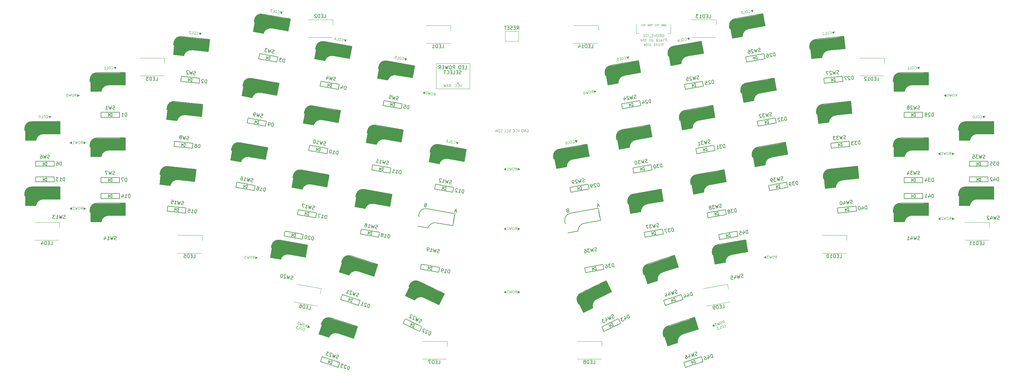
<source format=gbo>
%TF.GenerationSoftware,KiCad,Pcbnew,(5.1.10)-1*%
%TF.CreationDate,2021-10-29T12:16:09+09:00*%
%TF.ProjectId,yacc46,79616363-3436-42e6-9b69-6361645f7063,rev?*%
%TF.SameCoordinates,Original*%
%TF.FileFunction,Legend,Bot*%
%TF.FilePolarity,Positive*%
%FSLAX46Y46*%
G04 Gerber Fmt 4.6, Leading zero omitted, Abs format (unit mm)*
G04 Created by KiCad (PCBNEW (5.1.10)-1) date 2021-10-29 12:16:09*
%MOMM*%
%LPD*%
G01*
G04 APERTURE LIST*
%ADD10C,0.100000*%
%ADD11C,0.150000*%
%ADD12C,0.120000*%
%ADD13C,0.300000*%
%ADD14C,0.800000*%
%ADD15C,3.000000*%
%ADD16C,0.500000*%
%ADD17C,1.000000*%
%ADD18C,3.500000*%
%ADD19C,0.400000*%
%ADD20C,0.075000*%
G04 APERTURE END LIST*
D10*
X95213571Y-99269285D02*
X95213571Y-98697857D01*
X95249285Y-99233571D02*
X95249285Y-98733571D01*
X95285000Y-99233571D02*
X95285000Y-98733571D01*
X95320714Y-99197857D02*
X95320714Y-98769285D01*
X95356428Y-99197857D02*
X95356428Y-98769285D01*
X95392142Y-99162142D02*
X95392142Y-98805000D01*
X95427857Y-99162142D02*
X95427857Y-98805000D01*
X95463571Y-99126428D02*
X95463571Y-98840714D01*
X95499285Y-99090714D02*
X95499285Y-98876428D01*
X95535000Y-99090714D02*
X95535000Y-98876428D01*
X95570714Y-99055000D02*
X95570714Y-98912142D01*
X95606428Y-99055000D02*
X95606428Y-98912142D01*
X95642142Y-98983571D02*
X95677857Y-98983571D01*
X95642142Y-99019285D02*
X95642142Y-98947857D01*
X95177857Y-99269285D02*
X95713571Y-98983571D01*
X95177857Y-98697857D01*
X95749285Y-98983571D02*
X95177857Y-98662142D01*
X95177857Y-99305000D01*
X95749285Y-98983571D01*
X94392142Y-99269285D02*
X94642142Y-98912142D01*
X94820714Y-99269285D02*
X94820714Y-98519285D01*
X94535000Y-98519285D01*
X94463571Y-98555000D01*
X94427857Y-98590714D01*
X94392142Y-98662142D01*
X94392142Y-98769285D01*
X94427857Y-98840714D01*
X94463571Y-98876428D01*
X94535000Y-98912142D01*
X94820714Y-98912142D01*
X93927857Y-98519285D02*
X93785000Y-98519285D01*
X93713571Y-98555000D01*
X93642142Y-98626428D01*
X93606428Y-98769285D01*
X93606428Y-99019285D01*
X93642142Y-99162142D01*
X93713571Y-99233571D01*
X93785000Y-99269285D01*
X93927857Y-99269285D01*
X93999285Y-99233571D01*
X94070714Y-99162142D01*
X94106428Y-99019285D01*
X94106428Y-98769285D01*
X94070714Y-98626428D01*
X93999285Y-98555000D01*
X93927857Y-98519285D01*
X93356428Y-98519285D02*
X93177857Y-99269285D01*
X93035000Y-98733571D01*
X92892142Y-99269285D01*
X92713571Y-98519285D01*
X92499285Y-98519285D02*
X92035000Y-98519285D01*
X92285000Y-98805000D01*
X92177857Y-98805000D01*
X92106428Y-98840714D01*
X92070714Y-98876428D01*
X92035000Y-98947857D01*
X92035000Y-99126428D01*
X92070714Y-99197857D01*
X92106428Y-99233571D01*
X92177857Y-99269285D01*
X92392142Y-99269285D01*
X92463571Y-99233571D01*
X92499285Y-99197857D01*
X45067857Y-84919285D02*
X45067857Y-84347857D01*
X45103571Y-84883571D02*
X45103571Y-84383571D01*
X45139285Y-84883571D02*
X45139285Y-84383571D01*
X45175000Y-84847857D02*
X45175000Y-84419285D01*
X45210714Y-84847857D02*
X45210714Y-84419285D01*
X45246428Y-84812142D02*
X45246428Y-84455000D01*
X45282142Y-84812142D02*
X45282142Y-84455000D01*
X45317857Y-84776428D02*
X45317857Y-84490714D01*
X45353571Y-84740714D02*
X45353571Y-84526428D01*
X45389285Y-84740714D02*
X45389285Y-84526428D01*
X45425000Y-84705000D02*
X45425000Y-84562142D01*
X45460714Y-84705000D02*
X45460714Y-84562142D01*
X45496428Y-84633571D02*
X45532142Y-84633571D01*
X45496428Y-84669285D02*
X45496428Y-84597857D01*
X45032142Y-84919285D02*
X45567857Y-84633571D01*
X45032142Y-84347857D01*
X45603571Y-84633571D02*
X45032142Y-84312142D01*
X45032142Y-84955000D01*
X45603571Y-84633571D01*
X44246428Y-84919285D02*
X44496428Y-84562142D01*
X44675000Y-84919285D02*
X44675000Y-84169285D01*
X44389285Y-84169285D01*
X44317857Y-84205000D01*
X44282142Y-84240714D01*
X44246428Y-84312142D01*
X44246428Y-84419285D01*
X44282142Y-84490714D01*
X44317857Y-84526428D01*
X44389285Y-84562142D01*
X44675000Y-84562142D01*
X43782142Y-84169285D02*
X43639285Y-84169285D01*
X43567857Y-84205000D01*
X43496428Y-84276428D01*
X43460714Y-84419285D01*
X43460714Y-84669285D01*
X43496428Y-84812142D01*
X43567857Y-84883571D01*
X43639285Y-84919285D01*
X43782142Y-84919285D01*
X43853571Y-84883571D01*
X43925000Y-84812142D01*
X43960714Y-84669285D01*
X43960714Y-84419285D01*
X43925000Y-84276428D01*
X43853571Y-84205000D01*
X43782142Y-84169285D01*
X43210714Y-84169285D02*
X43032142Y-84919285D01*
X42889285Y-84383571D01*
X42746428Y-84919285D01*
X42567857Y-84169285D01*
X42317857Y-84240714D02*
X42282142Y-84205000D01*
X42210714Y-84169285D01*
X42032142Y-84169285D01*
X41960714Y-84205000D01*
X41925000Y-84240714D01*
X41889285Y-84312142D01*
X41889285Y-84383571D01*
X41925000Y-84490714D01*
X42353571Y-84919285D01*
X41889285Y-84919285D01*
X41532142Y-84347857D02*
X41532142Y-84919285D01*
X41496428Y-84383571D02*
X41496428Y-84883571D01*
X41460714Y-84383571D02*
X41460714Y-84883571D01*
X41425000Y-84419285D02*
X41425000Y-84847857D01*
X41389285Y-84419285D02*
X41389285Y-84847857D01*
X41353571Y-84455000D02*
X41353571Y-84812142D01*
X41317857Y-84455000D02*
X41317857Y-84812142D01*
X41282142Y-84490714D02*
X41282142Y-84776428D01*
X41246428Y-84526428D02*
X41246428Y-84740714D01*
X41210714Y-84526428D02*
X41210714Y-84740714D01*
X41175000Y-84562142D02*
X41175000Y-84705000D01*
X41139285Y-84562142D02*
X41139285Y-84705000D01*
X41103571Y-84633571D02*
X41067857Y-84633571D01*
X41103571Y-84597857D02*
X41103571Y-84669285D01*
X41567857Y-84347857D02*
X41032142Y-84633571D01*
X41567857Y-84919285D01*
X40996428Y-84633571D02*
X41567857Y-84955000D01*
X41567857Y-84312142D01*
X40996428Y-84633571D01*
X45067857Y-65729285D02*
X45067857Y-65157857D01*
X45103571Y-65693571D02*
X45103571Y-65193571D01*
X45139285Y-65693571D02*
X45139285Y-65193571D01*
X45175000Y-65657857D02*
X45175000Y-65229285D01*
X45210714Y-65657857D02*
X45210714Y-65229285D01*
X45246428Y-65622142D02*
X45246428Y-65265000D01*
X45282142Y-65622142D02*
X45282142Y-65265000D01*
X45317857Y-65586428D02*
X45317857Y-65300714D01*
X45353571Y-65550714D02*
X45353571Y-65336428D01*
X45389285Y-65550714D02*
X45389285Y-65336428D01*
X45425000Y-65515000D02*
X45425000Y-65372142D01*
X45460714Y-65515000D02*
X45460714Y-65372142D01*
X45496428Y-65443571D02*
X45532142Y-65443571D01*
X45496428Y-65479285D02*
X45496428Y-65407857D01*
X45032142Y-65729285D02*
X45567857Y-65443571D01*
X45032142Y-65157857D01*
X45603571Y-65443571D02*
X45032142Y-65122142D01*
X45032142Y-65765000D01*
X45603571Y-65443571D01*
X44246428Y-65729285D02*
X44496428Y-65372142D01*
X44675000Y-65729285D02*
X44675000Y-64979285D01*
X44389285Y-64979285D01*
X44317857Y-65015000D01*
X44282142Y-65050714D01*
X44246428Y-65122142D01*
X44246428Y-65229285D01*
X44282142Y-65300714D01*
X44317857Y-65336428D01*
X44389285Y-65372142D01*
X44675000Y-65372142D01*
X43782142Y-64979285D02*
X43639285Y-64979285D01*
X43567857Y-65015000D01*
X43496428Y-65086428D01*
X43460714Y-65229285D01*
X43460714Y-65479285D01*
X43496428Y-65622142D01*
X43567857Y-65693571D01*
X43639285Y-65729285D01*
X43782142Y-65729285D01*
X43853571Y-65693571D01*
X43925000Y-65622142D01*
X43960714Y-65479285D01*
X43960714Y-65229285D01*
X43925000Y-65086428D01*
X43853571Y-65015000D01*
X43782142Y-64979285D01*
X43210714Y-64979285D02*
X43032142Y-65729285D01*
X42889285Y-65193571D01*
X42746428Y-65729285D01*
X42567857Y-64979285D01*
X41889285Y-65729285D02*
X42317857Y-65729285D01*
X42103571Y-65729285D02*
X42103571Y-64979285D01*
X42175000Y-65086428D01*
X42246428Y-65157857D01*
X42317857Y-65193571D01*
X41532142Y-65157857D02*
X41532142Y-65729285D01*
X41496428Y-65193571D02*
X41496428Y-65693571D01*
X41460714Y-65193571D02*
X41460714Y-65693571D01*
X41425000Y-65229285D02*
X41425000Y-65657857D01*
X41389285Y-65229285D02*
X41389285Y-65657857D01*
X41353571Y-65265000D02*
X41353571Y-65622142D01*
X41317857Y-65265000D02*
X41317857Y-65622142D01*
X41282142Y-65300714D02*
X41282142Y-65586428D01*
X41246428Y-65336428D02*
X41246428Y-65550714D01*
X41210714Y-65336428D02*
X41210714Y-65550714D01*
X41175000Y-65372142D02*
X41175000Y-65515000D01*
X41139285Y-65372142D02*
X41139285Y-65515000D01*
X41103571Y-65443571D02*
X41067857Y-65443571D01*
X41103571Y-65407857D02*
X41103571Y-65479285D01*
X41567857Y-65157857D02*
X41032142Y-65443571D01*
X41567857Y-65729285D01*
X40996428Y-65443571D02*
X41567857Y-65765000D01*
X41567857Y-65122142D01*
X40996428Y-65443571D01*
X43233571Y-51914285D02*
X43233571Y-51342857D01*
X43269285Y-51878571D02*
X43269285Y-51378571D01*
X43305000Y-51878571D02*
X43305000Y-51378571D01*
X43340714Y-51842857D02*
X43340714Y-51414285D01*
X43376428Y-51842857D02*
X43376428Y-51414285D01*
X43412142Y-51807142D02*
X43412142Y-51450000D01*
X43447857Y-51807142D02*
X43447857Y-51450000D01*
X43483571Y-51771428D02*
X43483571Y-51485714D01*
X43519285Y-51735714D02*
X43519285Y-51521428D01*
X43555000Y-51735714D02*
X43555000Y-51521428D01*
X43590714Y-51700000D02*
X43590714Y-51557142D01*
X43626428Y-51700000D02*
X43626428Y-51557142D01*
X43662142Y-51628571D02*
X43697857Y-51628571D01*
X43662142Y-51664285D02*
X43662142Y-51592857D01*
X43197857Y-51914285D02*
X43733571Y-51628571D01*
X43197857Y-51342857D01*
X43769285Y-51628571D02*
X43197857Y-51307142D01*
X43197857Y-51950000D01*
X43769285Y-51628571D01*
X42412142Y-51914285D02*
X42662142Y-51557142D01*
X42840714Y-51914285D02*
X42840714Y-51164285D01*
X42555000Y-51164285D01*
X42483571Y-51200000D01*
X42447857Y-51235714D01*
X42412142Y-51307142D01*
X42412142Y-51414285D01*
X42447857Y-51485714D01*
X42483571Y-51521428D01*
X42555000Y-51557142D01*
X42840714Y-51557142D01*
X41947857Y-51164285D02*
X41805000Y-51164285D01*
X41733571Y-51200000D01*
X41662142Y-51271428D01*
X41626428Y-51414285D01*
X41626428Y-51664285D01*
X41662142Y-51807142D01*
X41733571Y-51878571D01*
X41805000Y-51914285D01*
X41947857Y-51914285D01*
X42019285Y-51878571D01*
X42090714Y-51807142D01*
X42126428Y-51664285D01*
X42126428Y-51414285D01*
X42090714Y-51271428D01*
X42019285Y-51200000D01*
X41947857Y-51164285D01*
X41376428Y-51164285D02*
X41197857Y-51914285D01*
X41055000Y-51378571D01*
X40912142Y-51914285D01*
X40733571Y-51164285D01*
X40305000Y-51164285D02*
X40233571Y-51164285D01*
X40162142Y-51200000D01*
X40126428Y-51235714D01*
X40090714Y-51307142D01*
X40055000Y-51450000D01*
X40055000Y-51628571D01*
X40090714Y-51771428D01*
X40126428Y-51842857D01*
X40162142Y-51878571D01*
X40233571Y-51914285D01*
X40305000Y-51914285D01*
X40376428Y-51878571D01*
X40412142Y-51842857D01*
X40447857Y-51771428D01*
X40483571Y-51628571D01*
X40483571Y-51450000D01*
X40447857Y-51307142D01*
X40412142Y-51235714D01*
X40376428Y-51200000D01*
X40305000Y-51164285D01*
X110405112Y-119396621D02*
X110581694Y-118853161D01*
X110450115Y-119373691D02*
X110604624Y-118898163D01*
X110484081Y-119384728D02*
X110638590Y-118909199D01*
X110529084Y-119361798D02*
X110661520Y-118954202D01*
X110563050Y-119372834D02*
X110695486Y-118965238D01*
X110608053Y-119349904D02*
X110718416Y-119010241D01*
X110642019Y-119360940D02*
X110752382Y-119021277D01*
X110687022Y-119338010D02*
X110775312Y-119066280D01*
X110732024Y-119315080D02*
X110798242Y-119111283D01*
X110765991Y-119326117D02*
X110832209Y-119122319D01*
X110810993Y-119303187D02*
X110855139Y-119167322D01*
X110844960Y-119314223D02*
X110889105Y-119178358D01*
X110900999Y-119257327D02*
X110934965Y-119268363D01*
X110889962Y-119291293D02*
X110912035Y-119223360D01*
X110371146Y-119385585D02*
X110968931Y-119279399D01*
X110547727Y-118842124D01*
X111002898Y-119290436D02*
X110558764Y-118808158D01*
X110360110Y-119419551D01*
X111002898Y-119290436D01*
X109623887Y-119142786D02*
X109972015Y-118880377D01*
X110031483Y-119275222D02*
X110263246Y-118561929D01*
X109991515Y-118473639D01*
X109912546Y-118485533D01*
X109867544Y-118508463D01*
X109811505Y-118565359D01*
X109778396Y-118667258D01*
X109790290Y-118746227D01*
X109813220Y-118791229D01*
X109870116Y-118847268D01*
X110141846Y-118935559D01*
X109414088Y-118286021D02*
X109278223Y-118241876D01*
X109199254Y-118253770D01*
X109109249Y-118299630D01*
X109031137Y-118424459D01*
X108953883Y-118662223D01*
X108943704Y-118809124D01*
X108989564Y-118899130D01*
X109046460Y-118955169D01*
X109182325Y-118999314D01*
X109261294Y-118987420D01*
X109351300Y-118941560D01*
X109429411Y-118816731D01*
X109506665Y-118578967D01*
X109516844Y-118432066D01*
X109470984Y-118342060D01*
X109414088Y-118286021D01*
X108870627Y-118109440D02*
X108469033Y-118767551D01*
X108498713Y-118213911D01*
X108197303Y-118679260D01*
X108259234Y-117910786D01*
X108055436Y-117844569D02*
X107613874Y-117701096D01*
X107763348Y-118050081D01*
X107661449Y-118016972D01*
X107582480Y-118028866D01*
X107537477Y-118051796D01*
X107481438Y-118108692D01*
X107426257Y-118278524D01*
X107438150Y-118357492D01*
X107461080Y-118402495D01*
X107517977Y-118458534D01*
X107721774Y-118524752D01*
X107800743Y-118512858D01*
X107845746Y-118489928D01*
X109029650Y-120162643D02*
X109052580Y-120207646D01*
X109143443Y-120274721D01*
X109211375Y-120296794D01*
X109324310Y-120295936D01*
X109414316Y-120250076D01*
X109470355Y-120193180D01*
X109548466Y-120068351D01*
X109581575Y-119966452D01*
X109591754Y-119819551D01*
X109579860Y-119740582D01*
X109534000Y-119650577D01*
X109443138Y-119583501D01*
X109375205Y-119561429D01*
X109262270Y-119562286D01*
X109217267Y-119585216D01*
X108797778Y-119373811D02*
X108661913Y-119329666D01*
X108582944Y-119341560D01*
X108492939Y-119387420D01*
X108414827Y-119512248D01*
X108337573Y-119750013D01*
X108327394Y-119896914D01*
X108373254Y-119986919D01*
X108430150Y-120042958D01*
X108566015Y-120087104D01*
X108644984Y-120075210D01*
X108734990Y-120029350D01*
X108813101Y-119904521D01*
X108890355Y-119666757D01*
X108900534Y-119519855D01*
X108854674Y-119429850D01*
X108797778Y-119373811D01*
X107614959Y-119778087D02*
X107954622Y-119888450D01*
X108186385Y-119175157D01*
X107676890Y-119009613D02*
X107235328Y-118866140D01*
X107384802Y-119215125D01*
X107282903Y-119182016D01*
X107203934Y-119193910D01*
X107158931Y-119216840D01*
X107102892Y-119273736D01*
X107047711Y-119443568D01*
X107059604Y-119522536D01*
X107082534Y-119567539D01*
X107139431Y-119623578D01*
X107343228Y-119689796D01*
X107422197Y-119677902D01*
X107467200Y-119654972D01*
X231666326Y-118187861D02*
X231793727Y-117770944D01*
X232073921Y-118055425D02*
X231842159Y-117342133D01*
X231570428Y-117430423D01*
X231513532Y-117486462D01*
X231490602Y-117531465D01*
X231478708Y-117610434D01*
X231511817Y-117712333D01*
X231567856Y-117769229D01*
X231612859Y-117792159D01*
X231691828Y-117804053D01*
X231963558Y-117715762D01*
X230993001Y-117618041D02*
X230857136Y-117662186D01*
X230800240Y-117718225D01*
X230754380Y-117808230D01*
X230764559Y-117955132D01*
X230841813Y-118192896D01*
X230919924Y-118317725D01*
X231009930Y-118363585D01*
X231088899Y-118375478D01*
X231224764Y-118331333D01*
X231281660Y-118275294D01*
X231327520Y-118185289D01*
X231317341Y-118038387D01*
X231240087Y-117800623D01*
X231161975Y-117675794D01*
X231071970Y-117629934D01*
X230993001Y-117618041D01*
X230449540Y-117794622D02*
X230511471Y-118563096D01*
X230210061Y-118097747D01*
X230239741Y-118651386D01*
X229838147Y-117993276D01*
X229634349Y-118059494D02*
X229192787Y-118202966D01*
X229518842Y-118397442D01*
X229416943Y-118430551D01*
X229360046Y-118486590D01*
X229337116Y-118531592D01*
X229325223Y-118610561D01*
X229380404Y-118780393D01*
X229436443Y-118837289D01*
X229481446Y-118860219D01*
X229560415Y-118872113D01*
X229764213Y-118805895D01*
X229821109Y-118749856D01*
X229844039Y-118704853D01*
X228908305Y-118483161D02*
X229084887Y-119026621D01*
X228885375Y-118528163D02*
X229039884Y-119003691D01*
X228851409Y-118539199D02*
X229005918Y-119014728D01*
X228828479Y-118584202D02*
X228960915Y-118991798D01*
X228794513Y-118595238D02*
X228926949Y-119002834D01*
X228771583Y-118640241D02*
X228881946Y-118979904D01*
X228737617Y-118651277D02*
X228847980Y-118990940D01*
X228714687Y-118696280D02*
X228802977Y-118968010D01*
X228691757Y-118741283D02*
X228757975Y-118945080D01*
X228657790Y-118752319D02*
X228724008Y-118956117D01*
X228634860Y-118797322D02*
X228679006Y-118933187D01*
X228600894Y-118808358D02*
X228645039Y-118944223D01*
X228589000Y-118887327D02*
X228555034Y-118898363D01*
X228577964Y-118853360D02*
X228600037Y-118921293D01*
X228942272Y-118472124D02*
X228521068Y-118909399D01*
X229118853Y-119015585D01*
X228487101Y-118920436D02*
X229129889Y-119049551D01*
X228931235Y-118438158D01*
X228487101Y-118920436D01*
X232022799Y-119284972D02*
X232067802Y-119307902D01*
X232180737Y-119308760D01*
X232248670Y-119286687D01*
X232339532Y-119219612D01*
X232385392Y-119129607D01*
X232397286Y-119050638D01*
X232387107Y-118903736D01*
X232353998Y-118801837D01*
X232275886Y-118677008D01*
X232219847Y-118620112D01*
X232129842Y-118574252D01*
X232016907Y-118573395D01*
X231948974Y-118595467D01*
X231858112Y-118662543D01*
X231835182Y-118707545D01*
X231371547Y-118783085D02*
X231235682Y-118827230D01*
X231178786Y-118883269D01*
X231132926Y-118973274D01*
X231143105Y-119120176D01*
X231220359Y-119357940D01*
X231298470Y-119482769D01*
X231388476Y-119528629D01*
X231467445Y-119540522D01*
X231603310Y-119496377D01*
X231660206Y-119440338D01*
X231706066Y-119350333D01*
X231695887Y-119203431D01*
X231618633Y-118965667D01*
X231540521Y-118840838D01*
X231450516Y-118794978D01*
X231371547Y-118783085D01*
X230652253Y-119805394D02*
X230991916Y-119695031D01*
X230760154Y-118981739D01*
X230250659Y-119147283D02*
X229809097Y-119290756D01*
X230135152Y-119485232D01*
X230033253Y-119518341D01*
X229976357Y-119574380D01*
X229953427Y-119619382D01*
X229941533Y-119698351D01*
X229996714Y-119868183D01*
X230052753Y-119925079D01*
X230097756Y-119948009D01*
X230176725Y-119959903D01*
X230380523Y-119893685D01*
X230437419Y-119837646D01*
X230460349Y-119792643D01*
X246810714Y-99169285D02*
X247060714Y-98812142D01*
X247239285Y-99169285D02*
X247239285Y-98419285D01*
X246953571Y-98419285D01*
X246882142Y-98455000D01*
X246846428Y-98490714D01*
X246810714Y-98562142D01*
X246810714Y-98669285D01*
X246846428Y-98740714D01*
X246882142Y-98776428D01*
X246953571Y-98812142D01*
X247239285Y-98812142D01*
X246346428Y-98419285D02*
X246203571Y-98419285D01*
X246132142Y-98455000D01*
X246060714Y-98526428D01*
X246025000Y-98669285D01*
X246025000Y-98919285D01*
X246060714Y-99062142D01*
X246132142Y-99133571D01*
X246203571Y-99169285D01*
X246346428Y-99169285D01*
X246417857Y-99133571D01*
X246489285Y-99062142D01*
X246525000Y-98919285D01*
X246525000Y-98669285D01*
X246489285Y-98526428D01*
X246417857Y-98455000D01*
X246346428Y-98419285D01*
X245775000Y-98419285D02*
X245596428Y-99169285D01*
X245453571Y-98633571D01*
X245310714Y-99169285D01*
X245132142Y-98419285D01*
X244917857Y-98419285D02*
X244453571Y-98419285D01*
X244703571Y-98705000D01*
X244596428Y-98705000D01*
X244525000Y-98740714D01*
X244489285Y-98776428D01*
X244453571Y-98847857D01*
X244453571Y-99026428D01*
X244489285Y-99097857D01*
X244525000Y-99133571D01*
X244596428Y-99169285D01*
X244810714Y-99169285D01*
X244882142Y-99133571D01*
X244917857Y-99097857D01*
X244096428Y-98597857D02*
X244096428Y-99169285D01*
X244060714Y-98633571D02*
X244060714Y-99133571D01*
X244025000Y-98633571D02*
X244025000Y-99133571D01*
X243989285Y-98669285D02*
X243989285Y-99097857D01*
X243953571Y-98669285D02*
X243953571Y-99097857D01*
X243917857Y-98705000D02*
X243917857Y-99062142D01*
X243882142Y-98705000D02*
X243882142Y-99062142D01*
X243846428Y-98740714D02*
X243846428Y-99026428D01*
X243810714Y-98776428D02*
X243810714Y-98990714D01*
X243775000Y-98776428D02*
X243775000Y-98990714D01*
X243739285Y-98812142D02*
X243739285Y-98955000D01*
X243703571Y-98812142D02*
X243703571Y-98955000D01*
X243667857Y-98883571D02*
X243632142Y-98883571D01*
X243667857Y-98847857D02*
X243667857Y-98919285D01*
X244132142Y-98597857D02*
X243596428Y-98883571D01*
X244132142Y-99169285D01*
X243560714Y-98883571D02*
X244132142Y-99205000D01*
X244132142Y-98562142D01*
X243560714Y-98883571D01*
X298517857Y-87889285D02*
X298517857Y-87317857D01*
X298553571Y-87853571D02*
X298553571Y-87353571D01*
X298589285Y-87853571D02*
X298589285Y-87353571D01*
X298625000Y-87817857D02*
X298625000Y-87389285D01*
X298660714Y-87817857D02*
X298660714Y-87389285D01*
X298696428Y-87782142D02*
X298696428Y-87425000D01*
X298732142Y-87782142D02*
X298732142Y-87425000D01*
X298767857Y-87746428D02*
X298767857Y-87460714D01*
X298803571Y-87710714D02*
X298803571Y-87496428D01*
X298839285Y-87710714D02*
X298839285Y-87496428D01*
X298875000Y-87675000D02*
X298875000Y-87532142D01*
X298910714Y-87675000D02*
X298910714Y-87532142D01*
X298946428Y-87603571D02*
X298982142Y-87603571D01*
X298946428Y-87639285D02*
X298946428Y-87567857D01*
X298482142Y-87889285D02*
X299017857Y-87603571D01*
X298482142Y-87317857D01*
X299053571Y-87603571D02*
X298482142Y-87282142D01*
X298482142Y-87925000D01*
X299053571Y-87603571D01*
X297696428Y-87889285D02*
X297946428Y-87532142D01*
X298125000Y-87889285D02*
X298125000Y-87139285D01*
X297839285Y-87139285D01*
X297767857Y-87175000D01*
X297732142Y-87210714D01*
X297696428Y-87282142D01*
X297696428Y-87389285D01*
X297732142Y-87460714D01*
X297767857Y-87496428D01*
X297839285Y-87532142D01*
X298125000Y-87532142D01*
X297232142Y-87139285D02*
X297089285Y-87139285D01*
X297017857Y-87175000D01*
X296946428Y-87246428D01*
X296910714Y-87389285D01*
X296910714Y-87639285D01*
X296946428Y-87782142D01*
X297017857Y-87853571D01*
X297089285Y-87889285D01*
X297232142Y-87889285D01*
X297303571Y-87853571D01*
X297375000Y-87782142D01*
X297410714Y-87639285D01*
X297410714Y-87389285D01*
X297375000Y-87246428D01*
X297303571Y-87175000D01*
X297232142Y-87139285D01*
X296660714Y-87139285D02*
X296482142Y-87889285D01*
X296339285Y-87353571D01*
X296196428Y-87889285D01*
X296017857Y-87139285D01*
X295767857Y-87210714D02*
X295732142Y-87175000D01*
X295660714Y-87139285D01*
X295482142Y-87139285D01*
X295410714Y-87175000D01*
X295375000Y-87210714D01*
X295339285Y-87282142D01*
X295339285Y-87353571D01*
X295375000Y-87460714D01*
X295803571Y-87889285D01*
X295339285Y-87889285D01*
X294982142Y-87317857D02*
X294982142Y-87889285D01*
X294946428Y-87353571D02*
X294946428Y-87853571D01*
X294910714Y-87353571D02*
X294910714Y-87853571D01*
X294875000Y-87389285D02*
X294875000Y-87817857D01*
X294839285Y-87389285D02*
X294839285Y-87817857D01*
X294803571Y-87425000D02*
X294803571Y-87782142D01*
X294767857Y-87425000D02*
X294767857Y-87782142D01*
X294732142Y-87460714D02*
X294732142Y-87746428D01*
X294696428Y-87496428D02*
X294696428Y-87710714D01*
X294660714Y-87496428D02*
X294660714Y-87710714D01*
X294625000Y-87532142D02*
X294625000Y-87675000D01*
X294589285Y-87532142D02*
X294589285Y-87675000D01*
X294553571Y-87603571D02*
X294517857Y-87603571D01*
X294553571Y-87567857D02*
X294553571Y-87639285D01*
X295017857Y-87317857D02*
X294482142Y-87603571D01*
X295017857Y-87889285D01*
X294446428Y-87603571D02*
X295017857Y-87925000D01*
X295017857Y-87282142D01*
X294446428Y-87603571D01*
X298487857Y-68909285D02*
X298487857Y-68337857D01*
X298523571Y-68873571D02*
X298523571Y-68373571D01*
X298559285Y-68873571D02*
X298559285Y-68373571D01*
X298595000Y-68837857D02*
X298595000Y-68409285D01*
X298630714Y-68837857D02*
X298630714Y-68409285D01*
X298666428Y-68802142D02*
X298666428Y-68445000D01*
X298702142Y-68802142D02*
X298702142Y-68445000D01*
X298737857Y-68766428D02*
X298737857Y-68480714D01*
X298773571Y-68730714D02*
X298773571Y-68516428D01*
X298809285Y-68730714D02*
X298809285Y-68516428D01*
X298845000Y-68695000D02*
X298845000Y-68552142D01*
X298880714Y-68695000D02*
X298880714Y-68552142D01*
X298916428Y-68623571D02*
X298952142Y-68623571D01*
X298916428Y-68659285D02*
X298916428Y-68587857D01*
X298452142Y-68909285D02*
X298987857Y-68623571D01*
X298452142Y-68337857D01*
X299023571Y-68623571D02*
X298452142Y-68302142D01*
X298452142Y-68945000D01*
X299023571Y-68623571D01*
X297666428Y-68909285D02*
X297916428Y-68552142D01*
X298095000Y-68909285D02*
X298095000Y-68159285D01*
X297809285Y-68159285D01*
X297737857Y-68195000D01*
X297702142Y-68230714D01*
X297666428Y-68302142D01*
X297666428Y-68409285D01*
X297702142Y-68480714D01*
X297737857Y-68516428D01*
X297809285Y-68552142D01*
X298095000Y-68552142D01*
X297202142Y-68159285D02*
X297059285Y-68159285D01*
X296987857Y-68195000D01*
X296916428Y-68266428D01*
X296880714Y-68409285D01*
X296880714Y-68659285D01*
X296916428Y-68802142D01*
X296987857Y-68873571D01*
X297059285Y-68909285D01*
X297202142Y-68909285D01*
X297273571Y-68873571D01*
X297345000Y-68802142D01*
X297380714Y-68659285D01*
X297380714Y-68409285D01*
X297345000Y-68266428D01*
X297273571Y-68195000D01*
X297202142Y-68159285D01*
X296630714Y-68159285D02*
X296452142Y-68909285D01*
X296309285Y-68373571D01*
X296166428Y-68909285D01*
X295987857Y-68159285D01*
X295309285Y-68909285D02*
X295737857Y-68909285D01*
X295523571Y-68909285D02*
X295523571Y-68159285D01*
X295595000Y-68266428D01*
X295666428Y-68337857D01*
X295737857Y-68373571D01*
X294952142Y-68337857D02*
X294952142Y-68909285D01*
X294916428Y-68373571D02*
X294916428Y-68873571D01*
X294880714Y-68373571D02*
X294880714Y-68873571D01*
X294845000Y-68409285D02*
X294845000Y-68837857D01*
X294809285Y-68409285D02*
X294809285Y-68837857D01*
X294773571Y-68445000D02*
X294773571Y-68802142D01*
X294737857Y-68445000D02*
X294737857Y-68802142D01*
X294702142Y-68480714D02*
X294702142Y-68766428D01*
X294666428Y-68516428D02*
X294666428Y-68730714D01*
X294630714Y-68516428D02*
X294630714Y-68730714D01*
X294595000Y-68552142D02*
X294595000Y-68695000D01*
X294559285Y-68552142D02*
X294559285Y-68695000D01*
X294523571Y-68623571D02*
X294487857Y-68623571D01*
X294523571Y-68587857D02*
X294523571Y-68659285D01*
X294987857Y-68337857D02*
X294452142Y-68623571D01*
X294987857Y-68909285D01*
X294416428Y-68623571D02*
X294987857Y-68945000D01*
X294987857Y-68302142D01*
X294416428Y-68623571D01*
X299360714Y-51914285D02*
X299610714Y-51557142D01*
X299789285Y-51914285D02*
X299789285Y-51164285D01*
X299503571Y-51164285D01*
X299432142Y-51200000D01*
X299396428Y-51235714D01*
X299360714Y-51307142D01*
X299360714Y-51414285D01*
X299396428Y-51485714D01*
X299432142Y-51521428D01*
X299503571Y-51557142D01*
X299789285Y-51557142D01*
X298896428Y-51164285D02*
X298753571Y-51164285D01*
X298682142Y-51200000D01*
X298610714Y-51271428D01*
X298575000Y-51414285D01*
X298575000Y-51664285D01*
X298610714Y-51807142D01*
X298682142Y-51878571D01*
X298753571Y-51914285D01*
X298896428Y-51914285D01*
X298967857Y-51878571D01*
X299039285Y-51807142D01*
X299075000Y-51664285D01*
X299075000Y-51414285D01*
X299039285Y-51271428D01*
X298967857Y-51200000D01*
X298896428Y-51164285D01*
X298325000Y-51164285D02*
X298146428Y-51914285D01*
X298003571Y-51378571D01*
X297860714Y-51914285D01*
X297682142Y-51164285D01*
X297253571Y-51164285D02*
X297182142Y-51164285D01*
X297110714Y-51200000D01*
X297075000Y-51235714D01*
X297039285Y-51307142D01*
X297003571Y-51450000D01*
X297003571Y-51628571D01*
X297039285Y-51771428D01*
X297075000Y-51842857D01*
X297110714Y-51878571D01*
X297182142Y-51914285D01*
X297253571Y-51914285D01*
X297325000Y-51878571D01*
X297360714Y-51842857D01*
X297396428Y-51771428D01*
X297432142Y-51628571D01*
X297432142Y-51450000D01*
X297396428Y-51307142D01*
X297360714Y-51235714D01*
X297325000Y-51200000D01*
X297253571Y-51164285D01*
X296646428Y-51342857D02*
X296646428Y-51914285D01*
X296610714Y-51378571D02*
X296610714Y-51878571D01*
X296575000Y-51378571D02*
X296575000Y-51878571D01*
X296539285Y-51414285D02*
X296539285Y-51842857D01*
X296503571Y-51414285D02*
X296503571Y-51842857D01*
X296467857Y-51450000D02*
X296467857Y-51807142D01*
X296432142Y-51450000D02*
X296432142Y-51807142D01*
X296396428Y-51485714D02*
X296396428Y-51771428D01*
X296360714Y-51521428D02*
X296360714Y-51735714D01*
X296325000Y-51521428D02*
X296325000Y-51735714D01*
X296289285Y-51557142D02*
X296289285Y-51700000D01*
X296253571Y-51557142D02*
X296253571Y-51700000D01*
X296217857Y-51628571D02*
X296182142Y-51628571D01*
X296217857Y-51592857D02*
X296217857Y-51664285D01*
X296682142Y-51342857D02*
X296146428Y-51628571D01*
X296682142Y-51914285D01*
X296110714Y-51628571D02*
X296682142Y-51950000D01*
X296682142Y-51307142D01*
X296110714Y-51628571D01*
X194122683Y-50777768D02*
X194023456Y-50215021D01*
X194151653Y-50736394D02*
X194064829Y-50243991D01*
X194186825Y-50730193D02*
X194100001Y-50237789D01*
X194215795Y-50688819D02*
X194141374Y-50266759D01*
X194250966Y-50682618D02*
X194176546Y-50260557D01*
X194279936Y-50641244D02*
X194217919Y-50289527D01*
X194315108Y-50635042D02*
X194253091Y-50283325D01*
X194344078Y-50593669D02*
X194294464Y-50312295D01*
X194373048Y-50552296D02*
X194335838Y-50341265D01*
X194408220Y-50546094D02*
X194371010Y-50335064D01*
X194437190Y-50504720D02*
X194412383Y-50364034D01*
X194472362Y-50498519D02*
X194447555Y-50357832D01*
X194495130Y-50421974D02*
X194530302Y-50415772D01*
X194501332Y-50457145D02*
X194488928Y-50386802D01*
X194087511Y-50783970D02*
X194565473Y-50409570D01*
X193988284Y-50221222D01*
X194600645Y-50403368D02*
X193982082Y-50186051D01*
X194093713Y-50819141D01*
X194600645Y-50403368D01*
X193313734Y-50920407D02*
X193497919Y-50525278D01*
X193735794Y-50845987D02*
X193605558Y-50107381D01*
X193324185Y-50156995D01*
X193260043Y-50204570D01*
X193231073Y-50245943D01*
X193208305Y-50322488D01*
X193226910Y-50428004D01*
X193274485Y-50492145D01*
X193315858Y-50521115D01*
X193392403Y-50543884D01*
X193673777Y-50494270D01*
X192726266Y-50262424D02*
X192585579Y-50287231D01*
X192521437Y-50334806D01*
X192463497Y-50417553D01*
X192453132Y-50564441D01*
X192496544Y-50810643D01*
X192556523Y-50945128D01*
X192639270Y-51003068D01*
X192715815Y-51025837D01*
X192856502Y-51001030D01*
X192920643Y-50953455D01*
X192978583Y-50870708D01*
X192988948Y-50723819D01*
X192945536Y-50477617D01*
X192885558Y-50343132D01*
X192802811Y-50285192D01*
X192726266Y-50262424D01*
X192163518Y-50361652D02*
X192117896Y-51131266D01*
X191884183Y-50628497D01*
X191836522Y-51180880D01*
X191530428Y-50473283D01*
X191108367Y-50547703D02*
X191038024Y-50560107D01*
X190973882Y-50607682D01*
X190944912Y-50649055D01*
X190922144Y-50725600D01*
X190911779Y-50872489D01*
X190942788Y-51048347D01*
X191002766Y-51182832D01*
X191050341Y-51246974D01*
X191091715Y-51275944D01*
X191168260Y-51298712D01*
X191238603Y-51286309D01*
X191302745Y-51238734D01*
X191331715Y-51197360D01*
X191354483Y-51120815D01*
X191364848Y-50973927D01*
X191333839Y-50798068D01*
X191273861Y-50663583D01*
X191226286Y-50599441D01*
X191184912Y-50570471D01*
X191108367Y-50547703D01*
X147140366Y-51599099D02*
X147448585Y-51290794D01*
X147562426Y-51673519D02*
X147692662Y-50934913D01*
X147411288Y-50885300D01*
X147334743Y-50908068D01*
X147293370Y-50937038D01*
X147245795Y-51001180D01*
X147227190Y-51106695D01*
X147249958Y-51183240D01*
X147278928Y-51224613D01*
X147343070Y-51272188D01*
X147624443Y-51321802D01*
X146813369Y-50779870D02*
X146672683Y-50755064D01*
X146596138Y-50777832D01*
X146513391Y-50835772D01*
X146453412Y-50970257D01*
X146410000Y-51216459D01*
X146420365Y-51363347D01*
X146478305Y-51446094D01*
X146542447Y-51493669D01*
X146683133Y-51518476D01*
X146759678Y-51495708D01*
X146842425Y-51437768D01*
X146902404Y-51303283D01*
X146945816Y-51057081D01*
X146935451Y-50910192D01*
X146877511Y-50827446D01*
X146813369Y-50779870D01*
X146250622Y-50680643D02*
X145944528Y-51388240D01*
X145896867Y-50835858D01*
X145663154Y-51338626D01*
X145617531Y-50569012D01*
X145195471Y-50494591D02*
X145125128Y-50482188D01*
X145048582Y-50504956D01*
X145007209Y-50533926D01*
X144959634Y-50598068D01*
X144899655Y-50732553D01*
X144868647Y-50908411D01*
X144879012Y-51055300D01*
X144901780Y-51131845D01*
X144930750Y-51173219D01*
X144994891Y-51220794D01*
X145065235Y-51233197D01*
X145141780Y-51210429D01*
X145183153Y-51181459D01*
X145230729Y-51117317D01*
X145290707Y-50982832D01*
X145321716Y-50806974D01*
X145311351Y-50660085D01*
X145288583Y-50583540D01*
X145259613Y-50542166D01*
X145195471Y-50494591D01*
X144566543Y-50565021D02*
X144467316Y-51127768D01*
X144525170Y-50593991D02*
X144438346Y-51086394D01*
X144489998Y-50587789D02*
X144403174Y-51080193D01*
X144448625Y-50616759D02*
X144374204Y-51038819D01*
X144413453Y-50610557D02*
X144339033Y-51032618D01*
X144372080Y-50639527D02*
X144310063Y-50991244D01*
X144336908Y-50633325D02*
X144274891Y-50985042D01*
X144295535Y-50662295D02*
X144245921Y-50943669D01*
X144254161Y-50691265D02*
X144216951Y-50902296D01*
X144218989Y-50685064D02*
X144181779Y-50896094D01*
X144177616Y-50714034D02*
X144152809Y-50854720D01*
X144142444Y-50707832D02*
X144117637Y-50848519D01*
X144094869Y-50771974D02*
X144059697Y-50765772D01*
X144101071Y-50736802D02*
X144088667Y-50807145D01*
X144601715Y-50571222D02*
X144024526Y-50759570D01*
X144502488Y-51133970D01*
X143989354Y-50753368D02*
X144496286Y-51169141D01*
X144607917Y-50536051D01*
X143989354Y-50753368D01*
X171767857Y-109339285D02*
X171767857Y-108767857D01*
X171803571Y-109303571D02*
X171803571Y-108803571D01*
X171839285Y-109303571D02*
X171839285Y-108803571D01*
X171875000Y-109267857D02*
X171875000Y-108839285D01*
X171910714Y-109267857D02*
X171910714Y-108839285D01*
X171946428Y-109232142D02*
X171946428Y-108875000D01*
X171982142Y-109232142D02*
X171982142Y-108875000D01*
X172017857Y-109196428D02*
X172017857Y-108910714D01*
X172053571Y-109160714D02*
X172053571Y-108946428D01*
X172089285Y-109160714D02*
X172089285Y-108946428D01*
X172125000Y-109125000D02*
X172125000Y-108982142D01*
X172160714Y-109125000D02*
X172160714Y-108982142D01*
X172196428Y-109053571D02*
X172232142Y-109053571D01*
X172196428Y-109089285D02*
X172196428Y-109017857D01*
X171732142Y-109339285D02*
X172267857Y-109053571D01*
X171732142Y-108767857D01*
X172303571Y-109053571D02*
X171732142Y-108732142D01*
X171732142Y-109375000D01*
X172303571Y-109053571D01*
X170946428Y-109339285D02*
X171196428Y-108982142D01*
X171375000Y-109339285D02*
X171375000Y-108589285D01*
X171089285Y-108589285D01*
X171017857Y-108625000D01*
X170982142Y-108660714D01*
X170946428Y-108732142D01*
X170946428Y-108839285D01*
X170982142Y-108910714D01*
X171017857Y-108946428D01*
X171089285Y-108982142D01*
X171375000Y-108982142D01*
X170482142Y-108589285D02*
X170339285Y-108589285D01*
X170267857Y-108625000D01*
X170196428Y-108696428D01*
X170160714Y-108839285D01*
X170160714Y-109089285D01*
X170196428Y-109232142D01*
X170267857Y-109303571D01*
X170339285Y-109339285D01*
X170482142Y-109339285D01*
X170553571Y-109303571D01*
X170625000Y-109232142D01*
X170660714Y-109089285D01*
X170660714Y-108839285D01*
X170625000Y-108696428D01*
X170553571Y-108625000D01*
X170482142Y-108589285D01*
X169910714Y-108589285D02*
X169732142Y-109339285D01*
X169589285Y-108803571D01*
X169446428Y-109339285D01*
X169267857Y-108589285D01*
X169053571Y-108589285D02*
X168589285Y-108589285D01*
X168839285Y-108875000D01*
X168732142Y-108875000D01*
X168660714Y-108910714D01*
X168625000Y-108946428D01*
X168589285Y-109017857D01*
X168589285Y-109196428D01*
X168625000Y-109267857D01*
X168660714Y-109303571D01*
X168732142Y-109339285D01*
X168946428Y-109339285D01*
X169017857Y-109303571D01*
X169053571Y-109267857D01*
X168232142Y-108767857D02*
X168232142Y-109339285D01*
X168196428Y-108803571D02*
X168196428Y-109303571D01*
X168160714Y-108803571D02*
X168160714Y-109303571D01*
X168125000Y-108839285D02*
X168125000Y-109267857D01*
X168089285Y-108839285D02*
X168089285Y-109267857D01*
X168053571Y-108875000D02*
X168053571Y-109232142D01*
X168017857Y-108875000D02*
X168017857Y-109232142D01*
X167982142Y-108910714D02*
X167982142Y-109196428D01*
X167946428Y-108946428D02*
X167946428Y-109160714D01*
X167910714Y-108946428D02*
X167910714Y-109160714D01*
X167875000Y-108982142D02*
X167875000Y-109125000D01*
X167839285Y-108982142D02*
X167839285Y-109125000D01*
X167803571Y-109053571D02*
X167767857Y-109053571D01*
X167803571Y-109017857D02*
X167803571Y-109089285D01*
X168267857Y-108767857D02*
X167732142Y-109053571D01*
X168267857Y-109339285D01*
X167696428Y-109053571D02*
X168267857Y-109375000D01*
X168267857Y-108732142D01*
X167696428Y-109053571D01*
X171767857Y-90839285D02*
X171767857Y-90267857D01*
X171803571Y-90803571D02*
X171803571Y-90303571D01*
X171839285Y-90803571D02*
X171839285Y-90303571D01*
X171875000Y-90767857D02*
X171875000Y-90339285D01*
X171910714Y-90767857D02*
X171910714Y-90339285D01*
X171946428Y-90732142D02*
X171946428Y-90375000D01*
X171982142Y-90732142D02*
X171982142Y-90375000D01*
X172017857Y-90696428D02*
X172017857Y-90410714D01*
X172053571Y-90660714D02*
X172053571Y-90446428D01*
X172089285Y-90660714D02*
X172089285Y-90446428D01*
X172125000Y-90625000D02*
X172125000Y-90482142D01*
X172160714Y-90625000D02*
X172160714Y-90482142D01*
X172196428Y-90553571D02*
X172232142Y-90553571D01*
X172196428Y-90589285D02*
X172196428Y-90517857D01*
X171732142Y-90839285D02*
X172267857Y-90553571D01*
X171732142Y-90267857D01*
X172303571Y-90553571D02*
X171732142Y-90232142D01*
X171732142Y-90875000D01*
X172303571Y-90553571D01*
X170946428Y-90839285D02*
X171196428Y-90482142D01*
X171375000Y-90839285D02*
X171375000Y-90089285D01*
X171089285Y-90089285D01*
X171017857Y-90125000D01*
X170982142Y-90160714D01*
X170946428Y-90232142D01*
X170946428Y-90339285D01*
X170982142Y-90410714D01*
X171017857Y-90446428D01*
X171089285Y-90482142D01*
X171375000Y-90482142D01*
X170482142Y-90089285D02*
X170339285Y-90089285D01*
X170267857Y-90125000D01*
X170196428Y-90196428D01*
X170160714Y-90339285D01*
X170160714Y-90589285D01*
X170196428Y-90732142D01*
X170267857Y-90803571D01*
X170339285Y-90839285D01*
X170482142Y-90839285D01*
X170553571Y-90803571D01*
X170625000Y-90732142D01*
X170660714Y-90589285D01*
X170660714Y-90339285D01*
X170625000Y-90196428D01*
X170553571Y-90125000D01*
X170482142Y-90089285D01*
X169910714Y-90089285D02*
X169732142Y-90839285D01*
X169589285Y-90303571D01*
X169446428Y-90839285D01*
X169267857Y-90089285D01*
X169017857Y-90160714D02*
X168982142Y-90125000D01*
X168910714Y-90089285D01*
X168732142Y-90089285D01*
X168660714Y-90125000D01*
X168625000Y-90160714D01*
X168589285Y-90232142D01*
X168589285Y-90303571D01*
X168625000Y-90410714D01*
X169053571Y-90839285D01*
X168589285Y-90839285D01*
X168232142Y-90267857D02*
X168232142Y-90839285D01*
X168196428Y-90303571D02*
X168196428Y-90803571D01*
X168160714Y-90303571D02*
X168160714Y-90803571D01*
X168125000Y-90339285D02*
X168125000Y-90767857D01*
X168089285Y-90339285D02*
X168089285Y-90767857D01*
X168053571Y-90375000D02*
X168053571Y-90732142D01*
X168017857Y-90375000D02*
X168017857Y-90732142D01*
X167982142Y-90410714D02*
X167982142Y-90696428D01*
X167946428Y-90446428D02*
X167946428Y-90660714D01*
X167910714Y-90446428D02*
X167910714Y-90660714D01*
X167875000Y-90482142D02*
X167875000Y-90625000D01*
X167839285Y-90482142D02*
X167839285Y-90625000D01*
X167803571Y-90553571D02*
X167767857Y-90553571D01*
X167803571Y-90517857D02*
X167803571Y-90589285D01*
X168267857Y-90267857D02*
X167732142Y-90553571D01*
X168267857Y-90839285D01*
X167696428Y-90553571D02*
X168267857Y-90875000D01*
X168267857Y-90232142D01*
X167696428Y-90553571D01*
X171767857Y-73439285D02*
X171767857Y-72867857D01*
X171803571Y-73403571D02*
X171803571Y-72903571D01*
X171839285Y-73403571D02*
X171839285Y-72903571D01*
X171875000Y-73367857D02*
X171875000Y-72939285D01*
X171910714Y-73367857D02*
X171910714Y-72939285D01*
X171946428Y-73332142D02*
X171946428Y-72975000D01*
X171982142Y-73332142D02*
X171982142Y-72975000D01*
X172017857Y-73296428D02*
X172017857Y-73010714D01*
X172053571Y-73260714D02*
X172053571Y-73046428D01*
X172089285Y-73260714D02*
X172089285Y-73046428D01*
X172125000Y-73225000D02*
X172125000Y-73082142D01*
X172160714Y-73225000D02*
X172160714Y-73082142D01*
X172196428Y-73153571D02*
X172232142Y-73153571D01*
X172196428Y-73189285D02*
X172196428Y-73117857D01*
X171732142Y-73439285D02*
X172267857Y-73153571D01*
X171732142Y-72867857D01*
X172303571Y-73153571D02*
X171732142Y-72832142D01*
X171732142Y-73475000D01*
X172303571Y-73153571D01*
X170946428Y-73439285D02*
X171196428Y-73082142D01*
X171375000Y-73439285D02*
X171375000Y-72689285D01*
X171089285Y-72689285D01*
X171017857Y-72725000D01*
X170982142Y-72760714D01*
X170946428Y-72832142D01*
X170946428Y-72939285D01*
X170982142Y-73010714D01*
X171017857Y-73046428D01*
X171089285Y-73082142D01*
X171375000Y-73082142D01*
X170482142Y-72689285D02*
X170339285Y-72689285D01*
X170267857Y-72725000D01*
X170196428Y-72796428D01*
X170160714Y-72939285D01*
X170160714Y-73189285D01*
X170196428Y-73332142D01*
X170267857Y-73403571D01*
X170339285Y-73439285D01*
X170482142Y-73439285D01*
X170553571Y-73403571D01*
X170625000Y-73332142D01*
X170660714Y-73189285D01*
X170660714Y-72939285D01*
X170625000Y-72796428D01*
X170553571Y-72725000D01*
X170482142Y-72689285D01*
X169910714Y-72689285D02*
X169732142Y-73439285D01*
X169589285Y-72903571D01*
X169446428Y-73439285D01*
X169267857Y-72689285D01*
X168589285Y-73439285D02*
X169017857Y-73439285D01*
X168803571Y-73439285D02*
X168803571Y-72689285D01*
X168875000Y-72796428D01*
X168946428Y-72867857D01*
X169017857Y-72903571D01*
X168232142Y-72867857D02*
X168232142Y-73439285D01*
X168196428Y-72903571D02*
X168196428Y-73403571D01*
X168160714Y-72903571D02*
X168160714Y-73403571D01*
X168125000Y-72939285D02*
X168125000Y-73367857D01*
X168089285Y-72939285D02*
X168089285Y-73367857D01*
X168053571Y-72975000D02*
X168053571Y-73332142D01*
X168017857Y-72975000D02*
X168017857Y-73332142D01*
X167982142Y-73010714D02*
X167982142Y-73296428D01*
X167946428Y-73046428D02*
X167946428Y-73260714D01*
X167910714Y-73046428D02*
X167910714Y-73260714D01*
X167875000Y-73082142D02*
X167875000Y-73225000D01*
X167839285Y-73082142D02*
X167839285Y-73225000D01*
X167803571Y-73153571D02*
X167767857Y-73153571D01*
X167803571Y-73117857D02*
X167803571Y-73189285D01*
X168267857Y-72867857D02*
X167732142Y-73153571D01*
X168267857Y-73439285D01*
X167696428Y-73153571D02*
X168267857Y-73475000D01*
X168267857Y-72832142D01*
X167696428Y-73153571D01*
X34892857Y-57666571D02*
X34892857Y-57630857D01*
X34928571Y-57738000D02*
X34928571Y-57630857D01*
X34964285Y-57809428D02*
X34964285Y-57630857D01*
X35000000Y-57880857D02*
X35000000Y-57630857D01*
X35035714Y-57916571D02*
X35035714Y-57630857D01*
X35071428Y-57988000D02*
X35071428Y-57630857D01*
X35107142Y-58059428D02*
X35107142Y-57630857D01*
X35142857Y-58130857D02*
X35142857Y-57630857D01*
X35178571Y-58202285D02*
X35178571Y-57630857D01*
X35214285Y-58130857D02*
X35214285Y-57630857D01*
X35250000Y-58059428D02*
X35250000Y-57630857D01*
X35285714Y-57988000D02*
X35285714Y-57630857D01*
X35321428Y-57916571D02*
X35321428Y-57630857D01*
X35357142Y-57880857D02*
X35357142Y-57630857D01*
X35392857Y-57809428D02*
X35392857Y-57630857D01*
X35428571Y-57738000D02*
X35428571Y-57630857D01*
X35464285Y-57630857D02*
X35178571Y-58166571D01*
X34892857Y-57630857D01*
X35464285Y-57666571D02*
X35464285Y-57630857D01*
X35178571Y-58202285D02*
X35500000Y-57630857D01*
X34857142Y-57630857D01*
X35178571Y-58202285D01*
X34107142Y-58130857D02*
X34142857Y-58166571D01*
X34250000Y-58202285D01*
X34321428Y-58202285D01*
X34428571Y-58166571D01*
X34500000Y-58095142D01*
X34535714Y-58023714D01*
X34571428Y-57880857D01*
X34571428Y-57773714D01*
X34535714Y-57630857D01*
X34500000Y-57559428D01*
X34428571Y-57488000D01*
X34321428Y-57452285D01*
X34250000Y-57452285D01*
X34142857Y-57488000D01*
X34107142Y-57523714D01*
X33642857Y-57452285D02*
X33500000Y-57452285D01*
X33428571Y-57488000D01*
X33357142Y-57559428D01*
X33321428Y-57702285D01*
X33321428Y-57952285D01*
X33357142Y-58095142D01*
X33428571Y-58166571D01*
X33500000Y-58202285D01*
X33642857Y-58202285D01*
X33714285Y-58166571D01*
X33785714Y-58095142D01*
X33821428Y-57952285D01*
X33821428Y-57702285D01*
X33785714Y-57559428D01*
X33714285Y-57488000D01*
X33642857Y-57452285D01*
X32642857Y-58202285D02*
X33000000Y-58202285D01*
X33000000Y-57452285D01*
X32250000Y-57452285D02*
X32178571Y-57452285D01*
X32107142Y-57488000D01*
X32071428Y-57523714D01*
X32035714Y-57595142D01*
X32000000Y-57738000D01*
X32000000Y-57916571D01*
X32035714Y-58059428D01*
X32071428Y-58130857D01*
X32107142Y-58166571D01*
X32178571Y-58202285D01*
X32250000Y-58202285D01*
X32321428Y-58166571D01*
X32357142Y-58130857D01*
X32392857Y-58059428D01*
X32428571Y-57916571D01*
X32428571Y-57738000D01*
X32392857Y-57595142D01*
X32357142Y-57523714D01*
X32321428Y-57488000D01*
X32250000Y-57452285D01*
X53942857Y-43378571D02*
X53942857Y-43342857D01*
X53978571Y-43450000D02*
X53978571Y-43342857D01*
X54014285Y-43521428D02*
X54014285Y-43342857D01*
X54050000Y-43592857D02*
X54050000Y-43342857D01*
X54085714Y-43628571D02*
X54085714Y-43342857D01*
X54121428Y-43700000D02*
X54121428Y-43342857D01*
X54157142Y-43771428D02*
X54157142Y-43342857D01*
X54192857Y-43842857D02*
X54192857Y-43342857D01*
X54228571Y-43914285D02*
X54228571Y-43342857D01*
X54264285Y-43842857D02*
X54264285Y-43342857D01*
X54300000Y-43771428D02*
X54300000Y-43342857D01*
X54335714Y-43700000D02*
X54335714Y-43342857D01*
X54371428Y-43628571D02*
X54371428Y-43342857D01*
X54407142Y-43592857D02*
X54407142Y-43342857D01*
X54442857Y-43521428D02*
X54442857Y-43342857D01*
X54478571Y-43450000D02*
X54478571Y-43342857D01*
X54514285Y-43342857D02*
X54228571Y-43878571D01*
X53942857Y-43342857D01*
X54514285Y-43378571D02*
X54514285Y-43342857D01*
X54228571Y-43914285D02*
X54550000Y-43342857D01*
X53907142Y-43342857D01*
X54228571Y-43914285D01*
X53157142Y-43842857D02*
X53192857Y-43878571D01*
X53300000Y-43914285D01*
X53371428Y-43914285D01*
X53478571Y-43878571D01*
X53550000Y-43807142D01*
X53585714Y-43735714D01*
X53621428Y-43592857D01*
X53621428Y-43485714D01*
X53585714Y-43342857D01*
X53550000Y-43271428D01*
X53478571Y-43200000D01*
X53371428Y-43164285D01*
X53300000Y-43164285D01*
X53192857Y-43200000D01*
X53157142Y-43235714D01*
X52692857Y-43164285D02*
X52550000Y-43164285D01*
X52478571Y-43200000D01*
X52407142Y-43271428D01*
X52371428Y-43414285D01*
X52371428Y-43664285D01*
X52407142Y-43807142D01*
X52478571Y-43878571D01*
X52550000Y-43914285D01*
X52692857Y-43914285D01*
X52764285Y-43878571D01*
X52835714Y-43807142D01*
X52871428Y-43664285D01*
X52871428Y-43414285D01*
X52835714Y-43271428D01*
X52764285Y-43200000D01*
X52692857Y-43164285D01*
X51692857Y-43914285D02*
X52050000Y-43914285D01*
X52050000Y-43164285D01*
X51050000Y-43914285D02*
X51478571Y-43914285D01*
X51264285Y-43914285D02*
X51264285Y-43164285D01*
X51335714Y-43271428D01*
X51407142Y-43342857D01*
X51478571Y-43378571D01*
X78769128Y-33369108D02*
X78772861Y-33333589D01*
X78797181Y-33443879D02*
X78808380Y-33337323D01*
X78825233Y-33518649D02*
X78843899Y-33341056D01*
X78853285Y-33593419D02*
X78879417Y-33344789D01*
X78885071Y-33632671D02*
X78914936Y-33348522D01*
X78913123Y-33707442D02*
X78950455Y-33352255D01*
X78941175Y-33782212D02*
X78985973Y-33355988D01*
X78969228Y-33856983D02*
X79021492Y-33359722D01*
X78997280Y-33931753D02*
X79057011Y-33363455D01*
X79040265Y-33864449D02*
X79092529Y-33367188D01*
X79083250Y-33797145D02*
X79128048Y-33370921D01*
X79126235Y-33729841D02*
X79163567Y-33374654D01*
X79169220Y-33662536D02*
X79199085Y-33378387D01*
X79208472Y-33630751D02*
X79234604Y-33382121D01*
X79251457Y-33563447D02*
X79270122Y-33385854D01*
X79294442Y-33496143D02*
X79305641Y-33389587D01*
X79341160Y-33393320D02*
X79001013Y-33896234D01*
X78772861Y-33333589D01*
X79337427Y-33428839D02*
X79341160Y-33393320D01*
X78997280Y-33931753D02*
X79376678Y-33397053D01*
X78737343Y-33329856D01*
X78997280Y-33931753D01*
X77939187Y-33748721D02*
X77970973Y-33787973D01*
X78073795Y-33834691D01*
X78144833Y-33842157D01*
X78255122Y-33817838D01*
X78333625Y-33754267D01*
X78376610Y-33686963D01*
X78427062Y-33548621D01*
X78438261Y-33442066D01*
X78417675Y-33296258D01*
X78389623Y-33221487D01*
X78326052Y-33142984D01*
X78223229Y-33096266D01*
X78152192Y-33088799D01*
X78041903Y-33113119D01*
X78002651Y-33144904D01*
X77548375Y-33025336D02*
X77406300Y-33010403D01*
X77331530Y-33038455D01*
X77253026Y-33102026D01*
X77202575Y-33240368D01*
X77176443Y-33488998D01*
X77197029Y-33634806D01*
X77260600Y-33713309D01*
X77327904Y-33756294D01*
X77469979Y-33771227D01*
X77544749Y-33743175D01*
X77623253Y-33679604D01*
X77673704Y-33541262D01*
X77699836Y-33292632D01*
X77679250Y-33146824D01*
X77615679Y-33068321D01*
X77548375Y-33025336D01*
X76475457Y-33666699D02*
X76830643Y-33704030D01*
X76909039Y-32958139D01*
X76333275Y-32969446D02*
X76301489Y-32930194D01*
X76234185Y-32887209D01*
X76056592Y-32868543D01*
X75981822Y-32896595D01*
X75942570Y-32928381D01*
X75899585Y-32995685D01*
X75892119Y-33066722D01*
X75916438Y-33177011D01*
X76297863Y-33648033D01*
X75836121Y-33599502D01*
X102465604Y-27168010D02*
X102471805Y-27132838D01*
X102488372Y-27244555D02*
X102506977Y-27139040D01*
X102511140Y-27321100D02*
X102542149Y-27145242D01*
X102533908Y-27397646D02*
X102577320Y-27151444D01*
X102562878Y-27439019D02*
X102612492Y-27157645D01*
X102585647Y-27515564D02*
X102647664Y-27163847D01*
X102608415Y-27592109D02*
X102682835Y-27170049D01*
X102631183Y-27668654D02*
X102718007Y-27176251D01*
X102653951Y-27745200D02*
X102753179Y-27182452D01*
X102701527Y-27681058D02*
X102788351Y-27188654D01*
X102749102Y-27616916D02*
X102823522Y-27194856D01*
X102796677Y-27552774D02*
X102858694Y-27201057D01*
X102844252Y-27488633D02*
X102893866Y-27207259D01*
X102885625Y-27459663D02*
X102929037Y-27213461D01*
X102933201Y-27395521D02*
X102964209Y-27219663D01*
X102980776Y-27331379D02*
X102999381Y-27225864D01*
X103034553Y-27232066D02*
X102660153Y-27710028D01*
X102471805Y-27132838D01*
X103028351Y-27267238D02*
X103034553Y-27232066D01*
X102653951Y-27745200D02*
X103069724Y-27238268D01*
X102436634Y-27126637D01*
X102653951Y-27745200D01*
X101611204Y-27488804D02*
X101640174Y-27530178D01*
X101739487Y-27583955D01*
X101809830Y-27596358D01*
X101921547Y-27579792D01*
X102004294Y-27521852D01*
X102051869Y-27457710D01*
X102111848Y-27323225D01*
X102130453Y-27217710D01*
X102120088Y-27070821D01*
X102097320Y-26994276D01*
X102039380Y-26911529D01*
X101940067Y-26857752D01*
X101869723Y-26845349D01*
X101758006Y-26861916D01*
X101716633Y-26890886D01*
X101271804Y-26739920D02*
X101131117Y-26715113D01*
X101054572Y-26737881D01*
X100971825Y-26795821D01*
X100911847Y-26930306D01*
X100868435Y-27176508D01*
X100878800Y-27323397D01*
X100936740Y-27406144D01*
X101000881Y-27453719D01*
X101141568Y-27478526D01*
X101218113Y-27455757D01*
X101300860Y-27397817D01*
X101360839Y-27263332D01*
X101404251Y-27017130D01*
X101393886Y-26870242D01*
X101335946Y-26787495D01*
X101271804Y-26739920D01*
X100156760Y-27304877D02*
X100508477Y-27366895D01*
X100638713Y-26628289D01*
X100111138Y-26535263D02*
X99653906Y-26454641D01*
X99850494Y-26779426D01*
X99744979Y-26760821D01*
X99668434Y-26783589D01*
X99627060Y-26812559D01*
X99579485Y-26876701D01*
X99548476Y-27052560D01*
X99571245Y-27129105D01*
X99600215Y-27170478D01*
X99664356Y-27218053D01*
X99875387Y-27255264D01*
X99951932Y-27232495D01*
X99993305Y-27203525D01*
X121129604Y-35335010D02*
X121135805Y-35299838D01*
X121152372Y-35411555D02*
X121170977Y-35306040D01*
X121175140Y-35488100D02*
X121206149Y-35312242D01*
X121197908Y-35564646D02*
X121241320Y-35318444D01*
X121226878Y-35606019D02*
X121276492Y-35324645D01*
X121249647Y-35682564D02*
X121311664Y-35330847D01*
X121272415Y-35759109D02*
X121346835Y-35337049D01*
X121295183Y-35835654D02*
X121382007Y-35343251D01*
X121317951Y-35912200D02*
X121417179Y-35349452D01*
X121365527Y-35848058D02*
X121452351Y-35355654D01*
X121413102Y-35783916D02*
X121487522Y-35361856D01*
X121460677Y-35719774D02*
X121522694Y-35368057D01*
X121508252Y-35655633D02*
X121557866Y-35374259D01*
X121549625Y-35626663D02*
X121593037Y-35380461D01*
X121597201Y-35562521D02*
X121628209Y-35386663D01*
X121644776Y-35498379D02*
X121663381Y-35392864D01*
X121698553Y-35399066D02*
X121324153Y-35877028D01*
X121135805Y-35299838D01*
X121692351Y-35434238D02*
X121698553Y-35399066D01*
X121317951Y-35912200D02*
X121733724Y-35405268D01*
X121100634Y-35293637D01*
X121317951Y-35912200D01*
X120275204Y-35655804D02*
X120304174Y-35697178D01*
X120403487Y-35750955D01*
X120473830Y-35763358D01*
X120585547Y-35746792D01*
X120668294Y-35688852D01*
X120715869Y-35624710D01*
X120775848Y-35490225D01*
X120794453Y-35384710D01*
X120784088Y-35237821D01*
X120761320Y-35161276D01*
X120703380Y-35078529D01*
X120604067Y-35024752D01*
X120533723Y-35012349D01*
X120422006Y-35028916D01*
X120380633Y-35057886D01*
X119935804Y-34906920D02*
X119795117Y-34882113D01*
X119718572Y-34904881D01*
X119635825Y-34962821D01*
X119575847Y-35097306D01*
X119532435Y-35343508D01*
X119542800Y-35490397D01*
X119600740Y-35573144D01*
X119664881Y-35620719D01*
X119805568Y-35645526D01*
X119882113Y-35622757D01*
X119964860Y-35564817D01*
X120024839Y-35430332D01*
X120068251Y-35184130D01*
X120057886Y-35037242D01*
X119999946Y-34954495D01*
X119935804Y-34906920D01*
X118820760Y-35471877D02*
X119172477Y-35533895D01*
X119302713Y-34795289D01*
X118344837Y-34880246D02*
X118258013Y-35372650D01*
X118570309Y-34629881D02*
X118653142Y-35188465D01*
X118195910Y-35107843D01*
X138745604Y-40819010D02*
X138751805Y-40783838D01*
X138768372Y-40895555D02*
X138786977Y-40790040D01*
X138791140Y-40972100D02*
X138822149Y-40796242D01*
X138813908Y-41048646D02*
X138857320Y-40802444D01*
X138842878Y-41090019D02*
X138892492Y-40808645D01*
X138865647Y-41166564D02*
X138927664Y-40814847D01*
X138888415Y-41243109D02*
X138962835Y-40821049D01*
X138911183Y-41319654D02*
X138998007Y-40827251D01*
X138933951Y-41396200D02*
X139033179Y-40833452D01*
X138981527Y-41332058D02*
X139068351Y-40839654D01*
X139029102Y-41267916D02*
X139103522Y-40845856D01*
X139076677Y-41203774D02*
X139138694Y-40852057D01*
X139124252Y-41139633D02*
X139173866Y-40858259D01*
X139165625Y-41110663D02*
X139209037Y-40864461D01*
X139213201Y-41046521D02*
X139244209Y-40870663D01*
X139260776Y-40982379D02*
X139279381Y-40876864D01*
X139314553Y-40883066D02*
X138940153Y-41361028D01*
X138751805Y-40783838D01*
X139308351Y-40918238D02*
X139314553Y-40883066D01*
X138933951Y-41396200D02*
X139349724Y-40889268D01*
X138716634Y-40777637D01*
X138933951Y-41396200D01*
X137891204Y-41139804D02*
X137920174Y-41181178D01*
X138019487Y-41234955D01*
X138089830Y-41247358D01*
X138201547Y-41230792D01*
X138284294Y-41172852D01*
X138331869Y-41108710D01*
X138391848Y-40974225D01*
X138410453Y-40868710D01*
X138400088Y-40721821D01*
X138377320Y-40645276D01*
X138319380Y-40562529D01*
X138220067Y-40508752D01*
X138149723Y-40496349D01*
X138038006Y-40512916D01*
X137996633Y-40541886D01*
X137551804Y-40390920D02*
X137411117Y-40366113D01*
X137334572Y-40388881D01*
X137251825Y-40446821D01*
X137191847Y-40581306D01*
X137148435Y-40827508D01*
X137158800Y-40974397D01*
X137216740Y-41057144D01*
X137280881Y-41104719D01*
X137421568Y-41129526D01*
X137498113Y-41106757D01*
X137580860Y-41048817D01*
X137640839Y-40914332D01*
X137684251Y-40668130D01*
X137673886Y-40521242D01*
X137615946Y-40438495D01*
X137551804Y-40390920D01*
X136436760Y-40955877D02*
X136788477Y-41017895D01*
X136918713Y-40279289D01*
X135969077Y-40111842D02*
X136320794Y-40173860D01*
X136293949Y-40531778D01*
X136264979Y-40490405D01*
X136200837Y-40442830D01*
X136024979Y-40411821D01*
X135948434Y-40434589D01*
X135907060Y-40463559D01*
X135859485Y-40527701D01*
X135828476Y-40703560D01*
X135851245Y-40780105D01*
X135880215Y-40821478D01*
X135944356Y-40869053D01*
X136120215Y-40900062D01*
X136196760Y-40877294D01*
X136238133Y-40848324D01*
X153785604Y-65232010D02*
X153791805Y-65196838D01*
X153808372Y-65308555D02*
X153826977Y-65203040D01*
X153831140Y-65385100D02*
X153862149Y-65209242D01*
X153853908Y-65461646D02*
X153897320Y-65215444D01*
X153882878Y-65503019D02*
X153932492Y-65221645D01*
X153905647Y-65579564D02*
X153967664Y-65227847D01*
X153928415Y-65656109D02*
X154002835Y-65234049D01*
X153951183Y-65732654D02*
X154038007Y-65240251D01*
X153973951Y-65809200D02*
X154073179Y-65246452D01*
X154021527Y-65745058D02*
X154108351Y-65252654D01*
X154069102Y-65680916D02*
X154143522Y-65258856D01*
X154116677Y-65616774D02*
X154178694Y-65265057D01*
X154164252Y-65552633D02*
X154213866Y-65271259D01*
X154205625Y-65523663D02*
X154249037Y-65277461D01*
X154253201Y-65459521D02*
X154284209Y-65283663D01*
X154300776Y-65395379D02*
X154319381Y-65289864D01*
X154354553Y-65296066D02*
X153980153Y-65774028D01*
X153791805Y-65196838D01*
X154348351Y-65331238D02*
X154354553Y-65296066D01*
X153973951Y-65809200D02*
X154389724Y-65302268D01*
X153756634Y-65190637D01*
X153973951Y-65809200D01*
X152931204Y-65552804D02*
X152960174Y-65594178D01*
X153059487Y-65647955D01*
X153129830Y-65660358D01*
X153241547Y-65643792D01*
X153324294Y-65585852D01*
X153371869Y-65521710D01*
X153431848Y-65387225D01*
X153450453Y-65281710D01*
X153440088Y-65134821D01*
X153417320Y-65058276D01*
X153359380Y-64975529D01*
X153260067Y-64921752D01*
X153189723Y-64909349D01*
X153078006Y-64925916D01*
X153036633Y-64954886D01*
X152591804Y-64803920D02*
X152451117Y-64779113D01*
X152374572Y-64801881D01*
X152291825Y-64859821D01*
X152231847Y-64994306D01*
X152188435Y-65240508D01*
X152198800Y-65387397D01*
X152256740Y-65470144D01*
X152320881Y-65517719D01*
X152461568Y-65542526D01*
X152538113Y-65519757D01*
X152620860Y-65461817D01*
X152680839Y-65327332D01*
X152724251Y-65081130D01*
X152713886Y-64934242D01*
X152655946Y-64851495D01*
X152591804Y-64803920D01*
X151476760Y-65368877D02*
X151828477Y-65430895D01*
X151958713Y-64692289D01*
X151044249Y-64531044D02*
X151184936Y-64555851D01*
X151249078Y-64603426D01*
X151278048Y-64644799D01*
X151329786Y-64762718D01*
X151340151Y-64909607D01*
X151290537Y-65190980D01*
X151242962Y-65255122D01*
X151201588Y-65284092D01*
X151125043Y-65306860D01*
X150984356Y-65282053D01*
X150920215Y-65234478D01*
X150891245Y-65193105D01*
X150868476Y-65116560D01*
X150899485Y-64940701D01*
X150947060Y-64876559D01*
X150988434Y-64847589D01*
X151064979Y-64824821D01*
X151205666Y-64849628D01*
X151269807Y-64897203D01*
X151298777Y-64938577D01*
X151321546Y-65015122D01*
X215033333Y-35821904D02*
X215033333Y-35021904D01*
X214728571Y-35021904D01*
X214652380Y-35060000D01*
X214614285Y-35098095D01*
X214576190Y-35174285D01*
X214576190Y-35288571D01*
X214614285Y-35364761D01*
X214652380Y-35402857D01*
X214728571Y-35440952D01*
X215033333Y-35440952D01*
X214119047Y-35821904D02*
X214195238Y-35783809D01*
X214233333Y-35707619D01*
X214233333Y-35021904D01*
X213471428Y-35821904D02*
X213471428Y-35402857D01*
X213509523Y-35326666D01*
X213585714Y-35288571D01*
X213738095Y-35288571D01*
X213814285Y-35326666D01*
X213471428Y-35783809D02*
X213547619Y-35821904D01*
X213738095Y-35821904D01*
X213814285Y-35783809D01*
X213852380Y-35707619D01*
X213852380Y-35631428D01*
X213814285Y-35555238D01*
X213738095Y-35517142D01*
X213547619Y-35517142D01*
X213471428Y-35479047D01*
X212747619Y-35783809D02*
X212823809Y-35821904D01*
X212976190Y-35821904D01*
X213052380Y-35783809D01*
X213090476Y-35745714D01*
X213128571Y-35669523D01*
X213128571Y-35440952D01*
X213090476Y-35364761D01*
X213052380Y-35326666D01*
X212976190Y-35288571D01*
X212823809Y-35288571D01*
X212747619Y-35326666D01*
X212100000Y-35783809D02*
X212176190Y-35821904D01*
X212328571Y-35821904D01*
X212404761Y-35783809D01*
X212442857Y-35707619D01*
X212442857Y-35402857D01*
X212404761Y-35326666D01*
X212328571Y-35288571D01*
X212176190Y-35288571D01*
X212100000Y-35326666D01*
X212061904Y-35402857D01*
X212061904Y-35479047D01*
X212442857Y-35555238D01*
X210995238Y-35821904D02*
X211071428Y-35783809D01*
X211109523Y-35745714D01*
X211147619Y-35669523D01*
X211147619Y-35440952D01*
X211109523Y-35364761D01*
X211071428Y-35326666D01*
X210995238Y-35288571D01*
X210880952Y-35288571D01*
X210804761Y-35326666D01*
X210766666Y-35364761D01*
X210728571Y-35440952D01*
X210728571Y-35669523D01*
X210766666Y-35745714D01*
X210804761Y-35783809D01*
X210880952Y-35821904D01*
X210995238Y-35821904D01*
X210385714Y-35288571D02*
X210385714Y-35821904D01*
X210385714Y-35364761D02*
X210347619Y-35326666D01*
X210271428Y-35288571D01*
X210157142Y-35288571D01*
X210080952Y-35326666D01*
X210042857Y-35402857D01*
X210042857Y-35821904D01*
X209166666Y-35288571D02*
X208861904Y-35288571D01*
X209052380Y-35021904D02*
X209052380Y-35707619D01*
X209014285Y-35783809D01*
X208938095Y-35821904D01*
X208861904Y-35821904D01*
X208595238Y-35821904D02*
X208595238Y-35021904D01*
X208252380Y-35821904D02*
X208252380Y-35402857D01*
X208290476Y-35326666D01*
X208366666Y-35288571D01*
X208480952Y-35288571D01*
X208557142Y-35326666D01*
X208595238Y-35364761D01*
X207566666Y-35783809D02*
X207642857Y-35821904D01*
X207795238Y-35821904D01*
X207871428Y-35783809D01*
X207909523Y-35707619D01*
X207909523Y-35402857D01*
X207871428Y-35326666D01*
X207795238Y-35288571D01*
X207642857Y-35288571D01*
X207566666Y-35326666D01*
X207528571Y-35402857D01*
X207528571Y-35479047D01*
X207909523Y-35555238D01*
X214176190Y-36588571D02*
X213871428Y-36588571D01*
X214061904Y-37121904D02*
X214061904Y-36436190D01*
X214023809Y-36360000D01*
X213947619Y-36321904D01*
X213871428Y-36321904D01*
X213604761Y-37121904D02*
X213604761Y-36588571D01*
X213604761Y-36740952D02*
X213566666Y-36664761D01*
X213528571Y-36626666D01*
X213452380Y-36588571D01*
X213376190Y-36588571D01*
X212995238Y-37121904D02*
X213071428Y-37083809D01*
X213109523Y-37045714D01*
X213147619Y-36969523D01*
X213147619Y-36740952D01*
X213109523Y-36664761D01*
X213071428Y-36626666D01*
X212995238Y-36588571D01*
X212880952Y-36588571D01*
X212804761Y-36626666D01*
X212766666Y-36664761D01*
X212728571Y-36740952D01*
X212728571Y-36969523D01*
X212766666Y-37045714D01*
X212804761Y-37083809D01*
X212880952Y-37121904D01*
X212995238Y-37121904D01*
X212385714Y-36588571D02*
X212385714Y-37121904D01*
X212385714Y-36664761D02*
X212347619Y-36626666D01*
X212271428Y-36588571D01*
X212157142Y-36588571D01*
X212080952Y-36626666D01*
X212042857Y-36702857D01*
X212042857Y-37121904D01*
X211776190Y-36588571D02*
X211471428Y-36588571D01*
X211661904Y-36321904D02*
X211661904Y-37007619D01*
X211623809Y-37083809D01*
X211547619Y-37121904D01*
X211471428Y-37121904D01*
X210633333Y-37083809D02*
X210557142Y-37121904D01*
X210404761Y-37121904D01*
X210328571Y-37083809D01*
X210290476Y-37007619D01*
X210290476Y-36969523D01*
X210328571Y-36893333D01*
X210404761Y-36855238D01*
X210519047Y-36855238D01*
X210595238Y-36817142D01*
X210633333Y-36740952D01*
X210633333Y-36702857D01*
X210595238Y-36626666D01*
X210519047Y-36588571D01*
X210404761Y-36588571D01*
X210328571Y-36626666D01*
X209947619Y-37121904D02*
X209947619Y-36588571D01*
X209947619Y-36321904D02*
X209985714Y-36360000D01*
X209947619Y-36398095D01*
X209909523Y-36360000D01*
X209947619Y-36321904D01*
X209947619Y-36398095D01*
X209223809Y-37121904D02*
X209223809Y-36321904D01*
X209223809Y-37083809D02*
X209300000Y-37121904D01*
X209452380Y-37121904D01*
X209528571Y-37083809D01*
X209566666Y-37045714D01*
X209604761Y-36969523D01*
X209604761Y-36740952D01*
X209566666Y-36664761D01*
X209528571Y-36626666D01*
X209452380Y-36588571D01*
X209300000Y-36588571D01*
X209223809Y-36626666D01*
X208538095Y-37083809D02*
X208614285Y-37121904D01*
X208766666Y-37121904D01*
X208842857Y-37083809D01*
X208880952Y-37007619D01*
X208880952Y-36702857D01*
X208842857Y-36626666D01*
X208766666Y-36588571D01*
X208614285Y-36588571D01*
X208538095Y-36626666D01*
X208500000Y-36702857D01*
X208500000Y-36779047D01*
X208880952Y-36855238D01*
X307392857Y-57666571D02*
X307392857Y-57630857D01*
X307428571Y-57738000D02*
X307428571Y-57630857D01*
X307464285Y-57809428D02*
X307464285Y-57630857D01*
X307500000Y-57880857D02*
X307500000Y-57630857D01*
X307535714Y-57916571D02*
X307535714Y-57630857D01*
X307571428Y-57988000D02*
X307571428Y-57630857D01*
X307607142Y-58059428D02*
X307607142Y-57630857D01*
X307642857Y-58130857D02*
X307642857Y-57630857D01*
X307678571Y-58202285D02*
X307678571Y-57630857D01*
X307714285Y-58130857D02*
X307714285Y-57630857D01*
X307750000Y-58059428D02*
X307750000Y-57630857D01*
X307785714Y-57988000D02*
X307785714Y-57630857D01*
X307821428Y-57916571D02*
X307821428Y-57630857D01*
X307857142Y-57880857D02*
X307857142Y-57630857D01*
X307892857Y-57809428D02*
X307892857Y-57630857D01*
X307928571Y-57738000D02*
X307928571Y-57630857D01*
X307964285Y-57630857D02*
X307678571Y-58166571D01*
X307392857Y-57630857D01*
X307964285Y-57666571D02*
X307964285Y-57630857D01*
X307678571Y-58202285D02*
X308000000Y-57630857D01*
X307357142Y-57630857D01*
X307678571Y-58202285D01*
X306607142Y-58130857D02*
X306642857Y-58166571D01*
X306750000Y-58202285D01*
X306821428Y-58202285D01*
X306928571Y-58166571D01*
X307000000Y-58095142D01*
X307035714Y-58023714D01*
X307071428Y-57880857D01*
X307071428Y-57773714D01*
X307035714Y-57630857D01*
X307000000Y-57559428D01*
X306928571Y-57488000D01*
X306821428Y-57452285D01*
X306750000Y-57452285D01*
X306642857Y-57488000D01*
X306607142Y-57523714D01*
X306142857Y-57452285D02*
X306000000Y-57452285D01*
X305928571Y-57488000D01*
X305857142Y-57559428D01*
X305821428Y-57702285D01*
X305821428Y-57952285D01*
X305857142Y-58095142D01*
X305928571Y-58166571D01*
X306000000Y-58202285D01*
X306142857Y-58202285D01*
X306214285Y-58166571D01*
X306285714Y-58095142D01*
X306321428Y-57952285D01*
X306321428Y-57702285D01*
X306285714Y-57559428D01*
X306214285Y-57488000D01*
X306142857Y-57452285D01*
X305142857Y-58202285D02*
X305500000Y-58202285D01*
X305500000Y-57452285D01*
X304750000Y-57452285D02*
X304678571Y-57452285D01*
X304607142Y-57488000D01*
X304571428Y-57523714D01*
X304535714Y-57595142D01*
X304500000Y-57738000D01*
X304500000Y-57916571D01*
X304535714Y-58059428D01*
X304571428Y-58130857D01*
X304607142Y-58166571D01*
X304678571Y-58202285D01*
X304750000Y-58202285D01*
X304821428Y-58166571D01*
X304857142Y-58130857D01*
X304892857Y-58059428D01*
X304928571Y-57916571D01*
X304928571Y-57738000D01*
X304892857Y-57595142D01*
X304857142Y-57523714D01*
X304821428Y-57488000D01*
X304750000Y-57452285D01*
X288342857Y-43378571D02*
X288342857Y-43342857D01*
X288378571Y-43450000D02*
X288378571Y-43342857D01*
X288414285Y-43521428D02*
X288414285Y-43342857D01*
X288450000Y-43592857D02*
X288450000Y-43342857D01*
X288485714Y-43628571D02*
X288485714Y-43342857D01*
X288521428Y-43700000D02*
X288521428Y-43342857D01*
X288557142Y-43771428D02*
X288557142Y-43342857D01*
X288592857Y-43842857D02*
X288592857Y-43342857D01*
X288628571Y-43914285D02*
X288628571Y-43342857D01*
X288664285Y-43842857D02*
X288664285Y-43342857D01*
X288700000Y-43771428D02*
X288700000Y-43342857D01*
X288735714Y-43700000D02*
X288735714Y-43342857D01*
X288771428Y-43628571D02*
X288771428Y-43342857D01*
X288807142Y-43592857D02*
X288807142Y-43342857D01*
X288842857Y-43521428D02*
X288842857Y-43342857D01*
X288878571Y-43450000D02*
X288878571Y-43342857D01*
X288914285Y-43342857D02*
X288628571Y-43878571D01*
X288342857Y-43342857D01*
X288914285Y-43378571D02*
X288914285Y-43342857D01*
X288628571Y-43914285D02*
X288950000Y-43342857D01*
X288307142Y-43342857D01*
X288628571Y-43914285D01*
X287557142Y-43842857D02*
X287592857Y-43878571D01*
X287700000Y-43914285D01*
X287771428Y-43914285D01*
X287878571Y-43878571D01*
X287950000Y-43807142D01*
X287985714Y-43735714D01*
X288021428Y-43592857D01*
X288021428Y-43485714D01*
X287985714Y-43342857D01*
X287950000Y-43271428D01*
X287878571Y-43200000D01*
X287771428Y-43164285D01*
X287700000Y-43164285D01*
X287592857Y-43200000D01*
X287557142Y-43235714D01*
X287092857Y-43164285D02*
X286950000Y-43164285D01*
X286878571Y-43200000D01*
X286807142Y-43271428D01*
X286771428Y-43414285D01*
X286771428Y-43664285D01*
X286807142Y-43807142D01*
X286878571Y-43878571D01*
X286950000Y-43914285D01*
X287092857Y-43914285D01*
X287164285Y-43878571D01*
X287235714Y-43807142D01*
X287271428Y-43664285D01*
X287271428Y-43414285D01*
X287235714Y-43271428D01*
X287164285Y-43200000D01*
X287092857Y-43164285D01*
X286092857Y-43914285D02*
X286450000Y-43914285D01*
X286450000Y-43164285D01*
X285450000Y-43914285D02*
X285878571Y-43914285D01*
X285664285Y-43914285D02*
X285664285Y-43164285D01*
X285735714Y-43271428D01*
X285807142Y-43342857D01*
X285878571Y-43378571D01*
X263504064Y-33130186D02*
X263500330Y-33094667D01*
X263547049Y-33197490D02*
X263535849Y-33090934D01*
X263590033Y-33264794D02*
X263571368Y-33087201D01*
X263633018Y-33332098D02*
X263606886Y-33083468D01*
X263672270Y-33363884D02*
X263642405Y-33079735D01*
X263715255Y-33431188D02*
X263677924Y-33076001D01*
X263758240Y-33498492D02*
X263713442Y-33072268D01*
X263801225Y-33565796D02*
X263748961Y-33068535D01*
X263844210Y-33633100D02*
X263784480Y-33064802D01*
X263872262Y-33558330D02*
X263819998Y-33061069D01*
X263900315Y-33483559D02*
X263855517Y-33057336D01*
X263928367Y-33408789D02*
X263891035Y-33053602D01*
X263956419Y-33334018D02*
X263926554Y-33049869D01*
X263988205Y-33294767D02*
X263962073Y-33046136D01*
X264016257Y-33219996D02*
X263997591Y-33042403D01*
X264044309Y-33145226D02*
X264033110Y-33038670D01*
X264068629Y-33034937D02*
X263840477Y-33597582D01*
X263500330Y-33094667D01*
X264072362Y-33070455D02*
X264068629Y-33034937D01*
X263844210Y-33633100D02*
X264104147Y-33031204D01*
X263464812Y-33098400D01*
X263844210Y-33633100D01*
X262771185Y-33674058D02*
X262810436Y-33705843D01*
X262920725Y-33730162D01*
X262991763Y-33722696D01*
X263094585Y-33675978D01*
X263158156Y-33597474D01*
X263186209Y-33522704D01*
X263206795Y-33376896D01*
X263195595Y-33270340D01*
X263145144Y-33131999D01*
X263102159Y-33064695D01*
X263023655Y-33001124D01*
X262913366Y-32976805D01*
X262842329Y-32984271D01*
X262739506Y-33030989D01*
X262707721Y-33070241D01*
X262238512Y-33047735D02*
X262096438Y-33062667D01*
X262029134Y-33105652D01*
X261965563Y-33184156D01*
X261944977Y-33329964D01*
X261971109Y-33578594D01*
X262021560Y-33716935D01*
X262100064Y-33780506D01*
X262174834Y-33808559D01*
X262316909Y-33793626D01*
X262384213Y-33750641D01*
X262447784Y-33672137D01*
X262468370Y-33526330D01*
X262442238Y-33277699D01*
X262391786Y-33139358D01*
X262313283Y-33075787D01*
X262238512Y-33047735D01*
X261322387Y-33898155D02*
X261677573Y-33860823D01*
X261599177Y-33114931D01*
X261038345Y-33245699D02*
X260999093Y-33213914D01*
X260924323Y-33185862D01*
X260746729Y-33204527D01*
X260679425Y-33247512D01*
X260647640Y-33286764D01*
X260619587Y-33361535D01*
X260627054Y-33432572D01*
X260673772Y-33535395D01*
X261144794Y-33916820D01*
X260683051Y-33965351D01*
X239785385Y-26770100D02*
X239779183Y-26734928D01*
X239832960Y-26834242D02*
X239814355Y-26728727D01*
X239880535Y-26898383D02*
X239849526Y-26722525D01*
X239928110Y-26962525D02*
X239884698Y-26716323D01*
X239969483Y-26991495D02*
X239919870Y-26710121D01*
X240017059Y-27055637D02*
X239955041Y-26703920D01*
X240064634Y-27119778D02*
X239990213Y-26697718D01*
X240112209Y-27183920D02*
X240025385Y-26691516D01*
X240159784Y-27248062D02*
X240060557Y-26685315D01*
X240182552Y-27171517D02*
X240095728Y-26679113D01*
X240205321Y-27094972D02*
X240130900Y-26672911D01*
X240228089Y-27018426D02*
X240166072Y-26666709D01*
X240250857Y-26941881D02*
X240201243Y-26660508D01*
X240279827Y-26900508D02*
X240236415Y-26654306D01*
X240302595Y-26823963D02*
X240271587Y-26648104D01*
X240325364Y-26747418D02*
X240306758Y-26641903D01*
X240341930Y-26635701D02*
X240153582Y-27212890D01*
X239779183Y-26734928D01*
X240348132Y-26670873D02*
X240341930Y-26635701D01*
X240159784Y-27248062D02*
X240377102Y-26629499D01*
X239744011Y-26741130D01*
X240159784Y-27248062D01*
X239092229Y-27363770D02*
X239133603Y-27392740D01*
X239245320Y-27409307D01*
X239315663Y-27396903D01*
X239414977Y-27343126D01*
X239472916Y-27260379D01*
X239495685Y-27183834D01*
X239506050Y-27036946D01*
X239487444Y-26931431D01*
X239427466Y-26796946D01*
X239379891Y-26732804D01*
X239297144Y-26674864D01*
X239185427Y-26658297D01*
X239115084Y-26670701D01*
X239015770Y-26724478D01*
X238986800Y-26765851D01*
X238517165Y-26776130D02*
X238376478Y-26800937D01*
X238312336Y-26848512D01*
X238254396Y-26931259D01*
X238244031Y-27078147D01*
X238287443Y-27324349D01*
X238347422Y-27458835D01*
X238430169Y-27516774D01*
X238506714Y-27539543D01*
X238647401Y-27514736D01*
X238711542Y-27467161D01*
X238769482Y-27384414D01*
X238779847Y-27237525D01*
X238736435Y-26991323D01*
X238676457Y-26856838D01*
X238593710Y-26798898D01*
X238517165Y-26776130D01*
X237662593Y-27688384D02*
X238014310Y-27626367D01*
X237884074Y-26887761D01*
X237356498Y-26980787D02*
X236899266Y-27061409D01*
X237195082Y-27299371D01*
X237089567Y-27317976D01*
X237025425Y-27365551D01*
X236996455Y-27406925D01*
X236973687Y-27483470D01*
X237004695Y-27659328D01*
X237052271Y-27723470D01*
X237093644Y-27752440D01*
X237170189Y-27775208D01*
X237381219Y-27737998D01*
X237445361Y-27690423D01*
X237474331Y-27649049D01*
X221221385Y-34908100D02*
X221215183Y-34872928D01*
X221268960Y-34972242D02*
X221250355Y-34866727D01*
X221316535Y-35036383D02*
X221285526Y-34860525D01*
X221364110Y-35100525D02*
X221320698Y-34854323D01*
X221405483Y-35129495D02*
X221355870Y-34848121D01*
X221453059Y-35193637D02*
X221391041Y-34841920D01*
X221500634Y-35257778D02*
X221426213Y-34835718D01*
X221548209Y-35321920D02*
X221461385Y-34829516D01*
X221595784Y-35386062D02*
X221496557Y-34823315D01*
X221618552Y-35309517D02*
X221531728Y-34817113D01*
X221641321Y-35232972D02*
X221566900Y-34810911D01*
X221664089Y-35156426D02*
X221602072Y-34804709D01*
X221686857Y-35079881D02*
X221637243Y-34798508D01*
X221715827Y-35038508D02*
X221672415Y-34792306D01*
X221738595Y-34961963D02*
X221707587Y-34786104D01*
X221761364Y-34885418D02*
X221742758Y-34779903D01*
X221777930Y-34773701D02*
X221589582Y-35350890D01*
X221215183Y-34872928D01*
X221784132Y-34808873D02*
X221777930Y-34773701D01*
X221595784Y-35386062D02*
X221813102Y-34767499D01*
X221180011Y-34879130D01*
X221595784Y-35386062D01*
X220528229Y-35501770D02*
X220569603Y-35530740D01*
X220681320Y-35547307D01*
X220751663Y-35534903D01*
X220850977Y-35481126D01*
X220908916Y-35398379D01*
X220931685Y-35321834D01*
X220942050Y-35174946D01*
X220923444Y-35069431D01*
X220863466Y-34934946D01*
X220815891Y-34870804D01*
X220733144Y-34812864D01*
X220621427Y-34796297D01*
X220551084Y-34808701D01*
X220451770Y-34862478D01*
X220422800Y-34903851D01*
X219953165Y-34914130D02*
X219812478Y-34938937D01*
X219748336Y-34986512D01*
X219690396Y-35069259D01*
X219680031Y-35216147D01*
X219723443Y-35462349D01*
X219783422Y-35596835D01*
X219866169Y-35654774D01*
X219942714Y-35677543D01*
X220083401Y-35652736D01*
X220147542Y-35605161D01*
X220205482Y-35522414D01*
X220215847Y-35375525D01*
X220172435Y-35129323D01*
X220112457Y-34994838D01*
X220029710Y-34936898D01*
X219953165Y-34914130D01*
X219098593Y-35826384D02*
X219450310Y-35764367D01*
X219320074Y-35025761D01*
X218449022Y-35433208D02*
X218535846Y-35925612D01*
X218575266Y-35120825D02*
X218844151Y-35617392D01*
X218386919Y-35698015D01*
X203505385Y-40422100D02*
X203499183Y-40386928D01*
X203552960Y-40486242D02*
X203534355Y-40380727D01*
X203600535Y-40550383D02*
X203569526Y-40374525D01*
X203648110Y-40614525D02*
X203604698Y-40368323D01*
X203689483Y-40643495D02*
X203639870Y-40362121D01*
X203737059Y-40707637D02*
X203675041Y-40355920D01*
X203784634Y-40771778D02*
X203710213Y-40349718D01*
X203832209Y-40835920D02*
X203745385Y-40343516D01*
X203879784Y-40900062D02*
X203780557Y-40337315D01*
X203902552Y-40823517D02*
X203815728Y-40331113D01*
X203925321Y-40746972D02*
X203850900Y-40324911D01*
X203948089Y-40670426D02*
X203886072Y-40318709D01*
X203970857Y-40593881D02*
X203921243Y-40312508D01*
X203999827Y-40552508D02*
X203956415Y-40306306D01*
X204022595Y-40475963D02*
X203991587Y-40300104D01*
X204045364Y-40399418D02*
X204026758Y-40293903D01*
X204061930Y-40287701D02*
X203873582Y-40864890D01*
X203499183Y-40386928D01*
X204068132Y-40322873D02*
X204061930Y-40287701D01*
X203879784Y-40900062D02*
X204097102Y-40281499D01*
X203464011Y-40393130D01*
X203879784Y-40900062D01*
X202812229Y-41015770D02*
X202853603Y-41044740D01*
X202965320Y-41061307D01*
X203035663Y-41048903D01*
X203134977Y-40995126D01*
X203192916Y-40912379D01*
X203215685Y-40835834D01*
X203226050Y-40688946D01*
X203207444Y-40583431D01*
X203147466Y-40448946D01*
X203099891Y-40384804D01*
X203017144Y-40326864D01*
X202905427Y-40310297D01*
X202835084Y-40322701D01*
X202735770Y-40376478D01*
X202706800Y-40417851D01*
X202237165Y-40428130D02*
X202096478Y-40452937D01*
X202032336Y-40500512D01*
X201974396Y-40583259D01*
X201964031Y-40730147D01*
X202007443Y-40976349D01*
X202067422Y-41110835D01*
X202150169Y-41168774D01*
X202226714Y-41191543D01*
X202367401Y-41166736D01*
X202431542Y-41119161D01*
X202489482Y-41036414D01*
X202499847Y-40889525D01*
X202456435Y-40643323D01*
X202396457Y-40508838D01*
X202313710Y-40450898D01*
X202237165Y-40428130D01*
X201382593Y-41340384D02*
X201734310Y-41278367D01*
X201604074Y-40539761D01*
X200654438Y-40707207D02*
X201006155Y-40645190D01*
X201103344Y-40990706D01*
X201061970Y-40961736D01*
X200985425Y-40938967D01*
X200809567Y-40969976D01*
X200745425Y-41017551D01*
X200716455Y-41058925D01*
X200693687Y-41135470D01*
X200724695Y-41311328D01*
X200772271Y-41375470D01*
X200813644Y-41404440D01*
X200890189Y-41427208D01*
X201066048Y-41396200D01*
X201130189Y-41348624D01*
X201159159Y-41307251D01*
X188465385Y-64835100D02*
X188459183Y-64799928D01*
X188512960Y-64899242D02*
X188494355Y-64793727D01*
X188560535Y-64963383D02*
X188529526Y-64787525D01*
X188608110Y-65027525D02*
X188564698Y-64781323D01*
X188649483Y-65056495D02*
X188599870Y-64775121D01*
X188697059Y-65120637D02*
X188635041Y-64768920D01*
X188744634Y-65184778D02*
X188670213Y-64762718D01*
X188792209Y-65248920D02*
X188705385Y-64756516D01*
X188839784Y-65313062D02*
X188740557Y-64750315D01*
X188862552Y-65236517D02*
X188775728Y-64744113D01*
X188885321Y-65159972D02*
X188810900Y-64737911D01*
X188908089Y-65083426D02*
X188846072Y-64731709D01*
X188930857Y-65006881D02*
X188881243Y-64725508D01*
X188959827Y-64965508D02*
X188916415Y-64719306D01*
X188982595Y-64888963D02*
X188951587Y-64713104D01*
X189005364Y-64812418D02*
X188986758Y-64706903D01*
X189021930Y-64700701D02*
X188833582Y-65277890D01*
X188459183Y-64799928D01*
X189028132Y-64735873D02*
X189021930Y-64700701D01*
X188839784Y-65313062D02*
X189057102Y-64694499D01*
X188424011Y-64806130D01*
X188839784Y-65313062D01*
X187772229Y-65428770D02*
X187813603Y-65457740D01*
X187925320Y-65474307D01*
X187995663Y-65461903D01*
X188094977Y-65408126D01*
X188152916Y-65325379D01*
X188175685Y-65248834D01*
X188186050Y-65101946D01*
X188167444Y-64996431D01*
X188107466Y-64861946D01*
X188059891Y-64797804D01*
X187977144Y-64739864D01*
X187865427Y-64723297D01*
X187795084Y-64735701D01*
X187695770Y-64789478D01*
X187666800Y-64830851D01*
X187197165Y-64841130D02*
X187056478Y-64865937D01*
X186992336Y-64913512D01*
X186934396Y-64996259D01*
X186924031Y-65143147D01*
X186967443Y-65389349D01*
X187027422Y-65523835D01*
X187110169Y-65581774D01*
X187186714Y-65604543D01*
X187327401Y-65579736D01*
X187391542Y-65532161D01*
X187449482Y-65449414D01*
X187459847Y-65302525D01*
X187416435Y-65056323D01*
X187356457Y-64921838D01*
X187273710Y-64863898D01*
X187197165Y-64841130D01*
X186342593Y-65753384D02*
X186694310Y-65691367D01*
X186564074Y-64952761D01*
X185649610Y-65114006D02*
X185790296Y-65089199D01*
X185866842Y-65111967D01*
X185908215Y-65140937D01*
X185997164Y-65234049D01*
X186057142Y-65368534D01*
X186106756Y-65649908D01*
X186083988Y-65726453D01*
X186055018Y-65767826D01*
X185990876Y-65815401D01*
X185850189Y-65840208D01*
X185773644Y-65817440D01*
X185732271Y-65788470D01*
X185684695Y-65724328D01*
X185653687Y-65548470D01*
X185676455Y-65471925D01*
X185705425Y-65430551D01*
X185769567Y-65382976D01*
X185910254Y-65358169D01*
X185986799Y-65380937D01*
X186028172Y-65409907D01*
X186075747Y-65474049D01*
D11*
X171452380Y-32372380D02*
X171785714Y-31896190D01*
X172023809Y-32372380D02*
X172023809Y-31372380D01*
X171642857Y-31372380D01*
X171547619Y-31420000D01*
X171500000Y-31467619D01*
X171452380Y-31562857D01*
X171452380Y-31705714D01*
X171500000Y-31800952D01*
X171547619Y-31848571D01*
X171642857Y-31896190D01*
X172023809Y-31896190D01*
X171023809Y-31848571D02*
X170690476Y-31848571D01*
X170547619Y-32372380D02*
X171023809Y-32372380D01*
X171023809Y-31372380D01*
X170547619Y-31372380D01*
X170166666Y-32324761D02*
X170023809Y-32372380D01*
X169785714Y-32372380D01*
X169690476Y-32324761D01*
X169642857Y-32277142D01*
X169595238Y-32181904D01*
X169595238Y-32086666D01*
X169642857Y-31991428D01*
X169690476Y-31943809D01*
X169785714Y-31896190D01*
X169976190Y-31848571D01*
X170071428Y-31800952D01*
X170119047Y-31753333D01*
X170166666Y-31658095D01*
X170166666Y-31562857D01*
X170119047Y-31467619D01*
X170071428Y-31420000D01*
X169976190Y-31372380D01*
X169738095Y-31372380D01*
X169595238Y-31420000D01*
X169166666Y-31848571D02*
X168833333Y-31848571D01*
X168690476Y-32372380D02*
X169166666Y-32372380D01*
X169166666Y-31372380D01*
X168690476Y-31372380D01*
X168404761Y-31372380D02*
X167833333Y-31372380D01*
X168119047Y-32372380D02*
X168119047Y-31372380D01*
D12*
%TO.C,J2*%
X206300000Y-33500000D02*
X206300000Y-31000000D01*
X215500000Y-33500000D02*
X216300000Y-33500000D01*
X216300000Y-33500000D02*
X216300000Y-31000000D01*
X206300000Y-33500000D02*
X207100000Y-33500000D01*
D11*
%TO.C,D19*%
X145558806Y-102493806D02*
X145732454Y-101508998D01*
X145744111Y-102018767D02*
X146543614Y-102667454D01*
X146717262Y-101682646D02*
X145744111Y-102018767D01*
X146543614Y-102667454D02*
X146717262Y-101682646D01*
X148666779Y-103295682D02*
X148927251Y-101818470D01*
X143348817Y-102357982D02*
X143609289Y-100880770D01*
X148666779Y-103295682D02*
X143348817Y-102357982D01*
X143609289Y-100880770D02*
X148927251Y-101818470D01*
D12*
%TO.C,SW47*%
X168050000Y-35810000D02*
X171950000Y-35810000D01*
X171950000Y-35810000D02*
X171950000Y-32910000D01*
X171950000Y-32910000D02*
X168050000Y-32910000D01*
X168050000Y-32910000D02*
X168050000Y-35810000D01*
D13*
%TO.C,SW12*%
X146227720Y-68110219D02*
X146340591Y-67470094D01*
D14*
X146294686Y-70609822D02*
X146607253Y-68837169D01*
D15*
X148015287Y-67359218D02*
X147626315Y-69565187D01*
D16*
X155936879Y-70634547D02*
X154665311Y-70359564D01*
D17*
X156118969Y-67874231D02*
X155684849Y-70336251D01*
D18*
X154630341Y-68830258D02*
X148032129Y-67666815D01*
D11*
X156090429Y-70915479D02*
X156715562Y-67370171D01*
X156244381Y-69927198D02*
X156635089Y-67711381D01*
X146111875Y-68191335D02*
X146308836Y-68226065D01*
X146635914Y-66659055D02*
X145863179Y-71041449D01*
X146242111Y-67452729D02*
X146111875Y-68191335D01*
X145863179Y-71041449D02*
X148847147Y-71567603D01*
X151363351Y-70081967D02*
X156090429Y-70915479D01*
X156715562Y-67370171D02*
X148640138Y-65946256D01*
D16*
X146094870Y-70879217D02*
X148507649Y-71304655D01*
D19*
X156533111Y-67541085D02*
X155302102Y-67324025D01*
D11*
X148854500Y-71547098D02*
G75*
G02*
X151363351Y-70081967I2068022J-660615D01*
G01*
X146242111Y-67452729D02*
G75*
G02*
X148640138Y-65946256I1952250J-445777D01*
G01*
D17*
X148530037Y-71083716D02*
G75*
G02*
X151038888Y-69618585I2068022J-660615D01*
G01*
D11*
%TO.C,SW19*%
X148055353Y-88842555D02*
X152782431Y-89676067D01*
X152936383Y-88687786D02*
X153327091Y-86471969D01*
X152782431Y-89676067D02*
X153407564Y-86130759D01*
X142555181Y-89802037D02*
X145539149Y-90328191D01*
X153407564Y-86130759D02*
X145332140Y-84706844D01*
X142803877Y-86951923D02*
X143000838Y-86986653D01*
X142934113Y-86213317D02*
X142803877Y-86951923D01*
X145546502Y-90307686D02*
G75*
G02*
X148055353Y-88842555I2068022J-660615D01*
G01*
X142934113Y-86213317D02*
G75*
G02*
X145332140Y-84706844I1952250J-445777D01*
G01*
%TO.C,SW36*%
X191156800Y-88981474D02*
X195883878Y-88147963D01*
X195690533Y-87166628D02*
X195299825Y-84950811D01*
X195883878Y-88147963D02*
X195258744Y-84602655D01*
X186316491Y-91764262D02*
X189300459Y-91238108D01*
X195258744Y-84602655D02*
X187183320Y-86026570D01*
X185575392Y-89000972D02*
X185772354Y-88966242D01*
X185445156Y-88262366D02*
X185575392Y-89000972D01*
X189300356Y-91216324D02*
G75*
G02*
X191156800Y-88981474I2169248J86530D01*
G01*
X185445156Y-88262366D02*
G75*
G02*
X187183320Y-86026570I1986980J248816D01*
G01*
D13*
%TO.C,SW1*%
X47000000Y-47525000D02*
X47000000Y-46875000D01*
D14*
X47500000Y-49975000D02*
X47500000Y-48175001D01*
D15*
X48630000Y-46475000D02*
X48630000Y-48715000D01*
D16*
X57000000Y-48325000D02*
X55700000Y-48275000D01*
D17*
X56700000Y-45575000D02*
X56700000Y-48075000D01*
D18*
X55400000Y-46775000D02*
X48700000Y-46775000D01*
D11*
X57200000Y-48575000D02*
X57200000Y-44975000D01*
X57180000Y-47575000D02*
X57180000Y-45325000D01*
X46900000Y-47625000D02*
X47100000Y-47625000D01*
X47150000Y-46025000D02*
X47150000Y-50475000D01*
X46900000Y-46875000D02*
X46900000Y-47625000D01*
X47150000Y-50475000D02*
X50180000Y-50475000D01*
X52400000Y-48575000D02*
X57200000Y-48575000D01*
X57200000Y-44975000D02*
X48999999Y-44975000D01*
D16*
X47350000Y-50275000D02*
X49800000Y-50275000D01*
D19*
X57050000Y-45175000D02*
X55800000Y-45175000D01*
D11*
X50183682Y-50453529D02*
G75*
G02*
X52400000Y-48575000I2151318J-291471D01*
G01*
X46900000Y-46875001D02*
G75*
G02*
X48999999Y-44975000I2000000J-99999D01*
G01*
D17*
X49783682Y-50053529D02*
G75*
G02*
X52000000Y-48175000I2151318J-291471D01*
G01*
D13*
%TO.C,SW2*%
X71431102Y-36767449D02*
X71499046Y-36121010D01*
D14*
X71672268Y-39256292D02*
X71860420Y-37466154D01*
D15*
X73161928Y-35893583D02*
X72927784Y-38121312D01*
D16*
X81292698Y-38608351D02*
X80005046Y-38422738D01*
D17*
X81281795Y-35842058D02*
X81020474Y-38328362D01*
D18*
X79863483Y-36899597D02*
X73200186Y-36199256D01*
D11*
X81465471Y-38877888D02*
X81841773Y-35297609D01*
X81550109Y-37881275D02*
X81785298Y-35643601D01*
X71321197Y-36856449D02*
X71520102Y-36877354D01*
X71737073Y-35291346D02*
X71271922Y-39716968D01*
X71399594Y-36110557D02*
X71321197Y-36856449D01*
X71271922Y-39716968D02*
X74285323Y-40033689D01*
X76691766Y-38376151D02*
X81465471Y-38877888D01*
X81841773Y-35297609D02*
X73686693Y-34440475D01*
D16*
X71491732Y-39538969D02*
X73928310Y-39795064D01*
D19*
X81671689Y-35480834D02*
X80428537Y-35350173D01*
D11*
X74291229Y-40012721D02*
G75*
G02*
X76691766Y-38376151I2109066J-514748D01*
G01*
X71399594Y-36110558D02*
G75*
G02*
X73686693Y-34440475I1978591J-308508D01*
G01*
D17*
X73935232Y-39573102D02*
G75*
G02*
X76335768Y-37936531I2109066J-514747D01*
G01*
D13*
%TO.C,SW3*%
X94907954Y-30045344D02*
X95020825Y-29405219D01*
D14*
X94974920Y-32544947D02*
X95287487Y-30772294D01*
D15*
X96695521Y-29294343D02*
X96306549Y-31500312D01*
D16*
X104617113Y-32569672D02*
X103345545Y-32294689D01*
D17*
X104799203Y-29809356D02*
X104365083Y-32271376D01*
D18*
X103310575Y-30765383D02*
X96712363Y-29601940D01*
D11*
X104770663Y-32850604D02*
X105395796Y-29305296D01*
X104924615Y-31862323D02*
X105315323Y-29646506D01*
X94792109Y-30126460D02*
X94989070Y-30161190D01*
X95316148Y-28594180D02*
X94543413Y-32976574D01*
X94922345Y-29387854D02*
X94792109Y-30126460D01*
X94543413Y-32976574D02*
X97527381Y-33502728D01*
X100043585Y-32017092D02*
X104770663Y-32850604D01*
X105395796Y-29305296D02*
X97320372Y-27881381D01*
D16*
X94775104Y-32814342D02*
X97187883Y-33239780D01*
D19*
X105213345Y-29476210D02*
X103982336Y-29259150D01*
D11*
X97534734Y-33482223D02*
G75*
G02*
X100043585Y-32017092I2068022J-660615D01*
G01*
X94922345Y-29387854D02*
G75*
G02*
X97320372Y-27881381I1952250J-445777D01*
G01*
D17*
X97210271Y-33018841D02*
G75*
G02*
X99719122Y-31553710I2068022J-660615D01*
G01*
D13*
%TO.C,SW4*%
X112841542Y-38043489D02*
X112954413Y-37403364D01*
D14*
X112908508Y-40543092D02*
X113221075Y-38770439D01*
D15*
X114629109Y-37292488D02*
X114240137Y-39498457D01*
D16*
X122550701Y-40567817D02*
X121279133Y-40292834D01*
D17*
X122732791Y-37807501D02*
X122298671Y-40269521D01*
D18*
X121244163Y-38763528D02*
X114645951Y-37600085D01*
D11*
X122704251Y-40848749D02*
X123329384Y-37303441D01*
X122858203Y-39860468D02*
X123248911Y-37644651D01*
X112725697Y-38124605D02*
X112922658Y-38159335D01*
X113249736Y-36592325D02*
X112477001Y-40974719D01*
X112855933Y-37385999D02*
X112725697Y-38124605D01*
X112477001Y-40974719D02*
X115460969Y-41500873D01*
X117977173Y-40015237D02*
X122704251Y-40848749D01*
X123329384Y-37303441D02*
X115253960Y-35879526D01*
D16*
X112708692Y-40812487D02*
X115121471Y-41237925D01*
D19*
X123146933Y-37474355D02*
X121915924Y-37257295D01*
D11*
X115468322Y-41480368D02*
G75*
G02*
X117977173Y-40015237I2068022J-660615D01*
G01*
X112855933Y-37385999D02*
G75*
G02*
X115253960Y-35879526I1952250J-445777D01*
G01*
D17*
X115143859Y-41016986D02*
G75*
G02*
X117652710Y-39551855I2068022J-660615D01*
G01*
D13*
%TO.C,SW5*%
X131188630Y-43696560D02*
X131301501Y-43056435D01*
D14*
X131255596Y-46196163D02*
X131568163Y-44423510D01*
D15*
X132976197Y-42945559D02*
X132587225Y-45151528D01*
D16*
X140897789Y-46220888D02*
X139626221Y-45945905D01*
D17*
X141079879Y-43460572D02*
X140645759Y-45922592D01*
D18*
X139591251Y-44416599D02*
X132993039Y-43253156D01*
D11*
X141051339Y-46501820D02*
X141676472Y-42956512D01*
X141205291Y-45513539D02*
X141595999Y-43297722D01*
X131072785Y-43777676D02*
X131269746Y-43812406D01*
X131596824Y-42245396D02*
X130824089Y-46627790D01*
X131203021Y-43039070D02*
X131072785Y-43777676D01*
X130824089Y-46627790D02*
X133808057Y-47153944D01*
X136324261Y-45668308D02*
X141051339Y-46501820D01*
X141676472Y-42956512D02*
X133601048Y-41532597D01*
D16*
X131055780Y-46465558D02*
X133468559Y-46890996D01*
D19*
X141494021Y-43127426D02*
X140263012Y-42910366D01*
D11*
X133815410Y-47133439D02*
G75*
G02*
X136324261Y-45668308I2068022J-660615D01*
G01*
X131203021Y-43039070D02*
G75*
G02*
X133601048Y-41532597I1952250J-445777D01*
G01*
D17*
X133490947Y-46670057D02*
G75*
G02*
X135999798Y-45204926I2068022J-660615D01*
G01*
D13*
%TO.C,SW6*%
X27950000Y-61812500D02*
X27950000Y-61162500D01*
D14*
X28450000Y-64262500D02*
X28450000Y-62462501D01*
D15*
X29580000Y-60762500D02*
X29580000Y-63002500D01*
D16*
X37950000Y-62612500D02*
X36650000Y-62562500D01*
D17*
X37650000Y-59862500D02*
X37650000Y-62362500D01*
D18*
X36350000Y-61062500D02*
X29650000Y-61062500D01*
D11*
X38150000Y-62862500D02*
X38150000Y-59262500D01*
X38130000Y-61862500D02*
X38130000Y-59612500D01*
X27850000Y-61912500D02*
X28050000Y-61912500D01*
X28100000Y-60312500D02*
X28100000Y-64762500D01*
X27850000Y-61162500D02*
X27850000Y-61912500D01*
X28100000Y-64762500D02*
X31130000Y-64762500D01*
X33350000Y-62862500D02*
X38150000Y-62862500D01*
X38150000Y-59262500D02*
X29949999Y-59262500D01*
D16*
X28300000Y-64562500D02*
X30750000Y-64562500D01*
D19*
X38000000Y-59462500D02*
X36750000Y-59462500D01*
D11*
X31133682Y-64741029D02*
G75*
G02*
X33350000Y-62862500I2151318J-291471D01*
G01*
X27850000Y-61162501D02*
G75*
G02*
X29949999Y-59262500I2000000J-99999D01*
G01*
D17*
X30733682Y-64341029D02*
G75*
G02*
X32950000Y-62462500I2151318J-291471D01*
G01*
D13*
%TO.C,SW7*%
X47000000Y-66575000D02*
X47000000Y-65925000D01*
D14*
X47500000Y-69025000D02*
X47500000Y-67225001D01*
D15*
X48630000Y-65525000D02*
X48630000Y-67765000D01*
D16*
X57000000Y-67375000D02*
X55700000Y-67325000D01*
D17*
X56700000Y-64625000D02*
X56700000Y-67125000D01*
D18*
X55400000Y-65825000D02*
X48700000Y-65825000D01*
D11*
X57200000Y-67625000D02*
X57200000Y-64025000D01*
X57180000Y-66625000D02*
X57180000Y-64375000D01*
X46900000Y-66675000D02*
X47100000Y-66675000D01*
X47150000Y-65075000D02*
X47150000Y-69525000D01*
X46900000Y-65925000D02*
X46900000Y-66675000D01*
X47150000Y-69525000D02*
X50180000Y-69525000D01*
X52400000Y-67625000D02*
X57200000Y-67625000D01*
X57200000Y-64025000D02*
X48999999Y-64025000D01*
D16*
X47350000Y-69325000D02*
X49800000Y-69325000D01*
D19*
X57050000Y-64225000D02*
X55800000Y-64225000D01*
D11*
X50183682Y-69503529D02*
G75*
G02*
X52400000Y-67625000I2151318J-291471D01*
G01*
X46900000Y-65925001D02*
G75*
G02*
X48999999Y-64025000I2000000J-99999D01*
G01*
D17*
X49783682Y-69103529D02*
G75*
G02*
X52000000Y-67225000I2151318J-291471D01*
G01*
D13*
%TO.C,SW8*%
X69439834Y-55713091D02*
X69507778Y-55066652D01*
D14*
X69681000Y-58201934D02*
X69869152Y-56411796D01*
D15*
X71170660Y-54839225D02*
X70936516Y-57066954D01*
D16*
X79301430Y-57553993D02*
X78013778Y-57368380D01*
D17*
X79290527Y-54787700D02*
X79029206Y-57274004D01*
D18*
X77872215Y-55845239D02*
X71208918Y-55144898D01*
D11*
X79474203Y-57823530D02*
X79850505Y-54243251D01*
X79558841Y-56826917D02*
X79794030Y-54589243D01*
X69329929Y-55802091D02*
X69528834Y-55822996D01*
X69745805Y-54236988D02*
X69280654Y-58662610D01*
X69408326Y-55056199D02*
X69329929Y-55802091D01*
X69280654Y-58662610D02*
X72294055Y-58979331D01*
X74700498Y-57321793D02*
X79474203Y-57823530D01*
X79850505Y-54243251D02*
X71695425Y-53386117D01*
D16*
X69500464Y-58484611D02*
X71937042Y-58740706D01*
D19*
X79680421Y-54426476D02*
X78437269Y-54295815D01*
D11*
X72299961Y-58958363D02*
G75*
G02*
X74700498Y-57321793I2109066J-514748D01*
G01*
X69408326Y-55056200D02*
G75*
G02*
X71695425Y-53386117I1978591J-308508D01*
G01*
D17*
X71943964Y-58518744D02*
G75*
G02*
X74344500Y-56882173I2109066J-514747D01*
G01*
D13*
%TO.C,SW9*%
X91599956Y-48805932D02*
X91712827Y-48165807D01*
D14*
X91666922Y-51305535D02*
X91979489Y-49532882D01*
D15*
X93387523Y-48054931D02*
X92998551Y-50260900D01*
D16*
X101309115Y-51330260D02*
X100037547Y-51055277D01*
D17*
X101491205Y-48569944D02*
X101057085Y-51031964D01*
D18*
X100002577Y-49525971D02*
X93404365Y-48362528D01*
D11*
X101462665Y-51611192D02*
X102087798Y-48065884D01*
X101616617Y-50622911D02*
X102007325Y-48407094D01*
X91484111Y-48887048D02*
X91681072Y-48921778D01*
X92008150Y-47354768D02*
X91235415Y-51737162D01*
X91614347Y-48148442D02*
X91484111Y-48887048D01*
X91235415Y-51737162D02*
X94219383Y-52263316D01*
X96735587Y-50777680D02*
X101462665Y-51611192D01*
X102087798Y-48065884D02*
X94012374Y-46641969D01*
D16*
X91467106Y-51574930D02*
X93879885Y-52000368D01*
D19*
X101905347Y-48236798D02*
X100674338Y-48019738D01*
D11*
X94226736Y-52242811D02*
G75*
G02*
X96735587Y-50777680I2068022J-660615D01*
G01*
X91614347Y-48148442D02*
G75*
G02*
X94012374Y-46641969I1952250J-445777D01*
G01*
D17*
X93902273Y-51779429D02*
G75*
G02*
X96411124Y-50314298I2068022J-660615D01*
G01*
D13*
%TO.C,SW10*%
X109533544Y-56804077D02*
X109646415Y-56163952D01*
D14*
X109600510Y-59303680D02*
X109913077Y-57531027D01*
D15*
X111321111Y-56053076D02*
X110932139Y-58259045D01*
D16*
X119242703Y-59328405D02*
X117971135Y-59053422D01*
D17*
X119424793Y-56568089D02*
X118990673Y-59030109D01*
D18*
X117936165Y-57524116D02*
X111337953Y-56360673D01*
D11*
X119396253Y-59609337D02*
X120021386Y-56064029D01*
X119550205Y-58621056D02*
X119940913Y-56405239D01*
X109417699Y-56885193D02*
X109614660Y-56919923D01*
X109941738Y-55352913D02*
X109169003Y-59735307D01*
X109547935Y-56146587D02*
X109417699Y-56885193D01*
X109169003Y-59735307D02*
X112152971Y-60261461D01*
X114669175Y-58775825D02*
X119396253Y-59609337D01*
X120021386Y-56064029D02*
X111945962Y-54640114D01*
D16*
X109400694Y-59573075D02*
X111813473Y-59998513D01*
D19*
X119838935Y-56234943D02*
X118607926Y-56017883D01*
D11*
X112160324Y-60240956D02*
G75*
G02*
X114669175Y-58775825I2068022J-660615D01*
G01*
X109547935Y-56146587D02*
G75*
G02*
X111945962Y-54640114I1952250J-445777D01*
G01*
D17*
X111835861Y-59777574D02*
G75*
G02*
X114344712Y-58312443I2068022J-660615D01*
G01*
D13*
%TO.C,SW11*%
X127880632Y-62457148D02*
X127993503Y-61817023D01*
D14*
X127947598Y-64956751D02*
X128260165Y-63184098D01*
D15*
X129668199Y-61706147D02*
X129279227Y-63912116D01*
D16*
X137589791Y-64981476D02*
X136318223Y-64706493D01*
D17*
X137771881Y-62221160D02*
X137337761Y-64683180D01*
D18*
X136283253Y-63177187D02*
X129685041Y-62013744D01*
D11*
X137743341Y-65262408D02*
X138368474Y-61717100D01*
X137897293Y-64274127D02*
X138288001Y-62058310D01*
X127764787Y-62538264D02*
X127961748Y-62572994D01*
X128288826Y-61005984D02*
X127516091Y-65388378D01*
X127895023Y-61799658D02*
X127764787Y-62538264D01*
X127516091Y-65388378D02*
X130500059Y-65914532D01*
X133016263Y-64428896D02*
X137743341Y-65262408D01*
X138368474Y-61717100D02*
X130293050Y-60293185D01*
D16*
X127747782Y-65226146D02*
X130160561Y-65651584D01*
D19*
X138186023Y-61888014D02*
X136955014Y-61670954D01*
D11*
X130507412Y-65894027D02*
G75*
G02*
X133016263Y-64428896I2068022J-660615D01*
G01*
X127895023Y-61799658D02*
G75*
G02*
X130293050Y-60293185I1952250J-445777D01*
G01*
D17*
X130182949Y-65430645D02*
G75*
G02*
X132691800Y-63965514I2068022J-660615D01*
G01*
D13*
%TO.C,SW13*%
X27950000Y-80862500D02*
X27950000Y-80212500D01*
D14*
X28450000Y-83312500D02*
X28450000Y-81512501D01*
D15*
X29580000Y-79812500D02*
X29580000Y-82052500D01*
D16*
X37950000Y-81662500D02*
X36650000Y-81612500D01*
D17*
X37650000Y-78912500D02*
X37650000Y-81412500D01*
D18*
X36350000Y-80112500D02*
X29650000Y-80112500D01*
D11*
X38150000Y-81912500D02*
X38150000Y-78312500D01*
X38130000Y-80912500D02*
X38130000Y-78662500D01*
X27850000Y-80962500D02*
X28050000Y-80962500D01*
X28100000Y-79362500D02*
X28100000Y-83812500D01*
X27850000Y-80212500D02*
X27850000Y-80962500D01*
X28100000Y-83812500D02*
X31130000Y-83812500D01*
X33350000Y-81912500D02*
X38150000Y-81912500D01*
X38150000Y-78312500D02*
X29949999Y-78312500D01*
D16*
X28300000Y-83612500D02*
X30750000Y-83612500D01*
D19*
X38000000Y-78512500D02*
X36750000Y-78512500D01*
D11*
X31133682Y-83791029D02*
G75*
G02*
X33350000Y-81912500I2151318J-291471D01*
G01*
X27850000Y-80212501D02*
G75*
G02*
X29949999Y-78312500I2000000J-99999D01*
G01*
D17*
X30733682Y-83391029D02*
G75*
G02*
X32950000Y-81512500I2151318J-291471D01*
G01*
D13*
%TO.C,SW14*%
X47000000Y-85625000D02*
X47000000Y-84975000D01*
D14*
X47500000Y-88075000D02*
X47500000Y-86275001D01*
D15*
X48630000Y-84575000D02*
X48630000Y-86815000D01*
D16*
X57000000Y-86425000D02*
X55700000Y-86375000D01*
D17*
X56700000Y-83675000D02*
X56700000Y-86175000D01*
D18*
X55400000Y-84875000D02*
X48700000Y-84875000D01*
D11*
X57200000Y-86675000D02*
X57200000Y-83075000D01*
X57180000Y-85675000D02*
X57180000Y-83425000D01*
X46900000Y-85725000D02*
X47100000Y-85725000D01*
X47150000Y-84125000D02*
X47150000Y-88575000D01*
X46900000Y-84975000D02*
X46900000Y-85725000D01*
X47150000Y-88575000D02*
X50180000Y-88575000D01*
X52400000Y-86675000D02*
X57200000Y-86675000D01*
X57200000Y-83075000D02*
X48999999Y-83075000D01*
D16*
X47350000Y-88375000D02*
X49800000Y-88375000D01*
D19*
X57050000Y-83275000D02*
X55800000Y-83275000D01*
D11*
X50183682Y-88553529D02*
G75*
G02*
X52400000Y-86675000I2151318J-291471D01*
G01*
X46900000Y-84975001D02*
G75*
G02*
X48999999Y-83075000I2000000J-99999D01*
G01*
D17*
X49783682Y-88153529D02*
G75*
G02*
X52000000Y-86275000I2151318J-291471D01*
G01*
D13*
%TO.C,SW15*%
X67448567Y-74658733D02*
X67516511Y-74012294D01*
D14*
X67689733Y-77147576D02*
X67877885Y-75357438D01*
D15*
X69179393Y-73784867D02*
X68945249Y-76012596D01*
D16*
X77310163Y-76499635D02*
X76022511Y-76314022D01*
D17*
X77299260Y-73733342D02*
X77037939Y-76219646D01*
D18*
X75880948Y-74790881D02*
X69217651Y-74090540D01*
D11*
X77482936Y-76769172D02*
X77859238Y-73188893D01*
X77567574Y-75772559D02*
X77802763Y-73534885D01*
X67338662Y-74747733D02*
X67537567Y-74768638D01*
X67754538Y-73182630D02*
X67289387Y-77608252D01*
X67417059Y-74001841D02*
X67338662Y-74747733D01*
X67289387Y-77608252D02*
X70302788Y-77924973D01*
X72709231Y-76267435D02*
X77482936Y-76769172D01*
X77859238Y-73188893D02*
X69704158Y-72331759D01*
D16*
X67509197Y-77430253D02*
X69945775Y-77686348D01*
D19*
X77689154Y-73372118D02*
X76446002Y-73241457D01*
D11*
X70308694Y-77904005D02*
G75*
G02*
X72709231Y-76267435I2109066J-514748D01*
G01*
X67417059Y-74001842D02*
G75*
G02*
X69704158Y-72331759I1978591J-308508D01*
G01*
D17*
X69952697Y-77464386D02*
G75*
G02*
X72353233Y-75827815I2109066J-514747D01*
G01*
D13*
%TO.C,SW16*%
X88291958Y-67566520D02*
X88404829Y-66926395D01*
D14*
X88358924Y-70066123D02*
X88671491Y-68293470D01*
D15*
X90079525Y-66815519D02*
X89690553Y-69021488D01*
D16*
X98001117Y-70090848D02*
X96729549Y-69815865D01*
D17*
X98183207Y-67330532D02*
X97749087Y-69792552D01*
D18*
X96694579Y-68286559D02*
X90096367Y-67123116D01*
D11*
X98154667Y-70371780D02*
X98779800Y-66826472D01*
X98308619Y-69383499D02*
X98699327Y-67167682D01*
X88176113Y-67647636D02*
X88373074Y-67682366D01*
X88700152Y-66115356D02*
X87927417Y-70497750D01*
X88306349Y-66909030D02*
X88176113Y-67647636D01*
X87927417Y-70497750D02*
X90911385Y-71023904D01*
X93427589Y-69538268D02*
X98154667Y-70371780D01*
X98779800Y-66826472D02*
X90704376Y-65402557D01*
D16*
X88159108Y-70335518D02*
X90571887Y-70760956D01*
D19*
X98597349Y-66997386D02*
X97366340Y-66780326D01*
D11*
X90918738Y-71003399D02*
G75*
G02*
X93427589Y-69538268I2068022J-660615D01*
G01*
X88306349Y-66909030D02*
G75*
G02*
X90704376Y-65402557I1952250J-445777D01*
G01*
D17*
X90594275Y-70540017D02*
G75*
G02*
X93103126Y-69074886I2068022J-660615D01*
G01*
D13*
%TO.C,SW17*%
X106225546Y-75564664D02*
X106338417Y-74924539D01*
D14*
X106292512Y-78064267D02*
X106605079Y-76291614D01*
D15*
X108013113Y-74813663D02*
X107624141Y-77019632D01*
D16*
X115934705Y-78088992D02*
X114663137Y-77814009D01*
D17*
X116116795Y-75328676D02*
X115682675Y-77790696D01*
D18*
X114628167Y-76284703D02*
X108029955Y-75121260D01*
D11*
X116088255Y-78369924D02*
X116713388Y-74824616D01*
X116242207Y-77381643D02*
X116632915Y-75165826D01*
X106109701Y-75645780D02*
X106306662Y-75680510D01*
X106633740Y-74113500D02*
X105861005Y-78495894D01*
X106239937Y-74907174D02*
X106109701Y-75645780D01*
X105861005Y-78495894D02*
X108844973Y-79022048D01*
X111361177Y-77536412D02*
X116088255Y-78369924D01*
X116713388Y-74824616D02*
X108637964Y-73400701D01*
D16*
X106092696Y-78333662D02*
X108505475Y-78759100D01*
D19*
X116530937Y-74995530D02*
X115299928Y-74778470D01*
D11*
X108852326Y-79001543D02*
G75*
G02*
X111361177Y-77536412I2068022J-660615D01*
G01*
X106239937Y-74907174D02*
G75*
G02*
X108637964Y-73400701I1952250J-445777D01*
G01*
D17*
X108527863Y-78538161D02*
G75*
G02*
X111036714Y-77073030I2068022J-660615D01*
G01*
D13*
%TO.C,SW18*%
X124572634Y-81217736D02*
X124685505Y-80577611D01*
D14*
X124639600Y-83717339D02*
X124952167Y-81944686D01*
D15*
X126360201Y-80466735D02*
X125971229Y-82672704D01*
D16*
X134281793Y-83742064D02*
X133010225Y-83467081D01*
D17*
X134463883Y-80981748D02*
X134029763Y-83443768D01*
D18*
X132975255Y-81937775D02*
X126377043Y-80774332D01*
D11*
X134435343Y-84022996D02*
X135060476Y-80477688D01*
X134589295Y-83034715D02*
X134980003Y-80818898D01*
X124456789Y-81298852D02*
X124653750Y-81333582D01*
X124980828Y-79766572D02*
X124208093Y-84148966D01*
X124587025Y-80560246D02*
X124456789Y-81298852D01*
X124208093Y-84148966D02*
X127192061Y-84675120D01*
X129708265Y-83189484D02*
X134435343Y-84022996D01*
X135060476Y-80477688D02*
X126985052Y-79053773D01*
D16*
X124439784Y-83986734D02*
X126852563Y-84412172D01*
D19*
X134878025Y-80648602D02*
X133647016Y-80431542D01*
D11*
X127199414Y-84654615D02*
G75*
G02*
X129708265Y-83189484I2068022J-660615D01*
G01*
X124587025Y-80560246D02*
G75*
G02*
X126985052Y-79053773I1952250J-445777D01*
G01*
D17*
X126874951Y-84191233D02*
G75*
G02*
X129383802Y-82726102I2068022J-660615D01*
G01*
D13*
%TO.C,SW20*%
X99925273Y-96027365D02*
X100038144Y-95387240D01*
D14*
X99992239Y-98526968D02*
X100304806Y-96754315D01*
D15*
X101712840Y-95276364D02*
X101323868Y-97482333D01*
D16*
X109634432Y-98551693D02*
X108362864Y-98276710D01*
D17*
X109816522Y-95791377D02*
X109382402Y-98253397D01*
D18*
X108327894Y-96747404D02*
X101729682Y-95583961D01*
D11*
X109787982Y-98832625D02*
X110413115Y-95287317D01*
X109941934Y-97844344D02*
X110332642Y-95628527D01*
X99809428Y-96108481D02*
X100006389Y-96143211D01*
X100333467Y-94576201D02*
X99560732Y-98958595D01*
X99939664Y-95369875D02*
X99809428Y-96108481D01*
X99560732Y-98958595D02*
X102544700Y-99484749D01*
X105060904Y-97999113D02*
X109787982Y-98832625D01*
X110413115Y-95287317D02*
X102337691Y-93863402D01*
D16*
X99792423Y-98796363D02*
X102205202Y-99221801D01*
D19*
X110230664Y-95458231D02*
X108999655Y-95241171D01*
D11*
X102552053Y-99464244D02*
G75*
G02*
X105060904Y-97999113I2068022J-660615D01*
G01*
X99939664Y-95369875D02*
G75*
G02*
X102337691Y-93863402I1952250J-445777D01*
G01*
D17*
X102227590Y-99000862D02*
G75*
G02*
X104736441Y-97535731I2068022J-660615D01*
G01*
D13*
%TO.C,SW21*%
X120397769Y-100297785D02*
X120598630Y-99679598D01*
D14*
X120116206Y-102782382D02*
X120672436Y-101070481D01*
D15*
X122272459Y-99802873D02*
X121580261Y-101933239D01*
D16*
X129661121Y-104148800D02*
X128440198Y-103699525D01*
D17*
X130225600Y-101440689D02*
X129453058Y-103818330D01*
D18*
X128618407Y-102180235D02*
X122246328Y-100109821D01*
D11*
X129774078Y-104448367D02*
X130886539Y-101024564D01*
X130064074Y-103491130D02*
X130759362Y-101351253D01*
X120271762Y-100361988D02*
X120461973Y-100423792D01*
X121003953Y-98917552D02*
X119628827Y-103149754D01*
X120503524Y-99648696D02*
X120271762Y-100361988D01*
X119628827Y-103149754D02*
X122510529Y-104086075D01*
X125209006Y-102965086D02*
X129774078Y-104448367D01*
X130886539Y-101024564D02*
X123087874Y-98490624D01*
D16*
X119880842Y-103021346D02*
X122210931Y-103778438D01*
D19*
X130682077Y-101168423D02*
X129493256Y-100782151D01*
D11*
X122520665Y-104066793D02*
G75*
G02*
X125209006Y-102965086I1955956J-941999D01*
G01*
X120503524Y-99648698D02*
G75*
G02*
X123087874Y-98490624I1871212J-713138D01*
G01*
D17*
X122263849Y-103562763D02*
G75*
G02*
X124952191Y-102461056I1955956J-942000D01*
G01*
D13*
%TO.C,SW22*%
X140076701Y-107375865D02*
X140361642Y-106791649D01*
D14*
X139452088Y-109797096D02*
X140241156Y-108179268D01*
D15*
X142002025Y-107146677D02*
X141020073Y-109159975D01*
D16*
X148713944Y-112478612D02*
X147567431Y-111863790D01*
D17*
X149649827Y-109875417D02*
X148553899Y-112122402D01*
D18*
X147955349Y-110384088D02*
X141933429Y-107447001D01*
D11*
X148784110Y-112790985D02*
X150362246Y-109555326D01*
X149204506Y-111883423D02*
X150190841Y-109861137D01*
X139942984Y-107421908D02*
X140122743Y-107509582D01*
X140869077Y-106093430D02*
X138918325Y-110093064D01*
X140271763Y-106747812D02*
X139942984Y-107421908D01*
X138918325Y-110093064D02*
X141641671Y-111421328D01*
X144469899Y-110686803D02*
X148784110Y-112790985D01*
X150362246Y-109555326D02*
X142992134Y-105960682D01*
D16*
X139185758Y-110000979D02*
X141387803Y-111074988D01*
D19*
X150139753Y-109669329D02*
X149016260Y-109121366D01*
D11*
X141654393Y-111403644D02*
G75*
G02*
X144469899Y-110686803I1805819J-1205048D01*
G01*
X140271761Y-106747813D02*
G75*
G02*
X142992134Y-105960682I1753752J-966621D01*
G01*
D17*
X141470224Y-110868778D02*
G75*
G02*
X144285730Y-110151937I1805819J-1205048D01*
G01*
D13*
%TO.C,SW23*%
X114510995Y-118415411D02*
X114711856Y-117797224D01*
D14*
X114229432Y-120900008D02*
X114785662Y-119188107D01*
D15*
X116385685Y-117920499D02*
X115693487Y-120050865D01*
D16*
X123774347Y-122266426D02*
X122553424Y-121817151D01*
D17*
X124338826Y-119558315D02*
X123566284Y-121935956D01*
D18*
X122731633Y-120297861D02*
X116359554Y-118227447D01*
D11*
X123887304Y-122565993D02*
X124999765Y-119142190D01*
X124177300Y-121608756D02*
X124872588Y-119468879D01*
X114384988Y-118479614D02*
X114575199Y-118541418D01*
X115117179Y-117035178D02*
X113742053Y-121267380D01*
X114616750Y-117766322D02*
X114384988Y-118479614D01*
X113742053Y-121267380D02*
X116623755Y-122203701D01*
X119322232Y-121082712D02*
X123887304Y-122565993D01*
X124999765Y-119142190D02*
X117201100Y-116608250D01*
D16*
X113994068Y-121138972D02*
X116324157Y-121896064D01*
D19*
X124795303Y-119286049D02*
X123606482Y-118899777D01*
D11*
X116633891Y-122184419D02*
G75*
G02*
X119322232Y-121082712I1955956J-941999D01*
G01*
X114616750Y-117766324D02*
G75*
G02*
X117201100Y-116608250I1871212J-713138D01*
G01*
D17*
X116377075Y-121680389D02*
G75*
G02*
X119065417Y-120578682I1955956J-942000D01*
G01*
D13*
%TO.C,SW24*%
X197387600Y-45710879D02*
X197274729Y-45070754D01*
D14*
X198305442Y-48036834D02*
X197992875Y-46264181D01*
D15*
X198810506Y-44393784D02*
X199199478Y-46599754D01*
D16*
X207374596Y-44762243D02*
X206085663Y-44938746D01*
D17*
X206601621Y-42106117D02*
X207035742Y-44568136D01*
D18*
X205529749Y-43513629D02*
X198931537Y-44677071D01*
D11*
X207614970Y-44973716D02*
X206989836Y-41428408D01*
X207421625Y-43992381D02*
X207030917Y-41776564D01*
X197306484Y-45826725D02*
X197503446Y-45791995D01*
X197274849Y-44207620D02*
X198047583Y-48590015D01*
X197176248Y-45088119D02*
X197306484Y-45826725D01*
X198047583Y-48590015D02*
X201031551Y-48063861D01*
X202887892Y-45807227D02*
X207614970Y-44973716D01*
X206989836Y-41428408D02*
X198914412Y-42852323D01*
D16*
X198209815Y-48358323D02*
X200622594Y-47932885D01*
D19*
X206876845Y-41651417D02*
X205645835Y-41868477D01*
D11*
X201031448Y-48042077D02*
G75*
G02*
X202887892Y-45807227I2169248J86530D01*
G01*
X197176248Y-45088119D02*
G75*
G02*
X198914412Y-42852323I1986980J248816D01*
G01*
D17*
X200568066Y-47717613D02*
G75*
G02*
X202424510Y-45482763I2169248J86530D01*
G01*
D13*
%TO.C,SW25*%
X215734688Y-40057808D02*
X215621817Y-39417683D01*
D14*
X216652530Y-42383763D02*
X216339963Y-40611110D01*
D15*
X217157594Y-38740713D02*
X217546566Y-40946683D01*
D16*
X225721684Y-39109172D02*
X224432751Y-39285675D01*
D17*
X224948709Y-36453046D02*
X225382830Y-38915065D01*
D18*
X223876837Y-37860558D02*
X217278625Y-39024000D01*
D11*
X225962058Y-39320645D02*
X225336924Y-35775337D01*
X225768713Y-38339310D02*
X225378005Y-36123493D01*
X215653572Y-40173654D02*
X215850534Y-40138924D01*
X215621937Y-38554549D02*
X216394671Y-42936944D01*
X215523336Y-39435048D02*
X215653572Y-40173654D01*
X216394671Y-42936944D02*
X219378639Y-42410790D01*
X221234980Y-40154156D02*
X225962058Y-39320645D01*
X225336924Y-35775337D02*
X217261500Y-37199252D01*
D16*
X216556903Y-42705252D02*
X218969682Y-42279814D01*
D19*
X225223933Y-35998346D02*
X223992923Y-36215406D01*
D11*
X219378536Y-42389006D02*
G75*
G02*
X221234980Y-40154156I2169248J86530D01*
G01*
X215523336Y-39435048D02*
G75*
G02*
X217261500Y-37199252I1986980J248816D01*
G01*
D17*
X218915154Y-42064542D02*
G75*
G02*
X220771598Y-39829692I2169248J86530D01*
G01*
D13*
%TO.C,SW26*%
X233668276Y-32059663D02*
X233555405Y-31419538D01*
D14*
X234586118Y-34385618D02*
X234273551Y-32612965D01*
D15*
X235091182Y-30742568D02*
X235480154Y-32948538D01*
D16*
X243655272Y-31111027D02*
X242366339Y-31287530D01*
D17*
X242882297Y-28454901D02*
X243316418Y-30916920D01*
D18*
X241810425Y-29862413D02*
X235212213Y-31025855D01*
D11*
X243895646Y-31322500D02*
X243270512Y-27777192D01*
X243702301Y-30341165D02*
X243311593Y-28125348D01*
X233587160Y-32175509D02*
X233784122Y-32140779D01*
X233555525Y-30556404D02*
X234328259Y-34938799D01*
X233456924Y-31436903D02*
X233587160Y-32175509D01*
X234328259Y-34938799D02*
X237312227Y-34412645D01*
X239168568Y-32156011D02*
X243895646Y-31322500D01*
X243270512Y-27777192D02*
X235195088Y-29201107D01*
D16*
X234490491Y-34707107D02*
X236903270Y-34281669D01*
D19*
X243157521Y-28000201D02*
X241926511Y-28217261D01*
D11*
X237312124Y-34390861D02*
G75*
G02*
X239168568Y-32156011I2169248J86530D01*
G01*
X233456924Y-31436903D02*
G75*
G02*
X235195088Y-29201107I1986980J248816D01*
G01*
D17*
X236848742Y-34066397D02*
G75*
G02*
X238705186Y-31831547I2169248J86530D01*
G01*
D13*
%TO.C,SW27*%
X257032444Y-37979979D02*
X256964500Y-37333540D01*
D14*
X257785799Y-40364294D02*
X257597648Y-38574155D01*
D15*
X258543760Y-36765350D02*
X258777903Y-38993079D01*
D16*
X267061285Y-37730312D02*
X265763181Y-37816473D01*
D17*
X266475476Y-35026736D02*
X266736797Y-37513040D01*
D18*
X265308031Y-36356049D02*
X258644735Y-37056390D01*
D11*
X267286322Y-37958037D02*
X266910019Y-34377758D01*
X267161903Y-36965606D02*
X266926714Y-34727931D01*
X256943444Y-38089884D02*
X257142349Y-38068979D01*
X257024829Y-36472517D02*
X257489981Y-40898140D01*
X256865048Y-37343993D02*
X256943444Y-38089884D01*
X257489981Y-40898140D02*
X260503382Y-40581418D01*
X262512617Y-38459774D02*
X267286322Y-37958037D01*
X266910019Y-34377758D02*
X258754939Y-35234892D01*
D16*
X257667980Y-40678330D02*
X260104558Y-40422235D01*
D19*
X266781747Y-34592342D02*
X265538595Y-34723002D01*
D11*
X260504800Y-40559681D02*
G75*
G02*
X262512617Y-38459774I2170000J-65000D01*
G01*
X256865049Y-37343994D02*
G75*
G02*
X258754939Y-35234892I1999496J109606D01*
G01*
D17*
X260065180Y-40203683D02*
G75*
G02*
X262072997Y-38103776I2170000J-65000D01*
G01*
D13*
%TO.C,SW28*%
X281400000Y-47525000D02*
X281400000Y-46875000D01*
D14*
X281900000Y-49975000D02*
X281900000Y-48175001D01*
D15*
X283030000Y-46475000D02*
X283030000Y-48715000D01*
D16*
X291400000Y-48325000D02*
X290100000Y-48275000D01*
D17*
X291100000Y-45575000D02*
X291100000Y-48075000D01*
D18*
X289800000Y-46775000D02*
X283100000Y-46775000D01*
D11*
X291600000Y-48575000D02*
X291600000Y-44975000D01*
X291580000Y-47575000D02*
X291580000Y-45325000D01*
X281300000Y-47625000D02*
X281500000Y-47625000D01*
X281550000Y-46025000D02*
X281550000Y-50475000D01*
X281300000Y-46875000D02*
X281300000Y-47625000D01*
X281550000Y-50475000D02*
X284580000Y-50475000D01*
X286800000Y-48575000D02*
X291600000Y-48575000D01*
X291600000Y-44975000D02*
X283399999Y-44975000D01*
D16*
X281750000Y-50275000D02*
X284200000Y-50275000D01*
D19*
X291450000Y-45175000D02*
X290200000Y-45175000D01*
D11*
X284583682Y-50453529D02*
G75*
G02*
X286800000Y-48575000I2151318J-291471D01*
G01*
X281300000Y-46875001D02*
G75*
G02*
X283399999Y-44975000I2000000J-99999D01*
G01*
D17*
X284183682Y-50053529D02*
G75*
G02*
X286400000Y-48175000I2151318J-291471D01*
G01*
D13*
%TO.C,SW29*%
X182348510Y-70124538D02*
X182235639Y-69484413D01*
D14*
X183266352Y-72450493D02*
X182953785Y-70677840D01*
D15*
X183771416Y-68807443D02*
X184160388Y-71013413D01*
D16*
X192335506Y-69175902D02*
X191046573Y-69352405D01*
D17*
X191562531Y-66519776D02*
X191996652Y-68981795D01*
D18*
X190490659Y-67927288D02*
X183892447Y-69090730D01*
D11*
X192575880Y-69387375D02*
X191950746Y-65842067D01*
X192382535Y-68406040D02*
X191991827Y-66190223D01*
X182267394Y-70240384D02*
X182464356Y-70205654D01*
X182235759Y-68621279D02*
X183008493Y-73003674D01*
X182137158Y-69501778D02*
X182267394Y-70240384D01*
X183008493Y-73003674D02*
X185992461Y-72477520D01*
X187848802Y-70220886D02*
X192575880Y-69387375D01*
X191950746Y-65842067D02*
X183875322Y-67265982D01*
D16*
X183170725Y-72771982D02*
X185583504Y-72346544D01*
D19*
X191837755Y-66065076D02*
X190606745Y-66282136D01*
D11*
X185992358Y-72455736D02*
G75*
G02*
X187848802Y-70220886I2169248J86530D01*
G01*
X182137158Y-69501778D02*
G75*
G02*
X183875322Y-67265982I1986980J248816D01*
G01*
D17*
X185528976Y-72131272D02*
G75*
G02*
X187385420Y-69896422I2169248J86530D01*
G01*
D13*
%TO.C,SW30*%
X200695598Y-64471467D02*
X200582727Y-63831342D01*
D14*
X201613440Y-66797422D02*
X201300873Y-65024769D01*
D15*
X202118504Y-63154372D02*
X202507476Y-65360342D01*
D16*
X210682594Y-63522831D02*
X209393661Y-63699334D01*
D17*
X209909619Y-60866705D02*
X210343740Y-63328724D01*
D18*
X208837747Y-62274217D02*
X202239535Y-63437659D01*
D11*
X210922968Y-63734304D02*
X210297834Y-60188996D01*
X210729623Y-62752969D02*
X210338915Y-60537152D01*
X200614482Y-64587313D02*
X200811444Y-64552583D01*
X200582847Y-62968208D02*
X201355581Y-67350603D01*
X200484246Y-63848707D02*
X200614482Y-64587313D01*
X201355581Y-67350603D02*
X204339549Y-66824449D01*
X206195890Y-64567815D02*
X210922968Y-63734304D01*
X210297834Y-60188996D02*
X202222410Y-61612911D01*
D16*
X201517813Y-67118911D02*
X203930592Y-66693473D01*
D19*
X210184843Y-60412005D02*
X208953833Y-60629065D01*
D11*
X204339446Y-66802665D02*
G75*
G02*
X206195890Y-64567815I2169248J86530D01*
G01*
X200484246Y-63848707D02*
G75*
G02*
X202222410Y-61612911I1986980J248816D01*
G01*
D17*
X203876064Y-66478201D02*
G75*
G02*
X205732508Y-64243351I2169248J86530D01*
G01*
D13*
%TO.C,SW31*%
X219042686Y-58818396D02*
X218929815Y-58178271D01*
D14*
X219960528Y-61144351D02*
X219647961Y-59371698D01*
D15*
X220465592Y-57501301D02*
X220854564Y-59707271D01*
D16*
X229029682Y-57869760D02*
X227740749Y-58046263D01*
D17*
X228256707Y-55213634D02*
X228690828Y-57675653D01*
D18*
X227184835Y-56621146D02*
X220586623Y-57784588D01*
D11*
X229270056Y-58081233D02*
X228644922Y-54535925D01*
X229076711Y-57099898D02*
X228686003Y-54884081D01*
X218961570Y-58934242D02*
X219158532Y-58899512D01*
X218929935Y-57315137D02*
X219702669Y-61697532D01*
X218831334Y-58195636D02*
X218961570Y-58934242D01*
X219702669Y-61697532D02*
X222686637Y-61171378D01*
X224542978Y-58914744D02*
X229270056Y-58081233D01*
X228644922Y-54535925D02*
X220569498Y-55959840D01*
D16*
X219864901Y-61465840D02*
X222277680Y-61040402D01*
D19*
X228531931Y-54758934D02*
X227300921Y-54975994D01*
D11*
X222686534Y-61149594D02*
G75*
G02*
X224542978Y-58914744I2169248J86530D01*
G01*
X218831334Y-58195636D02*
G75*
G02*
X220569498Y-55959840I1986980J248816D01*
G01*
D17*
X222223152Y-60825130D02*
G75*
G02*
X224079596Y-58590280I2169248J86530D01*
G01*
D13*
%TO.C,SW32*%
X236976274Y-50820251D02*
X236863403Y-50180126D01*
D14*
X237894116Y-53146206D02*
X237581549Y-51373553D01*
D15*
X238399180Y-49503156D02*
X238788152Y-51709126D01*
D16*
X246963270Y-49871615D02*
X245674337Y-50048118D01*
D17*
X246190295Y-47215489D02*
X246624416Y-49677508D01*
D18*
X245118423Y-48623001D02*
X238520211Y-49786443D01*
D11*
X247203644Y-50083088D02*
X246578510Y-46537780D01*
X247010299Y-49101753D02*
X246619591Y-46885936D01*
X236895158Y-50936097D02*
X237092120Y-50901367D01*
X236863523Y-49316992D02*
X237636257Y-53699387D01*
X236764922Y-50197491D02*
X236895158Y-50936097D01*
X237636257Y-53699387D02*
X240620225Y-53173233D01*
X242476566Y-50916599D02*
X247203644Y-50083088D01*
X246578510Y-46537780D02*
X238503086Y-47961695D01*
D16*
X237798489Y-53467695D02*
X240211268Y-53042257D01*
D19*
X246465519Y-46760789D02*
X245234509Y-46977849D01*
D11*
X240620122Y-53151449D02*
G75*
G02*
X242476566Y-50916599I2169248J86530D01*
G01*
X236764922Y-50197491D02*
G75*
G02*
X238503086Y-47961695I1986980J248816D01*
G01*
D17*
X240156740Y-52826985D02*
G75*
G02*
X242013184Y-50592135I2169248J86530D01*
G01*
D13*
%TO.C,SW33*%
X259023712Y-56925621D02*
X258955768Y-56279182D01*
D14*
X259777067Y-59309936D02*
X259588916Y-57519797D01*
D15*
X260535028Y-55710992D02*
X260769171Y-57938721D01*
D16*
X269052553Y-56675954D02*
X267754449Y-56762115D01*
D17*
X268466744Y-53972378D02*
X268728065Y-56458682D01*
D18*
X267299299Y-55301691D02*
X260636003Y-56002032D01*
D11*
X269277590Y-56903679D02*
X268901287Y-53323400D01*
X269153171Y-55911248D02*
X268917982Y-53673573D01*
X258934712Y-57035526D02*
X259133617Y-57014621D01*
X259016097Y-55418159D02*
X259481249Y-59843782D01*
X258856316Y-56289635D02*
X258934712Y-57035526D01*
X259481249Y-59843782D02*
X262494650Y-59527060D01*
X264503885Y-57405416D02*
X269277590Y-56903679D01*
X268901287Y-53323400D02*
X260746207Y-54180534D01*
D16*
X259659248Y-59623972D02*
X262095826Y-59367877D01*
D19*
X268773015Y-53537984D02*
X267529863Y-53668644D01*
D11*
X262496068Y-59505323D02*
G75*
G02*
X264503885Y-57405416I2170000J-65000D01*
G01*
X258856317Y-56289636D02*
G75*
G02*
X260746207Y-54180534I1999496J109606D01*
G01*
D17*
X262056448Y-59149325D02*
G75*
G02*
X264064265Y-57049418I2170000J-65000D01*
G01*
D13*
%TO.C,SW34*%
X281400000Y-66575000D02*
X281400000Y-65925000D01*
D14*
X281900000Y-69025000D02*
X281900000Y-67225001D01*
D15*
X283030000Y-65525000D02*
X283030000Y-67765000D01*
D16*
X291400000Y-67375000D02*
X290100000Y-67325000D01*
D17*
X291100000Y-64625000D02*
X291100000Y-67125000D01*
D18*
X289800000Y-65825000D02*
X283100000Y-65825000D01*
D11*
X291600000Y-67625000D02*
X291600000Y-64025000D01*
X291580000Y-66625000D02*
X291580000Y-64375000D01*
X281300000Y-66675000D02*
X281500000Y-66675000D01*
X281550000Y-65075000D02*
X281550000Y-69525000D01*
X281300000Y-65925000D02*
X281300000Y-66675000D01*
X281550000Y-69525000D02*
X284580000Y-69525000D01*
X286800000Y-67625000D02*
X291600000Y-67625000D01*
X291600000Y-64025000D02*
X283399999Y-64025000D01*
D16*
X281750000Y-69325000D02*
X284200000Y-69325000D01*
D19*
X291450000Y-64225000D02*
X290200000Y-64225000D01*
D11*
X284583682Y-69503529D02*
G75*
G02*
X286800000Y-67625000I2151318J-291471D01*
G01*
X281300000Y-65925001D02*
G75*
G02*
X283399999Y-64025000I2000000J-99999D01*
G01*
D17*
X284183682Y-69103529D02*
G75*
G02*
X286400000Y-67225000I2151318J-291471D01*
G01*
D13*
%TO.C,SW35*%
X300450000Y-61812500D02*
X300450000Y-61162500D01*
D14*
X300950000Y-64262500D02*
X300950000Y-62462501D01*
D15*
X302080000Y-60762500D02*
X302080000Y-63002500D01*
D16*
X310450000Y-62612500D02*
X309150000Y-62562500D01*
D17*
X310150000Y-59862500D02*
X310150000Y-62362500D01*
D18*
X308850000Y-61062500D02*
X302150000Y-61062500D01*
D11*
X310650000Y-62862500D02*
X310650000Y-59262500D01*
X310630000Y-61862500D02*
X310630000Y-59612500D01*
X300350000Y-61912500D02*
X300550000Y-61912500D01*
X300600000Y-60312500D02*
X300600000Y-64762500D01*
X300350000Y-61162500D02*
X300350000Y-61912500D01*
X300600000Y-64762500D02*
X303630000Y-64762500D01*
X305850000Y-62862500D02*
X310650000Y-62862500D01*
X310650000Y-59262500D02*
X302449999Y-59262500D01*
D16*
X300800000Y-64562500D02*
X303250000Y-64562500D01*
D19*
X310500000Y-59462500D02*
X309250000Y-59462500D01*
D11*
X303633682Y-64741029D02*
G75*
G02*
X305850000Y-62862500I2151318J-291471D01*
G01*
X300350000Y-61162501D02*
G75*
G02*
X302449999Y-59262500I2000000J-99999D01*
G01*
D17*
X303233682Y-64341029D02*
G75*
G02*
X305450000Y-62462500I2151318J-291471D01*
G01*
D13*
%TO.C,SW37*%
X204003596Y-83232055D02*
X203890725Y-82591930D01*
D14*
X204921438Y-85558010D02*
X204608871Y-83785357D01*
D15*
X205426502Y-81914960D02*
X205815474Y-84120930D01*
D16*
X213990592Y-82283419D02*
X212701659Y-82459922D01*
D17*
X213217617Y-79627293D02*
X213651738Y-82089312D01*
D18*
X212145745Y-81034805D02*
X205547533Y-82198247D01*
D11*
X214230966Y-82494892D02*
X213605832Y-78949584D01*
X214037621Y-81513557D02*
X213646913Y-79297740D01*
X203922480Y-83347901D02*
X204119442Y-83313171D01*
X203890845Y-81728796D02*
X204663579Y-86111191D01*
X203792244Y-82609295D02*
X203922480Y-83347901D01*
X204663579Y-86111191D02*
X207647547Y-85585037D01*
X209503888Y-83328403D02*
X214230966Y-82494892D01*
X213605832Y-78949584D02*
X205530408Y-80373499D01*
D16*
X204825811Y-85879499D02*
X207238590Y-85454061D01*
D19*
X213492841Y-79172593D02*
X212261831Y-79389653D01*
D11*
X207647444Y-85563253D02*
G75*
G02*
X209503888Y-83328403I2169248J86530D01*
G01*
X203792244Y-82609295D02*
G75*
G02*
X205530408Y-80373499I1986980J248816D01*
G01*
D17*
X207184062Y-85238789D02*
G75*
G02*
X209040506Y-83003939I2169248J86530D01*
G01*
D13*
%TO.C,SW38*%
X222350684Y-77578983D02*
X222237813Y-76938858D01*
D14*
X223268526Y-79904938D02*
X222955959Y-78132285D01*
D15*
X223773590Y-76261888D02*
X224162562Y-78467858D01*
D16*
X232337680Y-76630347D02*
X231048747Y-76806850D01*
D17*
X231564705Y-73974221D02*
X231998826Y-76436240D01*
D18*
X230492833Y-75381733D02*
X223894621Y-76545175D01*
D11*
X232578054Y-76841820D02*
X231952920Y-73296512D01*
X232384709Y-75860485D02*
X231994001Y-73644668D01*
X222269568Y-77694829D02*
X222466530Y-77660099D01*
X222237933Y-76075724D02*
X223010667Y-80458119D01*
X222139332Y-76956223D02*
X222269568Y-77694829D01*
X223010667Y-80458119D02*
X225994635Y-79931965D01*
X227850976Y-77675331D02*
X232578054Y-76841820D01*
X231952920Y-73296512D02*
X223877496Y-74720427D01*
D16*
X223172899Y-80226427D02*
X225585678Y-79800989D01*
D19*
X231839929Y-73519521D02*
X230608919Y-73736581D01*
D11*
X225994532Y-79910181D02*
G75*
G02*
X227850976Y-77675331I2169248J86530D01*
G01*
X222139332Y-76956223D02*
G75*
G02*
X223877496Y-74720427I1986980J248816D01*
G01*
D17*
X225531150Y-79585717D02*
G75*
G02*
X227387594Y-77350867I2169248J86530D01*
G01*
D13*
%TO.C,SW39*%
X240284272Y-69580839D02*
X240171401Y-68940714D01*
D14*
X241202114Y-71906794D02*
X240889547Y-70134141D01*
D15*
X241707178Y-68263744D02*
X242096150Y-70469714D01*
D16*
X250271268Y-68632203D02*
X248982335Y-68808706D01*
D17*
X249498293Y-65976077D02*
X249932414Y-68438096D01*
D18*
X248426421Y-67383589D02*
X241828209Y-68547031D01*
D11*
X250511642Y-68843676D02*
X249886508Y-65298368D01*
X250318297Y-67862341D02*
X249927589Y-65646524D01*
X240203156Y-69696685D02*
X240400118Y-69661955D01*
X240171521Y-68077580D02*
X240944255Y-72459975D01*
X240072920Y-68958079D02*
X240203156Y-69696685D01*
X240944255Y-72459975D02*
X243928223Y-71933821D01*
X245784564Y-69677187D02*
X250511642Y-68843676D01*
X249886508Y-65298368D02*
X241811084Y-66722283D01*
D16*
X241106487Y-72228283D02*
X243519266Y-71802845D01*
D19*
X249773517Y-65521377D02*
X248542507Y-65738437D01*
D11*
X243928120Y-71912037D02*
G75*
G02*
X245784564Y-69677187I2169248J86530D01*
G01*
X240072920Y-68958079D02*
G75*
G02*
X241811084Y-66722283I1986980J248816D01*
G01*
D17*
X243464738Y-71587573D02*
G75*
G02*
X245321182Y-69352723I2169248J86530D01*
G01*
D13*
%TO.C,SW40*%
X261014979Y-75871263D02*
X260947035Y-75224824D01*
D14*
X261768334Y-78255578D02*
X261580183Y-76465439D01*
D15*
X262526295Y-74656634D02*
X262760438Y-76884363D01*
D16*
X271043820Y-75621596D02*
X269745716Y-75707757D01*
D17*
X270458011Y-72918020D02*
X270719332Y-75404324D01*
D18*
X269290566Y-74247333D02*
X262627270Y-74947674D01*
D11*
X271268857Y-75849321D02*
X270892554Y-72269042D01*
X271144438Y-74856890D02*
X270909249Y-72619215D01*
X260925979Y-75981168D02*
X261124884Y-75960263D01*
X261007364Y-74363801D02*
X261472516Y-78789424D01*
X260847583Y-75235277D02*
X260925979Y-75981168D01*
X261472516Y-78789424D02*
X264485917Y-78472702D01*
X266495152Y-76351058D02*
X271268857Y-75849321D01*
X270892554Y-72269042D02*
X262737474Y-73126176D01*
D16*
X261650515Y-78569614D02*
X264087093Y-78313519D01*
D19*
X270764282Y-72483626D02*
X269521130Y-72614286D01*
D11*
X264487335Y-78450965D02*
G75*
G02*
X266495152Y-76351058I2170000J-65000D01*
G01*
X260847584Y-75235278D02*
G75*
G02*
X262737474Y-73126176I1999496J109606D01*
G01*
D17*
X264047715Y-78094967D02*
G75*
G02*
X266055532Y-75995060I2170000J-65000D01*
G01*
D13*
%TO.C,SW41*%
X281400000Y-85625000D02*
X281400000Y-84975000D01*
D14*
X281900000Y-88075000D02*
X281900000Y-86275001D01*
D15*
X283030000Y-84575000D02*
X283030000Y-86815000D01*
D16*
X291400000Y-86425000D02*
X290100000Y-86375000D01*
D17*
X291100000Y-83675000D02*
X291100000Y-86175000D01*
D18*
X289800000Y-84875000D02*
X283100000Y-84875000D01*
D11*
X291600000Y-86675000D02*
X291600000Y-83075000D01*
X291580000Y-85675000D02*
X291580000Y-83425000D01*
X281300000Y-85725000D02*
X281500000Y-85725000D01*
X281550000Y-84125000D02*
X281550000Y-88575000D01*
X281300000Y-84975000D02*
X281300000Y-85725000D01*
X281550000Y-88575000D02*
X284580000Y-88575000D01*
X286800000Y-86675000D02*
X291600000Y-86675000D01*
X291600000Y-83075000D02*
X283399999Y-83075000D01*
D16*
X281750000Y-88375000D02*
X284200000Y-88375000D01*
D19*
X291450000Y-83275000D02*
X290200000Y-83275000D01*
D11*
X284583682Y-88553529D02*
G75*
G02*
X286800000Y-86675000I2151318J-291471D01*
G01*
X281300000Y-84975001D02*
G75*
G02*
X283399999Y-83075000I2000000J-99999D01*
G01*
D17*
X284183682Y-88153529D02*
G75*
G02*
X286400000Y-86275000I2151318J-291471D01*
G01*
D13*
%TO.C,SW42*%
X300450000Y-80862500D02*
X300450000Y-80212500D01*
D14*
X300950000Y-83312500D02*
X300950000Y-81512501D01*
D15*
X302080000Y-79812500D02*
X302080000Y-82052500D01*
D16*
X310450000Y-81662500D02*
X309150000Y-81612500D01*
D17*
X310150000Y-78912500D02*
X310150000Y-81412500D01*
D18*
X308850000Y-80112500D02*
X302150000Y-80112500D01*
D11*
X310650000Y-81912500D02*
X310650000Y-78312500D01*
X310630000Y-80912500D02*
X310630000Y-78662500D01*
X300350000Y-80962500D02*
X300550000Y-80962500D01*
X300600000Y-79362500D02*
X300600000Y-83812500D01*
X300350000Y-80212500D02*
X300350000Y-80962500D01*
X300600000Y-83812500D02*
X303630000Y-83812500D01*
X305850000Y-81912500D02*
X310650000Y-81912500D01*
X310650000Y-78312500D02*
X302449999Y-78312500D01*
D16*
X300800000Y-83612500D02*
X303250000Y-83612500D01*
D19*
X310500000Y-78512500D02*
X309250000Y-78512500D01*
D11*
X303633682Y-83791029D02*
G75*
G02*
X305850000Y-81912500I2151318J-291471D01*
G01*
X300350000Y-80212501D02*
G75*
G02*
X302449999Y-78312500I2000000J-99999D01*
G01*
D17*
X303233682Y-83391029D02*
G75*
G02*
X305450000Y-81512500I2151318J-291471D01*
G01*
D13*
%TO.C,SW43*%
X189497288Y-112460971D02*
X189212347Y-111876755D01*
D14*
X191020695Y-114443831D02*
X190231627Y-112826002D01*
D15*
X190502033Y-110802692D02*
X191483984Y-112815991D01*
D16*
X198835926Y-108796295D02*
X197645575Y-109321237D01*
D17*
X197360767Y-106456122D02*
X198456695Y-108703107D01*
D18*
X196718380Y-108104558D02*
X190696460Y-111041644D01*
D11*
X199125277Y-108933319D02*
X197547141Y-105697660D01*
X198668930Y-108043292D02*
X197682595Y-106021006D01*
X189451246Y-112594687D02*
X189631005Y-112507013D01*
X188974551Y-111047024D02*
X190925302Y-115046658D01*
X189122468Y-111920592D02*
X189451246Y-112594687D01*
X190925302Y-115046658D02*
X193648648Y-113718393D01*
X194811066Y-111037500D02*
X199125277Y-108933319D01*
X197547141Y-105697660D02*
X190177029Y-109292304D01*
D16*
X191017387Y-114779224D02*
X193219432Y-113705215D01*
D19*
X197499996Y-105943175D02*
X196376504Y-106491139D01*
D11*
X193642545Y-113697482D02*
G75*
G02*
X194811066Y-111037500I2061365J681104D01*
G01*
X189122468Y-111920593D02*
G75*
G02*
X190177029Y-109292304I1841425J786864D01*
G01*
D17*
X193107680Y-113513312D02*
G75*
G02*
X194276200Y-110853331I2061364J681104D01*
G01*
D13*
%TO.C,SW44*%
X208569975Y-103882382D02*
X208369114Y-103264195D01*
D14*
X209802595Y-106057962D02*
X209246365Y-104346061D01*
D15*
X209795730Y-102380075D02*
X210487928Y-104510441D01*
D16*
X218327754Y-101553057D02*
X217075930Y-101907226D01*
D17*
X217192640Y-99030357D02*
X217965183Y-101407998D01*
D18*
X216327087Y-100573347D02*
X209955009Y-102643760D01*
D11*
X218595220Y-101729018D02*
X217482759Y-98305214D01*
X218267182Y-100784141D02*
X217571893Y-98644264D01*
X208505771Y-104008389D02*
X208695983Y-103946586D01*
X208249108Y-102409444D02*
X209624234Y-106641646D01*
X208274009Y-103295097D02*
X208505771Y-104008389D01*
X209624234Y-106641646D02*
X212505935Y-105705324D01*
X214030148Y-103212299D02*
X218595220Y-101729018D01*
X217482759Y-98305214D02*
X209684094Y-100839154D01*
D16*
X209752642Y-106389631D02*
X212082730Y-105632540D01*
D19*
X217401903Y-98541778D02*
X216213083Y-98928049D01*
D11*
X212502802Y-105683768D02*
G75*
G02*
X214030148Y-103212299I2136095J387590D01*
G01*
X208274009Y-103295097D02*
G75*
G02*
X209684094Y-100839154I1933014J522929D01*
G01*
D17*
X211998773Y-105426950D02*
G75*
G02*
X213526119Y-102955483I2136094J387588D01*
G01*
D13*
%TO.C,SW45*%
X228650957Y-98041684D02*
X228538086Y-97401559D01*
D14*
X229568799Y-100367639D02*
X229256232Y-98594986D01*
D15*
X230073863Y-96724589D02*
X230462835Y-98930559D01*
D16*
X238637953Y-97093048D02*
X237349020Y-97269551D01*
D17*
X237864978Y-94436922D02*
X238299099Y-96898941D01*
D18*
X236793106Y-95844434D02*
X230194894Y-97007876D01*
D11*
X238878327Y-97304521D02*
X238253193Y-93759213D01*
X238684982Y-96323186D02*
X238294274Y-94107369D01*
X228569841Y-98157530D02*
X228766803Y-98122800D01*
X228538206Y-96538425D02*
X229310940Y-100920820D01*
X228439605Y-97418924D02*
X228569841Y-98157530D01*
X229310940Y-100920820D02*
X232294908Y-100394666D01*
X234151249Y-98138032D02*
X238878327Y-97304521D01*
X238253193Y-93759213D02*
X230177769Y-95183128D01*
D16*
X229473172Y-100689128D02*
X231885951Y-100263690D01*
D19*
X238140202Y-93982222D02*
X236909192Y-94199282D01*
D11*
X232294805Y-100372882D02*
G75*
G02*
X234151249Y-98138032I2169248J86530D01*
G01*
X228439605Y-97418924D02*
G75*
G02*
X230177769Y-95183128I1986980J248816D01*
G01*
D17*
X231831423Y-100048418D02*
G75*
G02*
X233687867Y-97813568I2169248J86530D01*
G01*
D13*
%TO.C,SW46*%
X214456749Y-122000008D02*
X214255888Y-121381821D01*
D14*
X215689369Y-124175588D02*
X215133139Y-122463687D01*
D15*
X215682504Y-120497701D02*
X216374702Y-122628067D01*
D16*
X224214528Y-119670683D02*
X222962704Y-120024852D01*
D17*
X223079414Y-117147983D02*
X223851957Y-119525624D01*
D18*
X222213861Y-118690973D02*
X215841783Y-120761386D01*
D11*
X224481994Y-119846644D02*
X223369533Y-116422840D01*
X224153956Y-118901767D02*
X223458667Y-116761890D01*
X214392545Y-122126015D02*
X214582757Y-122064212D01*
X214135882Y-120527070D02*
X215511008Y-124759272D01*
X214160783Y-121412723D02*
X214392545Y-122126015D01*
X215511008Y-124759272D02*
X218392709Y-123822950D01*
X219916922Y-121329925D02*
X224481994Y-119846644D01*
X223369533Y-116422840D02*
X215570868Y-118956780D01*
D16*
X215639416Y-124507257D02*
X217969504Y-123750166D01*
D19*
X223288677Y-116659404D02*
X222099857Y-117045675D01*
D11*
X218389576Y-123801394D02*
G75*
G02*
X219916922Y-121329925I2136095J387590D01*
G01*
X214160783Y-121412723D02*
G75*
G02*
X215570868Y-118956780I1933014J522929D01*
G01*
D17*
X217885547Y-123544576D02*
G75*
G02*
X219412893Y-121073109I2136094J387588D01*
G01*
D12*
%TO.C,JP1*%
X147924000Y-42305000D02*
X157753800Y-42305000D01*
X147924000Y-49645600D02*
X147924000Y-42305000D01*
X157753800Y-49645600D02*
X147924000Y-49645600D01*
X157753800Y-42305000D02*
X157753800Y-49645600D01*
X154150000Y-47746800D02*
X154450000Y-48046800D01*
X154450000Y-48046800D02*
X153850000Y-48046800D01*
X153850000Y-48046800D02*
X154150000Y-47746800D01*
D11*
%TO.C,D1*%
X52300000Y-57790000D02*
X52300000Y-56790000D01*
X52400000Y-57290000D02*
X53300000Y-57790000D01*
X53300000Y-56790000D02*
X52400000Y-57290000D01*
X53300000Y-57790000D02*
X53300000Y-56790000D01*
X55500000Y-58040000D02*
X55500000Y-56540000D01*
X50100000Y-58040000D02*
X50100000Y-56540000D01*
X55500000Y-58040000D02*
X50100000Y-58040000D01*
X50100000Y-56540000D02*
X55500000Y-56540000D01*
%TO.C,D2*%
X75629083Y-47530217D02*
X75733611Y-46535695D01*
X75780799Y-47043409D02*
X76623605Y-47634745D01*
X76728133Y-46640223D02*
X75780799Y-47043409D01*
X76623605Y-47634745D02*
X76728133Y-46640223D01*
X78785421Y-48113338D02*
X78942213Y-46621555D01*
X73415003Y-47548885D02*
X73571795Y-46057102D01*
X78785421Y-48113338D02*
X73415003Y-47548885D01*
X73571795Y-46057102D02*
X78942213Y-46621555D01*
%TO.C,D3*%
X96395419Y-39461695D02*
X101713381Y-40399395D01*
X101452909Y-41876607D02*
X96134947Y-40938907D01*
X96134947Y-40938907D02*
X96395419Y-39461695D01*
X101452909Y-41876607D02*
X101713381Y-40399395D01*
X99329744Y-41248379D02*
X99503392Y-40263571D01*
X99503392Y-40263571D02*
X98530241Y-40599692D01*
X98530241Y-40599692D02*
X99329744Y-41248379D01*
X98344936Y-41074731D02*
X98518584Y-40089923D01*
%TO.C,D4*%
X114329007Y-47459840D02*
X119646969Y-48397540D01*
X119386497Y-49874752D02*
X114068535Y-48937052D01*
X114068535Y-48937052D02*
X114329007Y-47459840D01*
X119386497Y-49874752D02*
X119646969Y-48397540D01*
X117263332Y-49246524D02*
X117436980Y-48261716D01*
X117436980Y-48261716D02*
X116463829Y-48597837D01*
X116463829Y-48597837D02*
X117263332Y-49246524D01*
X116278524Y-49072876D02*
X116452172Y-48088068D01*
%TO.C,D5*%
X132676095Y-53112911D02*
X137994057Y-54050611D01*
X137733585Y-55527823D02*
X132415623Y-54590123D01*
X132415623Y-54590123D02*
X132676095Y-53112911D01*
X137733585Y-55527823D02*
X137994057Y-54050611D01*
X135610420Y-54899595D02*
X135784068Y-53914787D01*
X135784068Y-53914787D02*
X134810917Y-54250908D01*
X134810917Y-54250908D02*
X135610420Y-54899595D01*
X134625612Y-54725947D02*
X134799260Y-53741139D01*
%TO.C,D6*%
X31050000Y-70827500D02*
X36450000Y-70827500D01*
X36450000Y-72327500D02*
X31050000Y-72327500D01*
X31050000Y-72327500D02*
X31050000Y-70827500D01*
X36450000Y-72327500D02*
X36450000Y-70827500D01*
X34250000Y-72077500D02*
X34250000Y-71077500D01*
X34250000Y-71077500D02*
X33350000Y-71577500D01*
X33350000Y-71577500D02*
X34250000Y-72077500D01*
X33250000Y-72077500D02*
X33250000Y-71077500D01*
%TO.C,D7*%
X52300000Y-76840000D02*
X52300000Y-75840000D01*
X52400000Y-76340000D02*
X53300000Y-76840000D01*
X53300000Y-75840000D02*
X52400000Y-76340000D01*
X53300000Y-76840000D02*
X53300000Y-75840000D01*
X55500000Y-77090000D02*
X55500000Y-75590000D01*
X50100000Y-77090000D02*
X50100000Y-75590000D01*
X55500000Y-77090000D02*
X50100000Y-77090000D01*
X50100000Y-75590000D02*
X55500000Y-75590000D01*
%TO.C,D8*%
X73637815Y-66475859D02*
X73742343Y-65481337D01*
X73789531Y-65989051D02*
X74632337Y-66580387D01*
X74736865Y-65585865D02*
X73789531Y-65989051D01*
X74632337Y-66580387D02*
X74736865Y-65585865D01*
X76794153Y-67058980D02*
X76950945Y-65567197D01*
X71423735Y-66494527D02*
X71580527Y-65002744D01*
X76794153Y-67058980D02*
X71423735Y-66494527D01*
X71580527Y-65002744D02*
X76950945Y-65567197D01*
%TO.C,D9*%
X93087421Y-58222283D02*
X98405383Y-59159983D01*
X98144911Y-60637195D02*
X92826949Y-59699495D01*
X92826949Y-59699495D02*
X93087421Y-58222283D01*
X98144911Y-60637195D02*
X98405383Y-59159983D01*
X96021746Y-60008967D02*
X96195394Y-59024159D01*
X96195394Y-59024159D02*
X95222243Y-59360280D01*
X95222243Y-59360280D02*
X96021746Y-60008967D01*
X95036938Y-59835319D02*
X95210586Y-58850511D01*
%TO.C,D10*%
X111021009Y-66220428D02*
X116338971Y-67158128D01*
X116078499Y-68635340D02*
X110760537Y-67697640D01*
X110760537Y-67697640D02*
X111021009Y-66220428D01*
X116078499Y-68635340D02*
X116338971Y-67158128D01*
X113955334Y-68007112D02*
X114128982Y-67022304D01*
X114128982Y-67022304D02*
X113155831Y-67358425D01*
X113155831Y-67358425D02*
X113955334Y-68007112D01*
X112970526Y-67833464D02*
X113144174Y-66848656D01*
%TO.C,D11*%
X129368097Y-71873499D02*
X134686059Y-72811199D01*
X134425587Y-74288411D02*
X129107625Y-73350711D01*
X129107625Y-73350711D02*
X129368097Y-71873499D01*
X134425587Y-74288411D02*
X134686059Y-72811199D01*
X132302422Y-73660183D02*
X132476070Y-72675375D01*
X132476070Y-72675375D02*
X131502919Y-73011496D01*
X131502919Y-73011496D02*
X132302422Y-73660183D01*
X131317614Y-73486535D02*
X131491262Y-72501727D01*
%TO.C,D12*%
X149664702Y-79139606D02*
X149838350Y-78154798D01*
X149850007Y-78664567D02*
X150649510Y-79313254D01*
X150823158Y-78328446D02*
X149850007Y-78664567D01*
X150649510Y-79313254D02*
X150823158Y-78328446D01*
X152772675Y-79941482D02*
X153033147Y-78464270D01*
X147454713Y-79003782D02*
X147715185Y-77526570D01*
X152772675Y-79941482D02*
X147454713Y-79003782D01*
X147715185Y-77526570D02*
X153033147Y-78464270D01*
%TO.C,D13*%
X31050000Y-75400000D02*
X36450000Y-75400000D01*
X36450000Y-76900000D02*
X31050000Y-76900000D01*
X31050000Y-76900000D02*
X31050000Y-75400000D01*
X36450000Y-76900000D02*
X36450000Y-75400000D01*
X34250000Y-76650000D02*
X34250000Y-75650000D01*
X34250000Y-75650000D02*
X33350000Y-76150000D01*
X33350000Y-76150000D02*
X34250000Y-76650000D01*
X33250000Y-76650000D02*
X33250000Y-75650000D01*
%TO.C,D14*%
X52300000Y-81500000D02*
X52300000Y-80500000D01*
X52400000Y-81000000D02*
X53300000Y-81500000D01*
X53300000Y-80500000D02*
X52400000Y-81000000D01*
X53300000Y-81500000D02*
X53300000Y-80500000D01*
X55500000Y-81750000D02*
X55500000Y-80250000D01*
X50100000Y-81750000D02*
X50100000Y-80250000D01*
X55500000Y-81750000D02*
X50100000Y-81750000D01*
X50100000Y-80250000D02*
X55500000Y-80250000D01*
%TO.C,D15*%
X71646548Y-85421501D02*
X71751076Y-84426979D01*
X71798264Y-84934693D02*
X72641070Y-85526029D01*
X72745598Y-84531507D02*
X71798264Y-84934693D01*
X72641070Y-85526029D02*
X72745598Y-84531507D01*
X74802886Y-86004622D02*
X74959678Y-84512839D01*
X69432468Y-85440169D02*
X69589260Y-83948386D01*
X74802886Y-86004622D02*
X69432468Y-85440169D01*
X69589260Y-83948386D02*
X74959678Y-84512839D01*
%TO.C,D16*%
X89779423Y-76982871D02*
X95097385Y-77920571D01*
X94836913Y-79397783D02*
X89518951Y-78460083D01*
X89518951Y-78460083D02*
X89779423Y-76982871D01*
X94836913Y-79397783D02*
X95097385Y-77920571D01*
X92713748Y-78769555D02*
X92887396Y-77784747D01*
X92887396Y-77784747D02*
X91914245Y-78120868D01*
X91914245Y-78120868D02*
X92713748Y-78769555D01*
X91728940Y-78595907D02*
X91902588Y-77611099D01*
%TO.C,D17*%
X109662528Y-86594051D02*
X109836176Y-85609243D01*
X109847833Y-86119012D02*
X110647336Y-86767699D01*
X110820984Y-85782891D02*
X109847833Y-86119012D01*
X110647336Y-86767699D02*
X110820984Y-85782891D01*
X112770501Y-87395927D02*
X113030973Y-85918715D01*
X107452539Y-86458227D02*
X107713011Y-84981015D01*
X112770501Y-87395927D02*
X107452539Y-86458227D01*
X107713011Y-84981015D02*
X113030973Y-85918715D01*
%TO.C,D18*%
X126060099Y-90634087D02*
X131378061Y-91571787D01*
X131117589Y-93048999D02*
X125799627Y-92111299D01*
X125799627Y-92111299D02*
X126060099Y-90634087D01*
X131117589Y-93048999D02*
X131378061Y-91571787D01*
X128994424Y-92420771D02*
X129168072Y-91435963D01*
X129168072Y-91435963D02*
X128194921Y-91772084D01*
X128194921Y-91772084D02*
X128994424Y-92420771D01*
X128009616Y-92247123D02*
X128183264Y-91262315D01*
%TO.C,D20*%
X103821255Y-91242544D02*
X109139217Y-92180244D01*
X108878745Y-93657456D02*
X103560783Y-92719756D01*
X103560783Y-92719756D02*
X103821255Y-91242544D01*
X108878745Y-93657456D02*
X109139217Y-92180244D01*
X106755580Y-93029228D02*
X106929228Y-92044420D01*
X106929228Y-92044420D02*
X105956077Y-92380541D01*
X105956077Y-92380541D02*
X106755580Y-93029228D01*
X105770772Y-92855580D02*
X105944420Y-91870772D01*
%TO.C,D21*%
X122266308Y-111698169D02*
X122575325Y-110747112D01*
X122515922Y-111253542D02*
X123217365Y-112007186D01*
X123526382Y-111056129D02*
X122515922Y-111253542D01*
X123217365Y-112007186D02*
X123526382Y-111056129D01*
X125232435Y-112924787D02*
X125695960Y-111498202D01*
X120096730Y-111256096D02*
X120560255Y-109829511D01*
X125232435Y-112924787D02*
X120096730Y-111256096D01*
X120560255Y-109829511D02*
X125695960Y-111498202D01*
%TO.C,D22*%
X140340428Y-118925352D02*
X140778800Y-118026558D01*
X140649493Y-118519793D02*
X141239222Y-119363724D01*
X141677594Y-118464930D02*
X140649493Y-118519793D01*
X141239222Y-119363724D02*
X141677594Y-118464930D01*
X143106977Y-120552839D02*
X143764533Y-119204648D01*
X138253489Y-118185634D02*
X138911045Y-116837443D01*
X143106977Y-120552839D02*
X138253489Y-118185634D01*
X138911045Y-116837443D02*
X143764533Y-119204648D01*
%TO.C,D23*%
X114673481Y-127947137D02*
X119809186Y-129615828D01*
X119345661Y-131042413D02*
X114209956Y-129373722D01*
X114209956Y-129373722D02*
X114673481Y-127947137D01*
X119345661Y-131042413D02*
X119809186Y-129615828D01*
X117330591Y-130124812D02*
X117639608Y-129173755D01*
X117639608Y-129173755D02*
X116629148Y-129371168D01*
X116629148Y-129371168D02*
X117330591Y-130124812D01*
X116379534Y-129815795D02*
X116688551Y-128864738D01*
%TO.C,D24*%
X202005942Y-54050611D02*
X207323904Y-53112911D01*
X207584376Y-54590123D02*
X202266414Y-55527823D01*
X202266414Y-55527823D02*
X202005942Y-54050611D01*
X207584376Y-54590123D02*
X207323904Y-53112911D01*
X205374387Y-54725947D02*
X205200739Y-53741139D01*
X205200739Y-53741139D02*
X204401236Y-54389826D01*
X204401236Y-54389826D02*
X205374387Y-54725947D01*
X204389579Y-54899595D02*
X204215931Y-53914787D01*
%TO.C,D25*%
X222736667Y-49246524D02*
X222563019Y-48261716D01*
X222748324Y-48736755D02*
X223721475Y-49072876D01*
X223547827Y-48088068D02*
X222748324Y-48736755D01*
X223721475Y-49072876D02*
X223547827Y-48088068D01*
X225931464Y-48937052D02*
X225670992Y-47459840D01*
X220613502Y-49874752D02*
X220353030Y-48397540D01*
X225931464Y-48937052D02*
X220613502Y-49874752D01*
X220353030Y-48397540D02*
X225670992Y-47459840D01*
%TO.C,D26*%
X238286618Y-40399395D02*
X243604580Y-39461695D01*
X243865052Y-40938907D02*
X238547090Y-41876607D01*
X238547090Y-41876607D02*
X238286618Y-40399395D01*
X243865052Y-40938907D02*
X243604580Y-39461695D01*
X241655063Y-41074731D02*
X241481415Y-40089923D01*
X241481415Y-40089923D02*
X240681912Y-40738610D01*
X240681912Y-40738610D02*
X241655063Y-41074731D01*
X240670255Y-41248379D02*
X240496607Y-40263571D01*
%TO.C,D27*%
X263376394Y-47634745D02*
X263271866Y-46640223D01*
X263423582Y-47127031D02*
X264370916Y-47530217D01*
X264266388Y-46535695D02*
X263423582Y-47127031D01*
X264370916Y-47530217D02*
X264266388Y-46535695D01*
X266584996Y-47548885D02*
X266428204Y-46057102D01*
X261214578Y-48113338D02*
X261057786Y-46621555D01*
X266584996Y-47548885D02*
X261214578Y-48113338D01*
X261057786Y-46621555D02*
X266428204Y-46057102D01*
%TO.C,D28*%
X284500000Y-56540000D02*
X289900000Y-56540000D01*
X289900000Y-58040000D02*
X284500000Y-58040000D01*
X284500000Y-58040000D02*
X284500000Y-56540000D01*
X289900000Y-58040000D02*
X289900000Y-56540000D01*
X287700000Y-57790000D02*
X287700000Y-56790000D01*
X287700000Y-56790000D02*
X286800000Y-57290000D01*
X286800000Y-57290000D02*
X287700000Y-57790000D01*
X286700000Y-57790000D02*
X286700000Y-56790000D01*
%TO.C,D29*%
X189350489Y-79313254D02*
X189176841Y-78328446D01*
X189362146Y-78803485D02*
X190335297Y-79139606D01*
X190161649Y-78154798D02*
X189362146Y-78803485D01*
X190335297Y-79139606D02*
X190161649Y-78154798D01*
X192545286Y-79003782D02*
X192284814Y-77526570D01*
X187227324Y-79941482D02*
X186966852Y-78464270D01*
X192545286Y-79003782D02*
X187227324Y-79941482D01*
X186966852Y-78464270D02*
X192284814Y-77526570D01*
%TO.C,D30*%
X205313940Y-72811199D02*
X210631902Y-71873499D01*
X210892374Y-73350711D02*
X205574412Y-74288411D01*
X205574412Y-74288411D02*
X205313940Y-72811199D01*
X210892374Y-73350711D02*
X210631902Y-71873499D01*
X208682385Y-73486535D02*
X208508737Y-72501727D01*
X208508737Y-72501727D02*
X207709234Y-73150414D01*
X207709234Y-73150414D02*
X208682385Y-73486535D01*
X207697577Y-73660183D02*
X207523929Y-72675375D01*
%TO.C,D31*%
X226044665Y-68007112D02*
X225871017Y-67022304D01*
X226056322Y-67497343D02*
X227029473Y-67833464D01*
X226855825Y-66848656D02*
X226056322Y-67497343D01*
X227029473Y-67833464D02*
X226855825Y-66848656D01*
X229239462Y-67697640D02*
X228978990Y-66220428D01*
X223921500Y-68635340D02*
X223661028Y-67158128D01*
X229239462Y-67697640D02*
X223921500Y-68635340D01*
X223661028Y-67158128D02*
X228978990Y-66220428D01*
%TO.C,D32*%
X241594616Y-59159983D02*
X246912578Y-58222283D01*
X247173050Y-59699495D02*
X241855088Y-60637195D01*
X241855088Y-60637195D02*
X241594616Y-59159983D01*
X247173050Y-59699495D02*
X246912578Y-58222283D01*
X244963061Y-59835319D02*
X244789413Y-58850511D01*
X244789413Y-58850511D02*
X243989910Y-59499198D01*
X243989910Y-59499198D02*
X244963061Y-59835319D01*
X243978253Y-60008967D02*
X243804605Y-59024159D01*
%TO.C,D33*%
X265367662Y-66580387D02*
X265263134Y-65585865D01*
X265414850Y-66072673D02*
X266362184Y-66475859D01*
X266257656Y-65481337D02*
X265414850Y-66072673D01*
X266362184Y-66475859D02*
X266257656Y-65481337D01*
X268576264Y-66494527D02*
X268419472Y-65002744D01*
X263205846Y-67058980D02*
X263049054Y-65567197D01*
X268576264Y-66494527D02*
X263205846Y-67058980D01*
X263049054Y-65567197D02*
X268419472Y-65002744D01*
%TO.C,D34*%
X284500000Y-75590000D02*
X289900000Y-75590000D01*
X289900000Y-77090000D02*
X284500000Y-77090000D01*
X284500000Y-77090000D02*
X284500000Y-75590000D01*
X289900000Y-77090000D02*
X289900000Y-75590000D01*
X287700000Y-76840000D02*
X287700000Y-75840000D01*
X287700000Y-75840000D02*
X286800000Y-76340000D01*
X286800000Y-76340000D02*
X287700000Y-76840000D01*
X286700000Y-76840000D02*
X286700000Y-75840000D01*
%TO.C,D35*%
X305750000Y-72077500D02*
X305750000Y-71077500D01*
X305850000Y-71577500D02*
X306750000Y-72077500D01*
X306750000Y-71077500D02*
X305850000Y-71577500D01*
X306750000Y-72077500D02*
X306750000Y-71077500D01*
X308950000Y-72327500D02*
X308950000Y-70827500D01*
X303550000Y-72327500D02*
X303550000Y-70827500D01*
X308950000Y-72327500D02*
X303550000Y-72327500D01*
X303550000Y-70827500D02*
X308950000Y-70827500D01*
%TO.C,D36*%
X193634420Y-102769228D02*
X193460772Y-101784420D01*
X193646077Y-102259459D02*
X194619228Y-102595580D01*
X194445580Y-101610772D02*
X193646077Y-102259459D01*
X194619228Y-102595580D02*
X194445580Y-101610772D01*
X196829217Y-102459756D02*
X196568745Y-100982544D01*
X191511255Y-103397456D02*
X191250783Y-101920244D01*
X196829217Y-102459756D02*
X191511255Y-103397456D01*
X191250783Y-101920244D02*
X196568745Y-100982544D01*
%TO.C,D37*%
X208621938Y-91571787D02*
X213939900Y-90634087D01*
X214200372Y-92111299D02*
X208882410Y-93048999D01*
X208882410Y-93048999D02*
X208621938Y-91571787D01*
X214200372Y-92111299D02*
X213939900Y-90634087D01*
X211990383Y-92247123D02*
X211816735Y-91262315D01*
X211816735Y-91262315D02*
X211017232Y-91911002D01*
X211017232Y-91911002D02*
X211990383Y-92247123D01*
X211005575Y-92420771D02*
X210831927Y-91435963D01*
%TO.C,D38*%
X229352663Y-86767699D02*
X229179015Y-85782891D01*
X229364320Y-86257930D02*
X230337471Y-86594051D01*
X230163823Y-85609243D02*
X229364320Y-86257930D01*
X230337471Y-86594051D02*
X230163823Y-85609243D01*
X232547460Y-86458227D02*
X232286988Y-84981015D01*
X227229498Y-87395927D02*
X226969026Y-85918715D01*
X232547460Y-86458227D02*
X227229498Y-87395927D01*
X226969026Y-85918715D02*
X232286988Y-84981015D01*
%TO.C,D39*%
X244902614Y-77920571D02*
X250220576Y-76982871D01*
X250481048Y-78460083D02*
X245163086Y-79397783D01*
X245163086Y-79397783D02*
X244902614Y-77920571D01*
X250481048Y-78460083D02*
X250220576Y-76982871D01*
X248271059Y-78595907D02*
X248097411Y-77611099D01*
X248097411Y-77611099D02*
X247297908Y-78259786D01*
X247297908Y-78259786D02*
X248271059Y-78595907D01*
X247286251Y-78769555D02*
X247112603Y-77784747D01*
%TO.C,D40*%
X267358929Y-85526029D02*
X267254401Y-84531507D01*
X267406117Y-85018315D02*
X268353451Y-85421501D01*
X268248923Y-84426979D02*
X267406117Y-85018315D01*
X268353451Y-85421501D02*
X268248923Y-84426979D01*
X270567531Y-85440169D02*
X270410739Y-83948386D01*
X265197113Y-86004622D02*
X265040321Y-84512839D01*
X270567531Y-85440169D02*
X265197113Y-86004622D01*
X265040321Y-84512839D02*
X270410739Y-83948386D01*
%TO.C,D41*%
X284510000Y-80270000D02*
X289910000Y-80270000D01*
X289910000Y-81770000D02*
X284510000Y-81770000D01*
X284510000Y-81770000D02*
X284510000Y-80270000D01*
X289910000Y-81770000D02*
X289910000Y-80270000D01*
X287710000Y-81520000D02*
X287710000Y-80520000D01*
X287710000Y-80520000D02*
X286810000Y-81020000D01*
X286810000Y-81020000D02*
X287710000Y-81520000D01*
X286710000Y-81520000D02*
X286710000Y-80520000D01*
%TO.C,D42*%
X303550000Y-75400000D02*
X308950000Y-75400000D01*
X308950000Y-76900000D02*
X303550000Y-76900000D01*
X303550000Y-76900000D02*
X303550000Y-75400000D01*
X308950000Y-76900000D02*
X308950000Y-75400000D01*
X306750000Y-76650000D02*
X306750000Y-75650000D01*
X306750000Y-75650000D02*
X305850000Y-76150000D01*
X305850000Y-76150000D02*
X306750000Y-76650000D01*
X305750000Y-76650000D02*
X305750000Y-75650000D01*
%TO.C,D43*%
X198760777Y-119363724D02*
X198322405Y-118464930D01*
X198631470Y-118870489D02*
X199659571Y-118925352D01*
X199221199Y-118026558D02*
X198631470Y-118870489D01*
X199659571Y-118925352D02*
X199221199Y-118026558D01*
X201746510Y-118185634D02*
X201088954Y-116837443D01*
X196893022Y-120552839D02*
X196235466Y-119204648D01*
X201746510Y-118185634D02*
X196893022Y-120552839D01*
X196235466Y-119204648D02*
X201088954Y-116837443D01*
%TO.C,D44*%
X216782634Y-112007186D02*
X216473617Y-111056129D01*
X216723231Y-111500756D02*
X217733691Y-111698169D01*
X217424674Y-110747112D02*
X216723231Y-111500756D01*
X217733691Y-111698169D02*
X217424674Y-110747112D01*
X219903269Y-111256096D02*
X219439744Y-109829511D01*
X214767564Y-112924787D02*
X214304039Y-111498202D01*
X219903269Y-111256096D02*
X214767564Y-112924787D01*
X214304039Y-111498202D02*
X219439744Y-109829511D01*
%TO.C,D45*%
X232744420Y-93079228D02*
X232570772Y-92094420D01*
X232756077Y-92569459D02*
X233729228Y-92905580D01*
X233555580Y-91920772D02*
X232756077Y-92569459D01*
X233729228Y-92905580D02*
X233555580Y-91920772D01*
X235939217Y-92769756D02*
X235678745Y-91292544D01*
X230621255Y-93707456D02*
X230360783Y-92230244D01*
X235939217Y-92769756D02*
X230621255Y-93707456D01*
X230360783Y-92230244D02*
X235678745Y-91292544D01*
%TO.C,D46*%
X220190813Y-129615828D02*
X225326518Y-127947137D01*
X225790043Y-129373722D02*
X220654338Y-131042413D01*
X220654338Y-131042413D02*
X220190813Y-129615828D01*
X225790043Y-129373722D02*
X225326518Y-127947137D01*
X223620465Y-129815795D02*
X223311448Y-128864738D01*
X223311448Y-128864738D02*
X222610005Y-129618382D01*
X222610005Y-129618382D02*
X223620465Y-129815795D01*
X222669408Y-130124812D02*
X222360391Y-129173755D01*
D12*
%TO.C,LED1*%
X144950000Y-36400000D02*
X151950000Y-36400000D01*
X144950000Y-31200000D02*
X152150000Y-31200000D01*
X152150000Y-31200000D02*
X152150000Y-32692509D01*
%TO.C,LED2*%
X110600000Y-34700000D02*
X117600000Y-34700000D01*
X110600000Y-29500000D02*
X117800000Y-29500000D01*
X117800000Y-29500000D02*
X117800000Y-30992509D01*
%TO.C,LED3*%
X61500000Y-45900000D02*
X68500000Y-45900000D01*
X61500000Y-40700000D02*
X68700000Y-40700000D01*
X68700000Y-40700000D02*
X68700000Y-42192509D01*
%TO.C,LED4*%
X38000000Y-88700000D02*
X38000000Y-90192509D01*
X30800000Y-88700000D02*
X38000000Y-88700000D01*
X30800000Y-93900000D02*
X37800000Y-93900000D01*
%TO.C,LED5*%
X72450000Y-97650000D02*
X79450000Y-97650000D01*
X72450000Y-92450000D02*
X79650000Y-92450000D01*
X79650000Y-92450000D02*
X79650000Y-93942509D01*
%TO.C,LED6*%
X114345274Y-108031998D02*
X114086102Y-109501833D01*
X107254658Y-106781731D02*
X114345274Y-108031998D01*
X106351688Y-111902732D02*
X113245342Y-113118269D01*
%TO.C,LED7*%
X143900000Y-128600000D02*
X150900000Y-128600000D01*
X143900000Y-123400000D02*
X151100000Y-123400000D01*
X151100000Y-123400000D02*
X151100000Y-124892509D01*
%TO.C,LED8*%
X196300000Y-123400000D02*
X196300000Y-124892509D01*
X189100000Y-123400000D02*
X196300000Y-123400000D01*
X189100000Y-128600000D02*
X196100000Y-128600000D01*
%TO.C,LED9*%
X232942303Y-106747002D02*
X233201475Y-108216836D01*
X225851688Y-107997268D02*
X232942303Y-106747002D01*
X226754658Y-113118269D02*
X233648312Y-111902732D01*
%TO.C,LED10*%
X267750000Y-92450000D02*
X267750000Y-93942509D01*
X260550000Y-92450000D02*
X267750000Y-92450000D01*
X260550000Y-97650000D02*
X267550000Y-97650000D01*
%TO.C,LED11*%
X302200000Y-93900000D02*
X309200000Y-93900000D01*
X302200000Y-88700000D02*
X309400000Y-88700000D01*
X309400000Y-88700000D02*
X309400000Y-90192509D01*
%TO.C,LED12*%
X278700000Y-40700000D02*
X278700000Y-42192509D01*
X271500000Y-40700000D02*
X278700000Y-40700000D01*
X271500000Y-45900000D02*
X278500000Y-45900000D01*
%TO.C,LED13*%
X222400000Y-34700000D02*
X229400000Y-34700000D01*
X222400000Y-29500000D02*
X229600000Y-29500000D01*
X229600000Y-29500000D02*
X229600000Y-30992509D01*
%TO.C,LED14*%
X195250000Y-31200000D02*
X195250000Y-32692509D01*
X188050000Y-31200000D02*
X195250000Y-31200000D01*
X188050000Y-36400000D02*
X195050000Y-36400000D01*
%TO.C,J2*%
D20*
X214680952Y-30850000D02*
X214728571Y-30826190D01*
X214800000Y-30826190D01*
X214871428Y-30850000D01*
X214919047Y-30897619D01*
X214942857Y-30945238D01*
X214966666Y-31040476D01*
X214966666Y-31111904D01*
X214942857Y-31207142D01*
X214919047Y-31254761D01*
X214871428Y-31302380D01*
X214800000Y-31326190D01*
X214752380Y-31326190D01*
X214680952Y-31302380D01*
X214657142Y-31278571D01*
X214657142Y-31111904D01*
X214752380Y-31111904D01*
X214442857Y-31326190D02*
X214442857Y-30826190D01*
X214157142Y-31326190D01*
X214157142Y-30826190D01*
X213919047Y-31326190D02*
X213919047Y-30826190D01*
X213800000Y-30826190D01*
X213728571Y-30850000D01*
X213680952Y-30897619D01*
X213657142Y-30945238D01*
X213633333Y-31040476D01*
X213633333Y-31111904D01*
X213657142Y-31207142D01*
X213680952Y-31254761D01*
X213728571Y-31302380D01*
X213800000Y-31326190D01*
X213919047Y-31326190D01*
X212966666Y-30826190D02*
X212800000Y-31326190D01*
X212633333Y-30826190D01*
X212180952Y-31278571D02*
X212204761Y-31302380D01*
X212276190Y-31326190D01*
X212323809Y-31326190D01*
X212395238Y-31302380D01*
X212442857Y-31254761D01*
X212466666Y-31207142D01*
X212490476Y-31111904D01*
X212490476Y-31040476D01*
X212466666Y-30945238D01*
X212442857Y-30897619D01*
X212395238Y-30850000D01*
X212323809Y-30826190D01*
X212276190Y-30826190D01*
X212204761Y-30850000D01*
X212180952Y-30873809D01*
X211680952Y-31278571D02*
X211704761Y-31302380D01*
X211776190Y-31326190D01*
X211823809Y-31326190D01*
X211895238Y-31302380D01*
X211942857Y-31254761D01*
X211966666Y-31207142D01*
X211990476Y-31111904D01*
X211990476Y-31040476D01*
X211966666Y-30945238D01*
X211942857Y-30897619D01*
X211895238Y-30850000D01*
X211823809Y-30826190D01*
X211776190Y-30826190D01*
X211704761Y-30850000D01*
X211680952Y-30873809D01*
X210907142Y-31302380D02*
X210835714Y-31326190D01*
X210716666Y-31326190D01*
X210669047Y-31302380D01*
X210645238Y-31278571D01*
X210621428Y-31230952D01*
X210621428Y-31183333D01*
X210645238Y-31135714D01*
X210669047Y-31111904D01*
X210716666Y-31088095D01*
X210811904Y-31064285D01*
X210859523Y-31040476D01*
X210883333Y-31016666D01*
X210907142Y-30969047D01*
X210907142Y-30921428D01*
X210883333Y-30873809D01*
X210859523Y-30850000D01*
X210811904Y-30826190D01*
X210692857Y-30826190D01*
X210621428Y-30850000D01*
X210407142Y-31326190D02*
X210407142Y-30826190D01*
X210288095Y-30826190D01*
X210216666Y-30850000D01*
X210169047Y-30897619D01*
X210145238Y-30945238D01*
X210121428Y-31040476D01*
X210121428Y-31111904D01*
X210145238Y-31207142D01*
X210169047Y-31254761D01*
X210216666Y-31302380D01*
X210288095Y-31326190D01*
X210407142Y-31326190D01*
X209930952Y-31183333D02*
X209692857Y-31183333D01*
X209978571Y-31326190D02*
X209811904Y-30826190D01*
X209645238Y-31326190D01*
X208895238Y-31302380D02*
X208823809Y-31326190D01*
X208704761Y-31326190D01*
X208657142Y-31302380D01*
X208633333Y-31278571D01*
X208609523Y-31230952D01*
X208609523Y-31183333D01*
X208633333Y-31135714D01*
X208657142Y-31111904D01*
X208704761Y-31088095D01*
X208800000Y-31064285D01*
X208847619Y-31040476D01*
X208871428Y-31016666D01*
X208895238Y-30969047D01*
X208895238Y-30921428D01*
X208871428Y-30873809D01*
X208847619Y-30850000D01*
X208800000Y-30826190D01*
X208680952Y-30826190D01*
X208609523Y-30850000D01*
X208109523Y-31278571D02*
X208133333Y-31302380D01*
X208204761Y-31326190D01*
X208252380Y-31326190D01*
X208323809Y-31302380D01*
X208371428Y-31254761D01*
X208395238Y-31207142D01*
X208419047Y-31111904D01*
X208419047Y-31040476D01*
X208395238Y-30945238D01*
X208371428Y-30897619D01*
X208323809Y-30850000D01*
X208252380Y-30826190D01*
X208204761Y-30826190D01*
X208133333Y-30850000D01*
X208109523Y-30873809D01*
X207657142Y-31326190D02*
X207895238Y-31326190D01*
X207895238Y-30826190D01*
D10*
X213890476Y-33800000D02*
X213966666Y-33761904D01*
X214080952Y-33761904D01*
X214195238Y-33800000D01*
X214271428Y-33876190D01*
X214309523Y-33952380D01*
X214347619Y-34104761D01*
X214347619Y-34219047D01*
X214309523Y-34371428D01*
X214271428Y-34447619D01*
X214195238Y-34523809D01*
X214080952Y-34561904D01*
X214004761Y-34561904D01*
X213890476Y-34523809D01*
X213852380Y-34485714D01*
X213852380Y-34219047D01*
X214004761Y-34219047D01*
X213052380Y-34561904D02*
X213319047Y-34180952D01*
X213509523Y-34561904D02*
X213509523Y-33761904D01*
X213204761Y-33761904D01*
X213128571Y-33800000D01*
X213090476Y-33838095D01*
X213052380Y-33914285D01*
X213052380Y-34028571D01*
X213090476Y-34104761D01*
X213128571Y-34142857D01*
X213204761Y-34180952D01*
X213509523Y-34180952D01*
X212557142Y-33761904D02*
X212404761Y-33761904D01*
X212328571Y-33800000D01*
X212252380Y-33876190D01*
X212214285Y-34028571D01*
X212214285Y-34295238D01*
X212252380Y-34447619D01*
X212328571Y-34523809D01*
X212404761Y-34561904D01*
X212557142Y-34561904D01*
X212633333Y-34523809D01*
X212709523Y-34447619D01*
X212747619Y-34295238D01*
X212747619Y-34028571D01*
X212709523Y-33876190D01*
X212633333Y-33800000D01*
X212557142Y-33761904D01*
X211985714Y-33761904D02*
X211719047Y-34561904D01*
X211452380Y-33761904D01*
X211185714Y-34142857D02*
X210919047Y-34142857D01*
X210804761Y-34561904D02*
X211185714Y-34561904D01*
X211185714Y-33761904D01*
X210804761Y-33761904D01*
X210652380Y-34638095D02*
X210042857Y-34638095D01*
X209852380Y-34561904D02*
X209852380Y-33761904D01*
X209509523Y-33838095D02*
X209471428Y-33800000D01*
X209395238Y-33761904D01*
X209204761Y-33761904D01*
X209128571Y-33800000D01*
X209090476Y-33838095D01*
X209052380Y-33914285D01*
X209052380Y-33990476D01*
X209090476Y-34104761D01*
X209547619Y-34561904D01*
X209052380Y-34561904D01*
X208252380Y-34485714D02*
X208290476Y-34523809D01*
X208404761Y-34561904D01*
X208480952Y-34561904D01*
X208595238Y-34523809D01*
X208671428Y-34447619D01*
X208709523Y-34371428D01*
X208747619Y-34219047D01*
X208747619Y-34104761D01*
X208709523Y-33952380D01*
X208671428Y-33876190D01*
X208595238Y-33800000D01*
X208480952Y-33761904D01*
X208404761Y-33761904D01*
X208290476Y-33800000D01*
X208252380Y-33838095D01*
%TO.C,D19*%
D11*
X151785432Y-103543374D02*
X151959081Y-102558567D01*
X151724602Y-102517222D01*
X151575647Y-102539310D01*
X151465318Y-102616564D01*
X151401884Y-102702086D01*
X151321913Y-102881399D01*
X151297106Y-103022086D01*
X151310925Y-103217938D01*
X151341283Y-103319998D01*
X151418536Y-103430327D01*
X151550954Y-103502029D01*
X151785432Y-103543374D01*
X150284773Y-103278768D02*
X150847520Y-103377995D01*
X150566147Y-103328381D02*
X150739795Y-102343574D01*
X150808779Y-102500798D01*
X150886032Y-102611127D01*
X150971555Y-102674561D01*
X149815817Y-103196078D02*
X149628234Y-103163002D01*
X149542712Y-103099569D01*
X149504086Y-103044404D01*
X149435101Y-102887179D01*
X149421281Y-102691328D01*
X149487433Y-102316163D01*
X149550867Y-102230641D01*
X149606031Y-102192014D01*
X149708091Y-102161656D01*
X149895674Y-102194732D01*
X149981196Y-102258166D01*
X150019823Y-102313330D01*
X150050180Y-102415391D01*
X150008836Y-102649869D01*
X149945402Y-102735391D01*
X149890237Y-102774017D01*
X149788177Y-102804375D01*
X149600595Y-102771299D01*
X149515073Y-102707866D01*
X149476446Y-102652701D01*
X149446088Y-102550641D01*
%TO.C,J1*%
D12*
X167151428Y-62263809D02*
X167037142Y-62301904D01*
X166846666Y-62301904D01*
X166770476Y-62263809D01*
X166732380Y-62225714D01*
X166694285Y-62149523D01*
X166694285Y-62073333D01*
X166732380Y-61997142D01*
X166770476Y-61959047D01*
X166846666Y-61920952D01*
X166999047Y-61882857D01*
X167075238Y-61844761D01*
X167113333Y-61806666D01*
X167151428Y-61730476D01*
X167151428Y-61654285D01*
X167113333Y-61578095D01*
X167075238Y-61540000D01*
X166999047Y-61501904D01*
X166808571Y-61501904D01*
X166694285Y-61540000D01*
X166351428Y-62301904D02*
X166351428Y-61501904D01*
X166160952Y-61501904D01*
X166046666Y-61540000D01*
X165970476Y-61616190D01*
X165932380Y-61692380D01*
X165894285Y-61844761D01*
X165894285Y-61959047D01*
X165932380Y-62111428D01*
X165970476Y-62187619D01*
X166046666Y-62263809D01*
X166160952Y-62301904D01*
X166351428Y-62301904D01*
X165589523Y-62073333D02*
X165208571Y-62073333D01*
X165665714Y-62301904D02*
X165399047Y-61501904D01*
X165132380Y-62301904D01*
X172326666Y-61501904D02*
X172060000Y-62301904D01*
X171793333Y-61501904D01*
X171069523Y-62225714D02*
X171107619Y-62263809D01*
X171221904Y-62301904D01*
X171298095Y-62301904D01*
X171412380Y-62263809D01*
X171488571Y-62187619D01*
X171526666Y-62111428D01*
X171564761Y-61959047D01*
X171564761Y-61844761D01*
X171526666Y-61692380D01*
X171488571Y-61616190D01*
X171412380Y-61540000D01*
X171298095Y-61501904D01*
X171221904Y-61501904D01*
X171107619Y-61540000D01*
X171069523Y-61578095D01*
X170269523Y-62225714D02*
X170307619Y-62263809D01*
X170421904Y-62301904D01*
X170498095Y-62301904D01*
X170612380Y-62263809D01*
X170688571Y-62187619D01*
X170726666Y-62111428D01*
X170764761Y-61959047D01*
X170764761Y-61844761D01*
X170726666Y-61692380D01*
X170688571Y-61616190D01*
X170612380Y-61540000D01*
X170498095Y-61501904D01*
X170421904Y-61501904D01*
X170307619Y-61540000D01*
X170269523Y-61578095D01*
X169672380Y-62263809D02*
X169558095Y-62301904D01*
X169367619Y-62301904D01*
X169291428Y-62263809D01*
X169253333Y-62225714D01*
X169215238Y-62149523D01*
X169215238Y-62073333D01*
X169253333Y-61997142D01*
X169291428Y-61959047D01*
X169367619Y-61920952D01*
X169520000Y-61882857D01*
X169596190Y-61844761D01*
X169634285Y-61806666D01*
X169672380Y-61730476D01*
X169672380Y-61654285D01*
X169634285Y-61578095D01*
X169596190Y-61540000D01*
X169520000Y-61501904D01*
X169329523Y-61501904D01*
X169215238Y-61540000D01*
X168415238Y-62225714D02*
X168453333Y-62263809D01*
X168567619Y-62301904D01*
X168643809Y-62301904D01*
X168758095Y-62263809D01*
X168834285Y-62187619D01*
X168872380Y-62111428D01*
X168910476Y-61959047D01*
X168910476Y-61844761D01*
X168872380Y-61692380D01*
X168834285Y-61616190D01*
X168758095Y-61540000D01*
X168643809Y-61501904D01*
X168567619Y-61501904D01*
X168453333Y-61540000D01*
X168415238Y-61578095D01*
X167691428Y-62301904D02*
X168072380Y-62301904D01*
X168072380Y-61501904D01*
X174409523Y-61540000D02*
X174485714Y-61501904D01*
X174600000Y-61501904D01*
X174714285Y-61540000D01*
X174790476Y-61616190D01*
X174828571Y-61692380D01*
X174866666Y-61844761D01*
X174866666Y-61959047D01*
X174828571Y-62111428D01*
X174790476Y-62187619D01*
X174714285Y-62263809D01*
X174600000Y-62301904D01*
X174523809Y-62301904D01*
X174409523Y-62263809D01*
X174371428Y-62225714D01*
X174371428Y-61959047D01*
X174523809Y-61959047D01*
X174028571Y-62301904D02*
X174028571Y-61501904D01*
X173571428Y-62301904D01*
X173571428Y-61501904D01*
X173190476Y-62301904D02*
X173190476Y-61501904D01*
X173000000Y-61501904D01*
X172885714Y-61540000D01*
X172809523Y-61616190D01*
X172771428Y-61692380D01*
X172733333Y-61844761D01*
X172733333Y-61959047D01*
X172771428Y-62111428D01*
X172809523Y-62187619D01*
X172885714Y-62263809D01*
X173000000Y-62301904D01*
X173190476Y-62301904D01*
%TO.C,SW12*%
D11*
X152310787Y-77432927D02*
X152161832Y-77455015D01*
X151927354Y-77413671D01*
X151841831Y-77350237D01*
X151803205Y-77295072D01*
X151772847Y-77193012D01*
X151789385Y-77099221D01*
X151852818Y-77013699D01*
X151907983Y-76975072D01*
X152010043Y-76944715D01*
X152205895Y-76930895D01*
X152307955Y-76900537D01*
X152363119Y-76861910D01*
X152426553Y-76776388D01*
X152443091Y-76682597D01*
X152412733Y-76580537D01*
X152374106Y-76525372D01*
X152288584Y-76461939D01*
X152054106Y-76420594D01*
X151905150Y-76442683D01*
X151585150Y-76337904D02*
X151177024Y-77281367D01*
X151113476Y-76544857D01*
X150801859Y-77215216D01*
X150741029Y-76189063D01*
X149676364Y-77016760D02*
X150239112Y-77115988D01*
X149957738Y-77066374D02*
X150131386Y-76081566D01*
X150200371Y-76238791D01*
X150277624Y-76349120D01*
X150363146Y-76412554D01*
X149458310Y-76059592D02*
X149419683Y-76004428D01*
X149334161Y-75940994D01*
X149099683Y-75899649D01*
X148997623Y-75930007D01*
X148942458Y-75968634D01*
X148879025Y-76054156D01*
X148862487Y-76147947D01*
X148884575Y-76296903D01*
X149348095Y-76958878D01*
X148738452Y-76851381D01*
%TO.C,SW19*%
X148757945Y-97582094D02*
X148608990Y-97604182D01*
X148374512Y-97562838D01*
X148288989Y-97499404D01*
X148250363Y-97444239D01*
X148220005Y-97342179D01*
X148236543Y-97248388D01*
X148299976Y-97162866D01*
X148355141Y-97124239D01*
X148457201Y-97093882D01*
X148653053Y-97080062D01*
X148755113Y-97049704D01*
X148810277Y-97011077D01*
X148873711Y-96925555D01*
X148890249Y-96831764D01*
X148859891Y-96729704D01*
X148821264Y-96674539D01*
X148735742Y-96611106D01*
X148501264Y-96569761D01*
X148352308Y-96591850D01*
X148032308Y-96487071D02*
X147624182Y-97430534D01*
X147560634Y-96694024D01*
X147249017Y-97364383D01*
X147188187Y-96338230D01*
X146123522Y-97165927D02*
X146686270Y-97265155D01*
X146404896Y-97215541D02*
X146578544Y-96230733D01*
X146647529Y-96387958D01*
X146724782Y-96498287D01*
X146810304Y-96561721D01*
X145654566Y-97083238D02*
X145466984Y-97050162D01*
X145381462Y-96986728D01*
X145342835Y-96931564D01*
X145273851Y-96774339D01*
X145260031Y-96578488D01*
X145326183Y-96203323D01*
X145389616Y-96117801D01*
X145444781Y-96079174D01*
X145546841Y-96048816D01*
X145734423Y-96081892D01*
X145819946Y-96145326D01*
X145858572Y-96200490D01*
X145888930Y-96302550D01*
X145847585Y-96537028D01*
X145784152Y-96622551D01*
X145728987Y-96661177D01*
X145626927Y-96691535D01*
X145439344Y-96658459D01*
X145353822Y-96595026D01*
X145315196Y-96539861D01*
X145284838Y-96437801D01*
X144741118Y-83616216D02*
X144592162Y-83638304D01*
X144536997Y-83676931D01*
X144473564Y-83762453D01*
X144448757Y-83903140D01*
X144479114Y-84005200D01*
X144517741Y-84060365D01*
X144603263Y-84123798D01*
X144978428Y-84189950D01*
X145152076Y-83205142D01*
X144823807Y-83147260D01*
X144721747Y-83177617D01*
X144666582Y-83216244D01*
X144603149Y-83301766D01*
X144586611Y-83395557D01*
X144616969Y-83497618D01*
X144655595Y-83552782D01*
X144741118Y-83616216D01*
X145069387Y-83674098D01*
X153867864Y-85467276D02*
X153398908Y-85384586D01*
X153912042Y-85765187D02*
X153757421Y-84722497D01*
X153255503Y-85649422D01*
%TO.C,SW36*%
X194806120Y-96953653D02*
X194673702Y-97025355D01*
X194439224Y-97066700D01*
X194337164Y-97036342D01*
X194281999Y-96997716D01*
X194218566Y-96912193D01*
X194202028Y-96818402D01*
X194232385Y-96716342D01*
X194271012Y-96661177D01*
X194356534Y-96597744D01*
X194535848Y-96517772D01*
X194621370Y-96454339D01*
X194659997Y-96399174D01*
X194690354Y-96297114D01*
X194673816Y-96203323D01*
X194610383Y-96117801D01*
X194555218Y-96079174D01*
X194453158Y-96048816D01*
X194218680Y-96090161D01*
X194086262Y-96161864D01*
X193749724Y-96172851D02*
X193688894Y-97199003D01*
X193377277Y-96528645D01*
X193313729Y-97265155D01*
X192905603Y-96321692D01*
X192624229Y-96371306D02*
X192014587Y-96478802D01*
X192409007Y-96796084D01*
X192268321Y-96820891D01*
X192182798Y-96884325D01*
X192144172Y-96939489D01*
X192113814Y-97041550D01*
X192155159Y-97276028D01*
X192218592Y-97361550D01*
X192273757Y-97400177D01*
X192375817Y-97430534D01*
X192657191Y-97380920D01*
X192742713Y-97317487D01*
X192781340Y-97262322D01*
X191170466Y-96627644D02*
X191358048Y-96594568D01*
X191460108Y-96624925D01*
X191515273Y-96663552D01*
X191633871Y-96787701D01*
X191713842Y-96967014D01*
X191779994Y-97342179D01*
X191749636Y-97444239D01*
X191711010Y-97499404D01*
X191625487Y-97562838D01*
X191437905Y-97595913D01*
X191335845Y-97565556D01*
X191280680Y-97526929D01*
X191217247Y-97441407D01*
X191175902Y-97206929D01*
X191206260Y-97104869D01*
X191244886Y-97049704D01*
X191330408Y-96986271D01*
X191517991Y-96953195D01*
X191620051Y-96983552D01*
X191675216Y-97022179D01*
X191738649Y-97107701D01*
X186254925Y-85203857D02*
X186122507Y-85275559D01*
X186083880Y-85330724D01*
X186053522Y-85432784D01*
X186078329Y-85573471D01*
X186141763Y-85658993D01*
X186196927Y-85697619D01*
X186298988Y-85727977D01*
X186674152Y-85661825D01*
X186500504Y-84677018D01*
X186172235Y-84734900D01*
X186086713Y-84798334D01*
X186048086Y-84853499D01*
X186017728Y-84955559D01*
X186034266Y-85049350D01*
X186097700Y-85134872D01*
X186152864Y-85173499D01*
X186254925Y-85203857D01*
X186583194Y-85145974D01*
X195464361Y-83821752D02*
X194995405Y-83904442D01*
X195607766Y-84086588D02*
X195105848Y-83159663D01*
X194951227Y-84202353D01*
%TO.C,SW1*%
X54133333Y-55649761D02*
X53990476Y-55697380D01*
X53752380Y-55697380D01*
X53657142Y-55649761D01*
X53609523Y-55602142D01*
X53561904Y-55506904D01*
X53561904Y-55411666D01*
X53609523Y-55316428D01*
X53657142Y-55268809D01*
X53752380Y-55221190D01*
X53942857Y-55173571D01*
X54038095Y-55125952D01*
X54085714Y-55078333D01*
X54133333Y-54983095D01*
X54133333Y-54887857D01*
X54085714Y-54792619D01*
X54038095Y-54745000D01*
X53942857Y-54697380D01*
X53704761Y-54697380D01*
X53561904Y-54745000D01*
X53228571Y-54697380D02*
X52990476Y-55697380D01*
X52800000Y-54983095D01*
X52609523Y-55697380D01*
X52371428Y-54697380D01*
X51466666Y-55697380D02*
X52038095Y-55697380D01*
X51752380Y-55697380D02*
X51752380Y-54697380D01*
X51847619Y-54840238D01*
X51942857Y-54935476D01*
X52038095Y-54983095D01*
%TO.C,SW2*%
X77676090Y-45593338D02*
X77529037Y-45625764D01*
X77292247Y-45600876D01*
X77202508Y-45543563D01*
X77160127Y-45491227D01*
X77122724Y-45391533D01*
X77132679Y-45296817D01*
X77189992Y-45207078D01*
X77242328Y-45164697D01*
X77342022Y-45127294D01*
X77536432Y-45099846D01*
X77636126Y-45062443D01*
X77688462Y-45020063D01*
X77745775Y-44930324D01*
X77755730Y-44835607D01*
X77718327Y-44735913D01*
X77675947Y-44683578D01*
X77586208Y-44626264D01*
X77349417Y-44601377D01*
X77202365Y-44633802D01*
X76875835Y-44551601D02*
X76534516Y-45521235D01*
X76419746Y-44790952D01*
X76155650Y-45481415D01*
X76023388Y-44462005D01*
X75681925Y-44521879D02*
X75639545Y-44469543D01*
X75549806Y-44412230D01*
X75313015Y-44387342D01*
X75213321Y-44424745D01*
X75160985Y-44467126D01*
X75103672Y-44556865D01*
X75093717Y-44651581D01*
X75126142Y-44798633D01*
X75634710Y-45426662D01*
X75019054Y-45361954D01*
%TO.C,SW3*%
X100522065Y-39285362D02*
X100373110Y-39307451D01*
X100138632Y-39266106D01*
X100053109Y-39202672D01*
X100014483Y-39147508D01*
X99984125Y-39045448D01*
X100000663Y-38951656D01*
X100064096Y-38866134D01*
X100119261Y-38827508D01*
X100221321Y-38797150D01*
X100417173Y-38783330D01*
X100519233Y-38752972D01*
X100574397Y-38714346D01*
X100637831Y-38628824D01*
X100654369Y-38535032D01*
X100624011Y-38432972D01*
X100585384Y-38377808D01*
X100499862Y-38314374D01*
X100265384Y-38273029D01*
X100116428Y-38295118D01*
X99796428Y-38190340D02*
X99388302Y-39133803D01*
X99324754Y-38397293D01*
X99013137Y-39067651D01*
X98952307Y-38041498D01*
X98670933Y-37991885D02*
X98061291Y-37884388D01*
X98323408Y-38317436D01*
X98182721Y-38292629D01*
X98080661Y-38322986D01*
X98025497Y-38361613D01*
X97962063Y-38447135D01*
X97920718Y-38681613D01*
X97951076Y-38783674D01*
X97989703Y-38838838D01*
X98075225Y-38902272D01*
X98356598Y-38951885D01*
X98458659Y-38921528D01*
X98513823Y-38882901D01*
%TO.C,SW4*%
X118455653Y-47283507D02*
X118306698Y-47305596D01*
X118072220Y-47264251D01*
X117986697Y-47200817D01*
X117948071Y-47145653D01*
X117917713Y-47043593D01*
X117934251Y-46949801D01*
X117997684Y-46864279D01*
X118052849Y-46825653D01*
X118154909Y-46795295D01*
X118350761Y-46781475D01*
X118452821Y-46751117D01*
X118507985Y-46712491D01*
X118571419Y-46626969D01*
X118587957Y-46533177D01*
X118557599Y-46431117D01*
X118518972Y-46375953D01*
X118433450Y-46312519D01*
X118198972Y-46271174D01*
X118050016Y-46293263D01*
X117730016Y-46188485D02*
X117321890Y-47131948D01*
X117258342Y-46395438D01*
X116946725Y-47065796D01*
X116885895Y-46039643D01*
X116030787Y-46227340D02*
X115915022Y-46883879D01*
X116331417Y-45893520D02*
X116441860Y-46638299D01*
X115832217Y-46530803D01*
%TO.C,SW5*%
X136802741Y-52936578D02*
X136653786Y-52958667D01*
X136419308Y-52917322D01*
X136333785Y-52853888D01*
X136295159Y-52798724D01*
X136264801Y-52696664D01*
X136281339Y-52602872D01*
X136344772Y-52517350D01*
X136399937Y-52478724D01*
X136501997Y-52448366D01*
X136697849Y-52434546D01*
X136799909Y-52404188D01*
X136855073Y-52365562D01*
X136918507Y-52280040D01*
X136935045Y-52186248D01*
X136904687Y-52084188D01*
X136866060Y-52029024D01*
X136780538Y-51965590D01*
X136546060Y-51924245D01*
X136397104Y-51946334D01*
X136077104Y-51841556D02*
X135668978Y-52785019D01*
X135605430Y-52048509D01*
X135293813Y-52718867D01*
X135232983Y-51692714D01*
X134388862Y-51543873D02*
X134857818Y-51626563D01*
X134822024Y-52103788D01*
X134783398Y-52048623D01*
X134697875Y-51985190D01*
X134463397Y-51943845D01*
X134361337Y-51974202D01*
X134306173Y-52012829D01*
X134242739Y-52098351D01*
X134201394Y-52332829D01*
X134231752Y-52434890D01*
X134270379Y-52490054D01*
X134355901Y-52553488D01*
X134590379Y-52594833D01*
X134692439Y-52564475D01*
X134747604Y-52525848D01*
%TO.C,SW6*%
X35083333Y-69937261D02*
X34940476Y-69984880D01*
X34702380Y-69984880D01*
X34607142Y-69937261D01*
X34559523Y-69889642D01*
X34511904Y-69794404D01*
X34511904Y-69699166D01*
X34559523Y-69603928D01*
X34607142Y-69556309D01*
X34702380Y-69508690D01*
X34892857Y-69461071D01*
X34988095Y-69413452D01*
X35035714Y-69365833D01*
X35083333Y-69270595D01*
X35083333Y-69175357D01*
X35035714Y-69080119D01*
X34988095Y-69032500D01*
X34892857Y-68984880D01*
X34654761Y-68984880D01*
X34511904Y-69032500D01*
X34178571Y-68984880D02*
X33940476Y-69984880D01*
X33750000Y-69270595D01*
X33559523Y-69984880D01*
X33321428Y-68984880D01*
X32511904Y-68984880D02*
X32702380Y-68984880D01*
X32797619Y-69032500D01*
X32845238Y-69080119D01*
X32940476Y-69222976D01*
X32988095Y-69413452D01*
X32988095Y-69794404D01*
X32940476Y-69889642D01*
X32892857Y-69937261D01*
X32797619Y-69984880D01*
X32607142Y-69984880D01*
X32511904Y-69937261D01*
X32464285Y-69889642D01*
X32416666Y-69794404D01*
X32416666Y-69556309D01*
X32464285Y-69461071D01*
X32511904Y-69413452D01*
X32607142Y-69365833D01*
X32797619Y-69365833D01*
X32892857Y-69413452D01*
X32940476Y-69461071D01*
X32988095Y-69556309D01*
%TO.C,SW7*%
X54133333Y-74699761D02*
X53990476Y-74747380D01*
X53752380Y-74747380D01*
X53657142Y-74699761D01*
X53609523Y-74652142D01*
X53561904Y-74556904D01*
X53561904Y-74461666D01*
X53609523Y-74366428D01*
X53657142Y-74318809D01*
X53752380Y-74271190D01*
X53942857Y-74223571D01*
X54038095Y-74175952D01*
X54085714Y-74128333D01*
X54133333Y-74033095D01*
X54133333Y-73937857D01*
X54085714Y-73842619D01*
X54038095Y-73795000D01*
X53942857Y-73747380D01*
X53704761Y-73747380D01*
X53561904Y-73795000D01*
X53228571Y-73747380D02*
X52990476Y-74747380D01*
X52800000Y-74033095D01*
X52609523Y-74747380D01*
X52371428Y-73747380D01*
X52085714Y-73747380D02*
X51419047Y-73747380D01*
X51847619Y-74747380D01*
%TO.C,SW8*%
X75684822Y-64538980D02*
X75537769Y-64571406D01*
X75300979Y-64546518D01*
X75211240Y-64489205D01*
X75168859Y-64436869D01*
X75131456Y-64337175D01*
X75141411Y-64242459D01*
X75198724Y-64152720D01*
X75251060Y-64110339D01*
X75350754Y-64072936D01*
X75545164Y-64045488D01*
X75644858Y-64008085D01*
X75697194Y-63965705D01*
X75754507Y-63875966D01*
X75764462Y-63781249D01*
X75727059Y-63681555D01*
X75684679Y-63629220D01*
X75594940Y-63571906D01*
X75358149Y-63547019D01*
X75211097Y-63579444D01*
X74884567Y-63497243D02*
X74543248Y-64466877D01*
X74428478Y-63736594D01*
X74164382Y-64427057D01*
X74032120Y-63407647D01*
X73466382Y-63779118D02*
X73566076Y-63741715D01*
X73618411Y-63699334D01*
X73675725Y-63609596D01*
X73680702Y-63562237D01*
X73643299Y-63462543D01*
X73600918Y-63410208D01*
X73511180Y-63352894D01*
X73321747Y-63332984D01*
X73222053Y-63370387D01*
X73169717Y-63412768D01*
X73112404Y-63502507D01*
X73107426Y-63549865D01*
X73144829Y-63649559D01*
X73187210Y-63701895D01*
X73276949Y-63759208D01*
X73466382Y-63779118D01*
X73556120Y-63836431D01*
X73598501Y-63888767D01*
X73635904Y-63988461D01*
X73615994Y-64177894D01*
X73558681Y-64267633D01*
X73506345Y-64310013D01*
X73406651Y-64347416D01*
X73217218Y-64327506D01*
X73127480Y-64270193D01*
X73085099Y-64217857D01*
X73047696Y-64118163D01*
X73067606Y-63928730D01*
X73124919Y-63838992D01*
X73177255Y-63796611D01*
X73276949Y-63759208D01*
%TO.C,SW9*%
X97214067Y-58045950D02*
X97065112Y-58068039D01*
X96830634Y-58026694D01*
X96745111Y-57963260D01*
X96706485Y-57908096D01*
X96676127Y-57806036D01*
X96692665Y-57712244D01*
X96756098Y-57626722D01*
X96811263Y-57588096D01*
X96913323Y-57557738D01*
X97109175Y-57543918D01*
X97211235Y-57513560D01*
X97266399Y-57474934D01*
X97329833Y-57389412D01*
X97346371Y-57295620D01*
X97316013Y-57193560D01*
X97277386Y-57138396D01*
X97191864Y-57074962D01*
X96957386Y-57033617D01*
X96808430Y-57055706D01*
X96488430Y-56950928D02*
X96080304Y-57894391D01*
X96016756Y-57157881D01*
X95705139Y-57828239D01*
X95644309Y-56802086D01*
X95048600Y-57712473D02*
X94861018Y-57679398D01*
X94775496Y-57615964D01*
X94736869Y-57560800D01*
X94667885Y-57403575D01*
X94654065Y-57207723D01*
X94720217Y-56832559D01*
X94783650Y-56747036D01*
X94838815Y-56708410D01*
X94940875Y-56678052D01*
X95128457Y-56711128D01*
X95213980Y-56774561D01*
X95252606Y-56829726D01*
X95282964Y-56931786D01*
X95241619Y-57166264D01*
X95178186Y-57251786D01*
X95123021Y-57290413D01*
X95020961Y-57320771D01*
X94833378Y-57287695D01*
X94747856Y-57224261D01*
X94709230Y-57169097D01*
X94678872Y-57067037D01*
%TO.C,SW10*%
X115616611Y-66126785D02*
X115467656Y-66148873D01*
X115233178Y-66107529D01*
X115147655Y-66044095D01*
X115109029Y-65988930D01*
X115078671Y-65886870D01*
X115095209Y-65793079D01*
X115158642Y-65707557D01*
X115213807Y-65668930D01*
X115315867Y-65638573D01*
X115511719Y-65624753D01*
X115613779Y-65594395D01*
X115668943Y-65555768D01*
X115732377Y-65470246D01*
X115748915Y-65376455D01*
X115718557Y-65274395D01*
X115679930Y-65219230D01*
X115594408Y-65155797D01*
X115359930Y-65114452D01*
X115210974Y-65136541D01*
X114890974Y-65031762D02*
X114482848Y-65975225D01*
X114419300Y-65238715D01*
X114107683Y-65909074D01*
X114046853Y-64882921D01*
X112982188Y-65710618D02*
X113544936Y-65809846D01*
X113263562Y-65760232D02*
X113437210Y-64775424D01*
X113506195Y-64932649D01*
X113583448Y-65042978D01*
X113668970Y-65106412D01*
X112546194Y-64618314D02*
X112452403Y-64601776D01*
X112350342Y-64632134D01*
X112295178Y-64670761D01*
X112231744Y-64756283D01*
X112151773Y-64935596D01*
X112110428Y-65170074D01*
X112124248Y-65365926D01*
X112154605Y-65467986D01*
X112193232Y-65523151D01*
X112278754Y-65586584D01*
X112372546Y-65603122D01*
X112474606Y-65572764D01*
X112529770Y-65534138D01*
X112593204Y-65448615D01*
X112673175Y-65269302D01*
X112714520Y-65034824D01*
X112700700Y-64838973D01*
X112670343Y-64736912D01*
X112631716Y-64681748D01*
X112546194Y-64618314D01*
%TO.C,SW11*%
X133963699Y-71779856D02*
X133814744Y-71801944D01*
X133580266Y-71760600D01*
X133494743Y-71697166D01*
X133456117Y-71642001D01*
X133425759Y-71539941D01*
X133442297Y-71446150D01*
X133505730Y-71360628D01*
X133560895Y-71322001D01*
X133662955Y-71291644D01*
X133858807Y-71277824D01*
X133960867Y-71247466D01*
X134016031Y-71208839D01*
X134079465Y-71123317D01*
X134096003Y-71029526D01*
X134065645Y-70927466D01*
X134027018Y-70872301D01*
X133941496Y-70808868D01*
X133707018Y-70767523D01*
X133558062Y-70789612D01*
X133238062Y-70684833D02*
X132829936Y-71628296D01*
X132766388Y-70891786D01*
X132454771Y-71562145D01*
X132393941Y-70535992D01*
X131329276Y-71363689D02*
X131892024Y-71462917D01*
X131610650Y-71413303D02*
X131784298Y-70428495D01*
X131853283Y-70585720D01*
X131930536Y-70696049D01*
X132016058Y-70759483D01*
X130391364Y-71198310D02*
X130954112Y-71297538D01*
X130672738Y-71247924D02*
X130846386Y-70263116D01*
X130915370Y-70420341D01*
X130992624Y-70530670D01*
X131078146Y-70594104D01*
%TO.C,SW13*%
X39709523Y-87554761D02*
X39566666Y-87602380D01*
X39328571Y-87602380D01*
X39233333Y-87554761D01*
X39185714Y-87507142D01*
X39138095Y-87411904D01*
X39138095Y-87316666D01*
X39185714Y-87221428D01*
X39233333Y-87173809D01*
X39328571Y-87126190D01*
X39519047Y-87078571D01*
X39614285Y-87030952D01*
X39661904Y-86983333D01*
X39709523Y-86888095D01*
X39709523Y-86792857D01*
X39661904Y-86697619D01*
X39614285Y-86650000D01*
X39519047Y-86602380D01*
X39280952Y-86602380D01*
X39138095Y-86650000D01*
X38804761Y-86602380D02*
X38566666Y-87602380D01*
X38376190Y-86888095D01*
X38185714Y-87602380D01*
X37947619Y-86602380D01*
X37042857Y-87602380D02*
X37614285Y-87602380D01*
X37328571Y-87602380D02*
X37328571Y-86602380D01*
X37423809Y-86745238D01*
X37519047Y-86840476D01*
X37614285Y-86888095D01*
X36709523Y-86602380D02*
X36090476Y-86602380D01*
X36423809Y-86983333D01*
X36280952Y-86983333D01*
X36185714Y-87030952D01*
X36138095Y-87078571D01*
X36090476Y-87173809D01*
X36090476Y-87411904D01*
X36138095Y-87507142D01*
X36185714Y-87554761D01*
X36280952Y-87602380D01*
X36566666Y-87602380D01*
X36661904Y-87554761D01*
X36709523Y-87507142D01*
%TO.C,SW14*%
X54609523Y-93749761D02*
X54466666Y-93797380D01*
X54228571Y-93797380D01*
X54133333Y-93749761D01*
X54085714Y-93702142D01*
X54038095Y-93606904D01*
X54038095Y-93511666D01*
X54085714Y-93416428D01*
X54133333Y-93368809D01*
X54228571Y-93321190D01*
X54419047Y-93273571D01*
X54514285Y-93225952D01*
X54561904Y-93178333D01*
X54609523Y-93083095D01*
X54609523Y-92987857D01*
X54561904Y-92892619D01*
X54514285Y-92845000D01*
X54419047Y-92797380D01*
X54180952Y-92797380D01*
X54038095Y-92845000D01*
X53704761Y-92797380D02*
X53466666Y-93797380D01*
X53276190Y-93083095D01*
X53085714Y-93797380D01*
X52847619Y-92797380D01*
X51942857Y-93797380D02*
X52514285Y-93797380D01*
X52228571Y-93797380D02*
X52228571Y-92797380D01*
X52323809Y-92940238D01*
X52419047Y-93035476D01*
X52514285Y-93083095D01*
X51085714Y-93130714D02*
X51085714Y-93797380D01*
X51323809Y-92749761D02*
X51561904Y-93464047D01*
X50942857Y-93464047D01*
%TO.C,SW15*%
X74167136Y-83534398D02*
X74020084Y-83566823D01*
X73783293Y-83541936D01*
X73693555Y-83484622D01*
X73651174Y-83432287D01*
X73613771Y-83332593D01*
X73623726Y-83237876D01*
X73681039Y-83148138D01*
X73733375Y-83105757D01*
X73833069Y-83068354D01*
X74027479Y-83040906D01*
X74127173Y-83003503D01*
X74179509Y-82961122D01*
X74236822Y-82871383D01*
X74246777Y-82776667D01*
X74209374Y-82676973D01*
X74166993Y-82624637D01*
X74077255Y-82567324D01*
X73840464Y-82542436D01*
X73693412Y-82574862D01*
X73366882Y-82492661D02*
X73025562Y-83462295D01*
X72910793Y-82732012D01*
X72646697Y-83422475D01*
X72514434Y-82403065D01*
X71510100Y-83303013D02*
X72078399Y-83362744D01*
X71794250Y-83332879D02*
X71898778Y-82338357D01*
X71978562Y-82490386D01*
X72063323Y-82595058D01*
X72153062Y-82652371D01*
X70714823Y-82213918D02*
X71188405Y-82263694D01*
X71185988Y-82742253D01*
X71143607Y-82689917D01*
X71053869Y-82632604D01*
X70817078Y-82607716D01*
X70717384Y-82645119D01*
X70665048Y-82687500D01*
X70607735Y-82777239D01*
X70582847Y-83014030D01*
X70620250Y-83113724D01*
X70662631Y-83166059D01*
X70752370Y-83223373D01*
X70989160Y-83248260D01*
X71088854Y-83210857D01*
X71141190Y-83168477D01*
%TO.C,SW16*%
X94375025Y-76889228D02*
X94226070Y-76911316D01*
X93991592Y-76869972D01*
X93906069Y-76806538D01*
X93867443Y-76751373D01*
X93837085Y-76649313D01*
X93853623Y-76555522D01*
X93917056Y-76470000D01*
X93972221Y-76431373D01*
X94074281Y-76401016D01*
X94270133Y-76387196D01*
X94372193Y-76356838D01*
X94427357Y-76318211D01*
X94490791Y-76232689D01*
X94507329Y-76138898D01*
X94476971Y-76036838D01*
X94438344Y-75981673D01*
X94352822Y-75918240D01*
X94118344Y-75876895D01*
X93969388Y-75898984D01*
X93649388Y-75794205D02*
X93241262Y-76737668D01*
X93177714Y-76001158D01*
X92866097Y-76671517D01*
X92805267Y-75645364D01*
X91740602Y-76473061D02*
X92303350Y-76572289D01*
X92021976Y-76522675D02*
X92195624Y-75537867D01*
X92264609Y-75695092D01*
X92341862Y-75805421D01*
X92427384Y-75868855D01*
X91070130Y-75339412D02*
X91257712Y-75372488D01*
X91343234Y-75435922D01*
X91381861Y-75491086D01*
X91450845Y-75648311D01*
X91464665Y-75844162D01*
X91398513Y-76219327D01*
X91335080Y-76304850D01*
X91279915Y-76343476D01*
X91177855Y-76373834D01*
X90990273Y-76340758D01*
X90904750Y-76277325D01*
X90866124Y-76222160D01*
X90835766Y-76120100D01*
X90877111Y-75885622D01*
X90940544Y-75800100D01*
X90995709Y-75761473D01*
X91097769Y-75731115D01*
X91285352Y-75764191D01*
X91370874Y-75827625D01*
X91409501Y-75882789D01*
X91439858Y-75984849D01*
%TO.C,SW17*%
X112308613Y-84887372D02*
X112159658Y-84909460D01*
X111925180Y-84868116D01*
X111839657Y-84804682D01*
X111801031Y-84749517D01*
X111770673Y-84647457D01*
X111787211Y-84553666D01*
X111850644Y-84468144D01*
X111905809Y-84429517D01*
X112007869Y-84399160D01*
X112203721Y-84385340D01*
X112305781Y-84354982D01*
X112360945Y-84316355D01*
X112424379Y-84230833D01*
X112440917Y-84137042D01*
X112410559Y-84034982D01*
X112371932Y-83979817D01*
X112286410Y-83916384D01*
X112051932Y-83875039D01*
X111902976Y-83897128D01*
X111582976Y-83792349D02*
X111174850Y-84735812D01*
X111111302Y-83999302D01*
X110799685Y-84669661D01*
X110738855Y-83643508D01*
X109674190Y-84471205D02*
X110236938Y-84570433D01*
X109955564Y-84520819D02*
X110129212Y-83536011D01*
X110198197Y-83693236D01*
X110275450Y-83803565D01*
X110360972Y-83866999D01*
X109519569Y-83428515D02*
X108863031Y-83312750D01*
X109111443Y-84371978D01*
%TO.C,SW18*%
X130655701Y-90540444D02*
X130506746Y-90562532D01*
X130272268Y-90521188D01*
X130186745Y-90457754D01*
X130148119Y-90402589D01*
X130117761Y-90300529D01*
X130134299Y-90206738D01*
X130197732Y-90121216D01*
X130252897Y-90082589D01*
X130354957Y-90052232D01*
X130550809Y-90038412D01*
X130652869Y-90008054D01*
X130708033Y-89969427D01*
X130771467Y-89883905D01*
X130788005Y-89790114D01*
X130757647Y-89688054D01*
X130719020Y-89632889D01*
X130633498Y-89569456D01*
X130399020Y-89528111D01*
X130250064Y-89550200D01*
X129930064Y-89445421D02*
X129521938Y-90388884D01*
X129458390Y-89652374D01*
X129146773Y-90322733D01*
X129085943Y-89296580D01*
X128021278Y-90124277D02*
X128584026Y-90223505D01*
X128302652Y-90173891D02*
X128476300Y-89189083D01*
X128545285Y-89346308D01*
X128622538Y-89456637D01*
X128708060Y-89520071D01*
X127557759Y-89462303D02*
X127659819Y-89431945D01*
X127714983Y-89393318D01*
X127778417Y-89307796D01*
X127786686Y-89260900D01*
X127756328Y-89158840D01*
X127717702Y-89103676D01*
X127632179Y-89040242D01*
X127444597Y-89007166D01*
X127342537Y-89037524D01*
X127287372Y-89076151D01*
X127223939Y-89161673D01*
X127215670Y-89208569D01*
X127246027Y-89310629D01*
X127284654Y-89365793D01*
X127370176Y-89429227D01*
X127557759Y-89462303D01*
X127643281Y-89525736D01*
X127681908Y-89580901D01*
X127712265Y-89682961D01*
X127679189Y-89870543D01*
X127615756Y-89956066D01*
X127560591Y-89994692D01*
X127458531Y-90025050D01*
X127270949Y-89991974D01*
X127185426Y-89928541D01*
X127146800Y-89873376D01*
X127116442Y-89771316D01*
X127149518Y-89583733D01*
X127212952Y-89498211D01*
X127268116Y-89459584D01*
X127370176Y-89429227D01*
%TO.C,SW20*%
X106008340Y-105350073D02*
X105859385Y-105372161D01*
X105624907Y-105330817D01*
X105539384Y-105267383D01*
X105500758Y-105212218D01*
X105470400Y-105110158D01*
X105486938Y-105016367D01*
X105550371Y-104930845D01*
X105605536Y-104892218D01*
X105707596Y-104861861D01*
X105903448Y-104848041D01*
X106005508Y-104817683D01*
X106060672Y-104779056D01*
X106124106Y-104693534D01*
X106140644Y-104599743D01*
X106110286Y-104497683D01*
X106071659Y-104442518D01*
X105986137Y-104379085D01*
X105751659Y-104337740D01*
X105602703Y-104359829D01*
X105282703Y-104255050D02*
X104874577Y-105198513D01*
X104811029Y-104462003D01*
X104499412Y-105132362D01*
X104438582Y-104106209D01*
X104093775Y-104142117D02*
X104055148Y-104086953D01*
X103969626Y-104023519D01*
X103735148Y-103982175D01*
X103633088Y-104012532D01*
X103577923Y-104051159D01*
X103514490Y-104136681D01*
X103497952Y-104230472D01*
X103520041Y-104379428D01*
X103983560Y-105041403D01*
X103373917Y-104933906D01*
X102937923Y-103841602D02*
X102844132Y-103825064D01*
X102742071Y-103855422D01*
X102686907Y-103894049D01*
X102623473Y-103979571D01*
X102543502Y-104158884D01*
X102502157Y-104393362D01*
X102515977Y-104589214D01*
X102546334Y-104691274D01*
X102584961Y-104746439D01*
X102670483Y-104809872D01*
X102764275Y-104826410D01*
X102866335Y-104796052D01*
X102921499Y-104757426D01*
X102984933Y-104671903D01*
X103064904Y-104492590D01*
X103106249Y-104258112D01*
X103092429Y-104062261D01*
X103062072Y-103960200D01*
X103023445Y-103905036D01*
X102937923Y-103841602D01*
%TO.C,SW21*%
X125124167Y-110376363D02*
X124973586Y-110377506D01*
X124747144Y-110303930D01*
X124671283Y-110229212D01*
X124640709Y-110169208D01*
X124624851Y-110063916D01*
X124654281Y-109973339D01*
X124729000Y-109897478D01*
X124789003Y-109866904D01*
X124894295Y-109851046D01*
X125090164Y-109864618D01*
X125195456Y-109848760D01*
X125255459Y-109818187D01*
X125330178Y-109742325D01*
X125359608Y-109651748D01*
X125343750Y-109546456D01*
X125313177Y-109486453D01*
X125237315Y-109411734D01*
X125010873Y-109338159D01*
X124860293Y-109339302D01*
X124557989Y-109191008D02*
X124022530Y-110068489D01*
X124062103Y-109330302D01*
X123660223Y-109950768D01*
X123742797Y-108926136D01*
X123396348Y-108913707D02*
X123365775Y-108853704D01*
X123289913Y-108778985D01*
X123063471Y-108705410D01*
X122958180Y-108721268D01*
X122898176Y-108751841D01*
X122823457Y-108827703D01*
X122794027Y-108918280D01*
X122795170Y-109068860D01*
X123162050Y-109788902D01*
X122573301Y-109597606D01*
X121667533Y-109303304D02*
X122210994Y-109479885D01*
X121939263Y-109391594D02*
X122248280Y-108440538D01*
X122294712Y-108605833D01*
X122355858Y-108725840D01*
X122431720Y-108800559D01*
%TO.C,SW22*%
X143354434Y-118014148D02*
X143205160Y-117994323D01*
X142991161Y-117889949D01*
X142926437Y-117805400D01*
X142904512Y-117741725D01*
X142903462Y-117635251D01*
X142945211Y-117549652D01*
X143029761Y-117484927D01*
X143093435Y-117463002D01*
X143199909Y-117461952D01*
X143391983Y-117502652D01*
X143498457Y-117501602D01*
X143562132Y-117479677D01*
X143646681Y-117414952D01*
X143688431Y-117329353D01*
X143687381Y-117222878D01*
X143665456Y-117159204D01*
X143600731Y-117074655D01*
X143386733Y-116970280D01*
X143237459Y-116950456D01*
X142958736Y-116761532D02*
X142306366Y-117555952D01*
X142448289Y-116830457D01*
X141963968Y-117388954D01*
X142188341Y-116385786D01*
X141846993Y-116325261D02*
X141825068Y-116261587D01*
X141760343Y-116177037D01*
X141546345Y-116072663D01*
X141439871Y-116073713D01*
X141376196Y-116095638D01*
X141291647Y-116160363D01*
X141249897Y-116245962D01*
X141230072Y-116395236D01*
X141493171Y-117159331D01*
X140936775Y-116887958D01*
X140990999Y-115907765D02*
X140969074Y-115844090D01*
X140904349Y-115759541D01*
X140690351Y-115655167D01*
X140583876Y-115656217D01*
X140520202Y-115678142D01*
X140435652Y-115742867D01*
X140393903Y-115828466D01*
X140374078Y-115977740D01*
X140637177Y-116741834D01*
X140080781Y-116470462D01*
%TO.C,SW23*%
X119237393Y-128493989D02*
X119086812Y-128495132D01*
X118860370Y-128421556D01*
X118784509Y-128346838D01*
X118753935Y-128286834D01*
X118738077Y-128181542D01*
X118767507Y-128090965D01*
X118842226Y-128015104D01*
X118902229Y-127984530D01*
X119007521Y-127968672D01*
X119203390Y-127982244D01*
X119308682Y-127966386D01*
X119368685Y-127935813D01*
X119443404Y-127859951D01*
X119472834Y-127769374D01*
X119456976Y-127664082D01*
X119426403Y-127604079D01*
X119350541Y-127529360D01*
X119124099Y-127455785D01*
X118973519Y-127456928D01*
X118671215Y-127308634D02*
X118135756Y-128186115D01*
X118175329Y-127447928D01*
X117773449Y-128068394D01*
X117856023Y-127043762D01*
X117509574Y-127031333D02*
X117479001Y-126971330D01*
X117403139Y-126896611D01*
X117176697Y-126823036D01*
X117071406Y-126838894D01*
X117011402Y-126869467D01*
X116936683Y-126945329D01*
X116907253Y-127035906D01*
X116908396Y-127186486D01*
X117275276Y-127906528D01*
X116686527Y-127715232D01*
X116678525Y-126661169D02*
X116089776Y-126469873D01*
X116289074Y-126935186D01*
X116153209Y-126891041D01*
X116047917Y-126906899D01*
X115987913Y-126937472D01*
X115913195Y-127013334D01*
X115839619Y-127239776D01*
X115855477Y-127345068D01*
X115886051Y-127405072D01*
X115961912Y-127479790D01*
X116233643Y-127568081D01*
X116338935Y-127552222D01*
X116398938Y-127521649D01*
%TO.C,SW24*%
X206292368Y-52390827D02*
X206159950Y-52462529D01*
X205925472Y-52503874D01*
X205823412Y-52473516D01*
X205768247Y-52434890D01*
X205704814Y-52349367D01*
X205688276Y-52255576D01*
X205718633Y-52153516D01*
X205757260Y-52098351D01*
X205842782Y-52034918D01*
X206022096Y-51954946D01*
X206107618Y-51891513D01*
X206146245Y-51836348D01*
X206176602Y-51734288D01*
X206160064Y-51640497D01*
X206096631Y-51554975D01*
X206041466Y-51516348D01*
X205939406Y-51485990D01*
X205704928Y-51527335D01*
X205572510Y-51599038D01*
X205235972Y-51610025D02*
X205175142Y-52636177D01*
X204863525Y-51965819D01*
X204799977Y-52702329D01*
X204391851Y-51758866D01*
X204080120Y-51910540D02*
X204024955Y-51871913D01*
X203922895Y-51841556D01*
X203688417Y-51882900D01*
X203602895Y-51946334D01*
X203564268Y-52001499D01*
X203533910Y-52103559D01*
X203550448Y-52197350D01*
X203622151Y-52329768D01*
X204284126Y-52793288D01*
X203674483Y-52900784D01*
X202714596Y-52393087D02*
X202830362Y-53049625D01*
X202882923Y-51976577D02*
X203241435Y-52638667D01*
X202631792Y-52746163D01*
%TO.C,SW25*%
X224639456Y-46737756D02*
X224507038Y-46809458D01*
X224272560Y-46850803D01*
X224170500Y-46820445D01*
X224115335Y-46781819D01*
X224051902Y-46696296D01*
X224035364Y-46602505D01*
X224065721Y-46500445D01*
X224104348Y-46445280D01*
X224189870Y-46381847D01*
X224369184Y-46301875D01*
X224454706Y-46238442D01*
X224493333Y-46183277D01*
X224523690Y-46081217D01*
X224507152Y-45987426D01*
X224443719Y-45901904D01*
X224388554Y-45863277D01*
X224286494Y-45832919D01*
X224052016Y-45874264D01*
X223919598Y-45945967D01*
X223583060Y-45956954D02*
X223522230Y-46983106D01*
X223210613Y-46312748D01*
X223147065Y-47049258D01*
X222738939Y-46105795D01*
X222427208Y-46257469D02*
X222372043Y-46218842D01*
X222269983Y-46188485D01*
X222035505Y-46229829D01*
X221949983Y-46293263D01*
X221911356Y-46348428D01*
X221880998Y-46450488D01*
X221897536Y-46544279D01*
X221969239Y-46676697D01*
X222631214Y-47140217D01*
X222021571Y-47247713D01*
X220956906Y-46420016D02*
X221425862Y-46337326D01*
X221555447Y-46798013D01*
X221500283Y-46759386D01*
X221398223Y-46729029D01*
X221163744Y-46770374D01*
X221078222Y-46833807D01*
X221039596Y-46888972D01*
X221009238Y-46991032D01*
X221050583Y-47225510D
... [87995 chars truncated]
</source>
